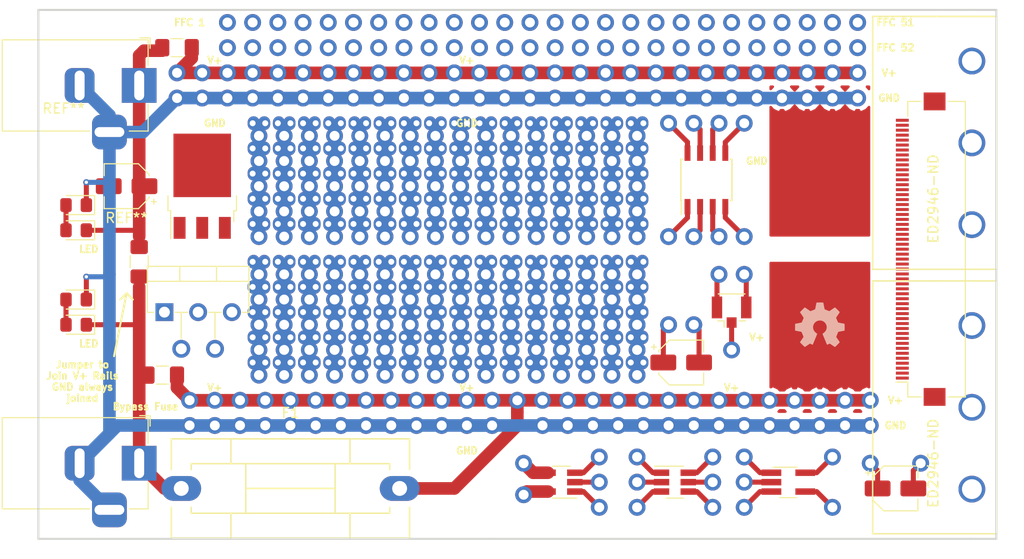
<source format=kicad_pcb>
(kicad_pcb (version 20171130) (host pcbnew 5.0.2+dfsg1-1~bpo9+1)

  (general
    (thickness 1.6002)
    (drawings 30)
    (tracks 349)
    (zones 0)
    (modules 422)
    (nets 1)
  )

  (page User 150.012 200)
  (title_block
    (title High-density-proto-board)
    (date "12 Jun 2014")
    (rev 0.10.a)
    (company "2014 - blog.spitzenpfeil.org")
  )

  (layers
    (0 Front signal)
    (31 Back signal)
    (36 B.SilkS user)
    (37 F.SilkS user)
    (38 B.Mask user)
    (39 F.Mask user)
    (44 Edge.Cuts user)
  )

  (setup
    (last_trace_width 0.508)
    (user_trace_width 0.2032)
    (user_trace_width 0.3048)
    (user_trace_width 0.4064)
    (user_trace_width 0.508)
    (user_trace_width 0.762)
    (user_trace_width 1.016)
    (user_trace_width 1.27)
    (trace_clearance 0.2032)
    (zone_clearance 0.25)
    (zone_45_only no)
    (trace_min 0.2032)
    (segment_width 0.2)
    (edge_width 0.2)
    (via_size 0.635)
    (via_drill 0.3302)
    (via_min_size 0.635)
    (via_min_drill 0.3302)
    (uvia_size 0.508)
    (uvia_drill 0.127)
    (uvias_allowed no)
    (uvia_min_size 0.508)
    (uvia_min_drill 0.127)
    (pcb_text_width 0.2)
    (pcb_text_size 1 1)
    (mod_edge_width 0.2)
    (mod_text_size 1 1)
    (mod_text_width 0.2)
    (pad_size 1.7 1.7)
    (pad_drill 1)
    (pad_to_mask_clearance 0)
    (solder_mask_min_width 0.25)
    (aux_axis_origin 0 0)
    (visible_elements 7FFFFF7F)
    (pcbplotparams
      (layerselection 0x00030_ffffffff)
      (usegerberextensions true)
      (usegerberattributes false)
      (usegerberadvancedattributes false)
      (creategerberjobfile false)
      (excludeedgelayer true)
      (linewidth 0.150000)
      (plotframeref false)
      (viasonmask false)
      (mode 1)
      (useauxorigin false)
      (hpglpennumber 1)
      (hpglpenspeed 20)
      (hpglpendiameter 15.000000)
      (psnegative false)
      (psa4output false)
      (plotreference true)
      (plotvalue true)
      (plotinvisibletext false)
      (padsonsilk false)
      (subtractmaskfromsilk true)
      (outputformat 1)
      (mirror false)
      (drillshape 0)
      (scaleselection 1)
      (outputdirectory "gerber_files_50x50mm/"))
  )

  (net 0 "")

  (net_class Default "This is the default net class."
    (clearance 0.2032)
    (trace_width 0.4064)
    (via_dia 0.635)
    (via_drill 0.3302)
    (uvia_dia 0.508)
    (uvia_drill 0.127)
  )

  (module footprints:PinHeader_1x01_EDIT (layer Front) (tedit 5E6DA448) (tstamp 5E70DAE8)
    (at 109.22 106.68)
    (descr "Through hole straight pin header, 1x01, 2.54mm pitch, single row")
    (tags "Through hole pin header THT 1x01 2.54mm single row")
    (fp_text reference REF** (at 0 -2.33) (layer F.SilkS) hide
      (effects (font (size 1 1) (thickness 0.15)))
    )
    (fp_text value PinHeader_1x01_P2.54mm_Vertical (at 0 2.33) (layer F.Fab)
      (effects (font (size 1 1) (thickness 0.15)))
    )
    (fp_text user %R (at 0 0 90) (layer F.Fab)
      (effects (font (size 1 1) (thickness 0.15)))
    )
    (fp_line (start 1.8 -1.8) (end -1.8 -1.8) (layer F.CrtYd) (width 0.05))
    (fp_line (start 1.8 1.8) (end 1.8 -1.8) (layer F.CrtYd) (width 0.05))
    (fp_line (start -1.8 1.8) (end 1.8 1.8) (layer F.CrtYd) (width 0.05))
    (fp_line (start -1.8 -1.8) (end -1.8 1.8) (layer F.CrtYd) (width 0.05))
    (fp_line (start -1.27 -0.635) (end -0.635 -1.27) (layer F.Fab) (width 0.1))
    (fp_line (start -1.27 1.27) (end -1.27 -0.635) (layer F.Fab) (width 0.1))
    (fp_line (start 1.27 -1.27) (end 1.27 1.27) (layer F.Fab) (width 0.1))
    (fp_line (start -0.635 -1.27) (end 1.27 -1.27) (layer F.Fab) (width 0.1))
    (pad 1 thru_hole oval (at 0 0) (size 1.7 1.7) (drill 1) (layers *.Cu *.Mask))
    (model ${KISYS3DMOD}/Connector_PinHeader_2.54mm.3dshapes/PinHeader_1x01_P2.54mm_Vertical.wrl
      (at (xyz 0 0 0))
      (scale (xyz 1 1 1))
      (rotate (xyz 0 0 0))
    )
  )

  (module footprints:PinHeader_1x01_EDIT (layer Front) (tedit 5E6DA448) (tstamp 5E70DACE)
    (at 104.14 106.68)
    (descr "Through hole straight pin header, 1x01, 2.54mm pitch, single row")
    (tags "Through hole pin header THT 1x01 2.54mm single row")
    (fp_text reference REF** (at 0 -2.33) (layer F.SilkS) hide
      (effects (font (size 1 1) (thickness 0.15)))
    )
    (fp_text value PinHeader_1x01_P2.54mm_Vertical (at 0 2.33) (layer F.Fab)
      (effects (font (size 1 1) (thickness 0.15)))
    )
    (fp_line (start -0.635 -1.27) (end 1.27 -1.27) (layer F.Fab) (width 0.1))
    (fp_line (start 1.27 -1.27) (end 1.27 1.27) (layer F.Fab) (width 0.1))
    (fp_line (start -1.27 1.27) (end -1.27 -0.635) (layer F.Fab) (width 0.1))
    (fp_line (start -1.27 -0.635) (end -0.635 -1.27) (layer F.Fab) (width 0.1))
    (fp_line (start -1.8 -1.8) (end -1.8 1.8) (layer F.CrtYd) (width 0.05))
    (fp_line (start -1.8 1.8) (end 1.8 1.8) (layer F.CrtYd) (width 0.05))
    (fp_line (start 1.8 1.8) (end 1.8 -1.8) (layer F.CrtYd) (width 0.05))
    (fp_line (start 1.8 -1.8) (end -1.8 -1.8) (layer F.CrtYd) (width 0.05))
    (fp_text user %R (at 0 0 90) (layer F.Fab)
      (effects (font (size 1 1) (thickness 0.15)))
    )
    (pad 1 thru_hole oval (at 0 0) (size 1.7 1.7) (drill 1) (layers *.Cu *.Mask))
    (model ${KISYS3DMOD}/Connector_PinHeader_2.54mm.3dshapes/PinHeader_1x01_P2.54mm_Vertical.wrl
      (at (xyz 0 0 0))
      (scale (xyz 1 1 1))
      (rotate (xyz 0 0 0))
    )
  )

  (module footprints:PinHeader_1x01_EDIT (layer Front) (tedit 5E6DA448) (tstamp 5E70DA44)
    (at 86.36 92.71)
    (descr "Through hole straight pin header, 1x01, 2.54mm pitch, single row")
    (tags "Through hole pin header THT 1x01 2.54mm single row")
    (fp_text reference REF** (at 0 -2.33) (layer F.SilkS) hide
      (effects (font (size 1 1) (thickness 0.15)))
    )
    (fp_text value PinHeader_1x01_P2.54mm_Vertical (at 0 2.33) (layer F.Fab)
      (effects (font (size 1 1) (thickness 0.15)))
    )
    (fp_line (start -0.635 -1.27) (end 1.27 -1.27) (layer F.Fab) (width 0.1))
    (fp_line (start 1.27 -1.27) (end 1.27 1.27) (layer F.Fab) (width 0.1))
    (fp_line (start -1.27 1.27) (end -1.27 -0.635) (layer F.Fab) (width 0.1))
    (fp_line (start -1.27 -0.635) (end -0.635 -1.27) (layer F.Fab) (width 0.1))
    (fp_line (start -1.8 -1.8) (end -1.8 1.8) (layer F.CrtYd) (width 0.05))
    (fp_line (start -1.8 1.8) (end 1.8 1.8) (layer F.CrtYd) (width 0.05))
    (fp_line (start 1.8 1.8) (end 1.8 -1.8) (layer F.CrtYd) (width 0.05))
    (fp_line (start 1.8 -1.8) (end -1.8 -1.8) (layer F.CrtYd) (width 0.05))
    (fp_text user %R (at 0 0 90) (layer F.Fab)
      (effects (font (size 1 1) (thickness 0.15)))
    )
    (pad 1 thru_hole oval (at 0 0) (size 1.7 1.7) (drill 1) (layers *.Cu *.Mask))
    (model ${KISYS3DMOD}/Connector_PinHeader_2.54mm.3dshapes/PinHeader_1x01_P2.54mm_Vertical.wrl
      (at (xyz 0 0 0))
      (scale (xyz 1 1 1))
      (rotate (xyz 0 0 0))
    )
  )

  (module footprints:PinHeader_1x01_EDIT (layer Front) (tedit 5E6DA448) (tstamp 5E70DA2A)
    (at 83.82 92.71)
    (descr "Through hole straight pin header, 1x01, 2.54mm pitch, single row")
    (tags "Through hole pin header THT 1x01 2.54mm single row")
    (fp_text reference REF** (at 0 -2.33) (layer F.SilkS) hide
      (effects (font (size 1 1) (thickness 0.15)))
    )
    (fp_text value PinHeader_1x01_P2.54mm_Vertical (at 0 2.33) (layer F.Fab)
      (effects (font (size 1 1) (thickness 0.15)))
    )
    (fp_text user %R (at 0 0 90) (layer F.Fab)
      (effects (font (size 1 1) (thickness 0.15)))
    )
    (fp_line (start 1.8 -1.8) (end -1.8 -1.8) (layer F.CrtYd) (width 0.05))
    (fp_line (start 1.8 1.8) (end 1.8 -1.8) (layer F.CrtYd) (width 0.05))
    (fp_line (start -1.8 1.8) (end 1.8 1.8) (layer F.CrtYd) (width 0.05))
    (fp_line (start -1.8 -1.8) (end -1.8 1.8) (layer F.CrtYd) (width 0.05))
    (fp_line (start -1.27 -0.635) (end -0.635 -1.27) (layer F.Fab) (width 0.1))
    (fp_line (start -1.27 1.27) (end -1.27 -0.635) (layer F.Fab) (width 0.1))
    (fp_line (start 1.27 -1.27) (end 1.27 1.27) (layer F.Fab) (width 0.1))
    (fp_line (start -0.635 -1.27) (end 1.27 -1.27) (layer F.Fab) (width 0.1))
    (pad 1 thru_hole oval (at 0 0) (size 1.7 1.7) (drill 1) (layers *.Cu *.Mask))
    (model ${KISYS3DMOD}/Connector_PinHeader_2.54mm.3dshapes/PinHeader_1x01_P2.54mm_Vertical.wrl
      (at (xyz 0 0 0))
      (scale (xyz 1 1 1))
      (rotate (xyz 0 0 0))
    )
  )

  (module Capacitor_SMD:CP_Elec_4x5.8 (layer Front) (tedit 5E6DC501) (tstamp 5E70D67F)
    (at 85.09 96.52)
    (descr "SMD capacitor, aluminum electrolytic, Panasonic, 4.0x5.8mm")
    (tags "capacitor electrolytic")
    (attr smd)
    (fp_text reference REF** (at 0 -3.2) (layer F.SilkS) hide
      (effects (font (size 1 1) (thickness 0.15)))
    )
    (fp_text value CP_Elec_4x5.8 (at 0 3.2) (layer F.Fab)
      (effects (font (size 1 1) (thickness 0.15)))
    )
    (fp_text user %R (at 0 0) (layer F.Fab)
      (effects (font (size 0.8 0.8) (thickness 0.12)))
    )
    (fp_line (start -3.35 1.05) (end -2.4 1.05) (layer F.CrtYd) (width 0.05))
    (fp_line (start -3.35 -1.05) (end -3.35 1.05) (layer F.CrtYd) (width 0.05))
    (fp_line (start -2.4 -1.05) (end -3.35 -1.05) (layer F.CrtYd) (width 0.05))
    (fp_line (start -2.4 1.05) (end -2.4 1.25) (layer F.CrtYd) (width 0.05))
    (fp_line (start -2.4 -1.25) (end -2.4 -1.05) (layer F.CrtYd) (width 0.05))
    (fp_line (start -2.4 -1.25) (end -1.25 -2.4) (layer F.CrtYd) (width 0.05))
    (fp_line (start -2.4 1.25) (end -1.25 2.4) (layer F.CrtYd) (width 0.05))
    (fp_line (start -1.25 -2.4) (end 2.4 -2.4) (layer F.CrtYd) (width 0.05))
    (fp_line (start -1.25 2.4) (end 2.4 2.4) (layer F.CrtYd) (width 0.05))
    (fp_line (start 2.4 1.05) (end 2.4 2.4) (layer F.CrtYd) (width 0.05))
    (fp_line (start 3.35 1.05) (end 2.4 1.05) (layer F.CrtYd) (width 0.05))
    (fp_line (start 3.35 -1.05) (end 3.35 1.05) (layer F.CrtYd) (width 0.05))
    (fp_line (start 2.4 -1.05) (end 3.35 -1.05) (layer F.CrtYd) (width 0.05))
    (fp_line (start 2.4 -2.4) (end 2.4 -1.05) (layer F.CrtYd) (width 0.05))
    (fp_line (start -2.75 -1.81) (end -2.75 -1.31) (layer F.SilkS) (width 0.12))
    (fp_line (start -3 -1.56) (end -2.5 -1.56) (layer F.SilkS) (width 0.12))
    (fp_line (start -2.26 1.195563) (end -1.195563 2.26) (layer F.SilkS) (width 0.12))
    (fp_line (start -2.26 -1.195563) (end -1.195563 -2.26) (layer F.SilkS) (width 0.12))
    (fp_line (start -2.26 -1.195563) (end -2.26 -1.06) (layer F.SilkS) (width 0.12))
    (fp_line (start -2.26 1.195563) (end -2.26 1.06) (layer F.SilkS) (width 0.12))
    (fp_line (start -1.195563 2.26) (end 2.26 2.26) (layer F.SilkS) (width 0.12))
    (fp_line (start -1.195563 -2.26) (end 2.26 -2.26) (layer F.SilkS) (width 0.12))
    (fp_line (start 2.26 -2.26) (end 2.26 -1.06) (layer F.SilkS) (width 0.12))
    (fp_line (start 2.26 2.26) (end 2.26 1.06) (layer F.SilkS) (width 0.12))
    (fp_line (start -1.374773 -1.2) (end -1.374773 -0.8) (layer F.Fab) (width 0.1))
    (fp_line (start -1.574773 -1) (end -1.174773 -1) (layer F.Fab) (width 0.1))
    (fp_line (start -2.15 1.15) (end -1.15 2.15) (layer F.Fab) (width 0.1))
    (fp_line (start -2.15 -1.15) (end -1.15 -2.15) (layer F.Fab) (width 0.1))
    (fp_line (start -2.15 -1.15) (end -2.15 1.15) (layer F.Fab) (width 0.1))
    (fp_line (start -1.15 2.15) (end 2.15 2.15) (layer F.Fab) (width 0.1))
    (fp_line (start -1.15 -2.15) (end 2.15 -2.15) (layer F.Fab) (width 0.1))
    (fp_line (start 2.15 -2.15) (end 2.15 2.15) (layer F.Fab) (width 0.1))
    (fp_circle (center 0 0) (end 2 0) (layer F.Fab) (width 0.1))
    (pad 2 smd roundrect (at 1.8 0) (size 2.6 1.6) (layers Front F.Paste F.Mask) (roundrect_rratio 0.15625))
    (pad 1 smd roundrect (at -1.8 0) (size 2.6 1.6) (layers Front F.Paste F.Mask) (roundrect_rratio 0.15625))
    (model ${KISYS3DMOD}/Capacitor_SMD.3dshapes/CP_Elec_4x5.8.wrl
      (at (xyz 0 0 0))
      (scale (xyz 1 1 1))
      (rotate (xyz 0 0 0))
    )
  )

  (module Capacitor_SMD:CP_Elec_4x5.8 (layer Front) (tedit 5E6DC541) (tstamp 5E70D5FA)
    (at 106.68 109.22)
    (descr "SMD capacitor, aluminum electrolytic, Panasonic, 4.0x5.8mm")
    (tags "capacitor electrolytic")
    (attr smd)
    (fp_text reference REF** (at 0 -3.2) (layer F.SilkS) hide
      (effects (font (size 1 1) (thickness 0.15)))
    )
    (fp_text value CP_Elec_4x5.8 (at 0 3.2) (layer F.Fab)
      (effects (font (size 1 1) (thickness 0.15)))
    )
    (fp_circle (center 0 0) (end 2 0) (layer F.Fab) (width 0.1))
    (fp_line (start 2.15 -2.15) (end 2.15 2.15) (layer F.Fab) (width 0.1))
    (fp_line (start -1.15 -2.15) (end 2.15 -2.15) (layer F.Fab) (width 0.1))
    (fp_line (start -1.15 2.15) (end 2.15 2.15) (layer F.Fab) (width 0.1))
    (fp_line (start -2.15 -1.15) (end -2.15 1.15) (layer F.Fab) (width 0.1))
    (fp_line (start -2.15 -1.15) (end -1.15 -2.15) (layer F.Fab) (width 0.1))
    (fp_line (start -2.15 1.15) (end -1.15 2.15) (layer F.Fab) (width 0.1))
    (fp_line (start -1.574773 -1) (end -1.174773 -1) (layer F.Fab) (width 0.1))
    (fp_line (start -1.374773 -1.2) (end -1.374773 -0.8) (layer F.Fab) (width 0.1))
    (fp_line (start 2.26 2.26) (end 2.26 1.06) (layer F.SilkS) (width 0.12))
    (fp_line (start 2.26 -2.26) (end 2.26 -1.06) (layer F.SilkS) (width 0.12))
    (fp_line (start -1.195563 -2.26) (end 2.26 -2.26) (layer F.SilkS) (width 0.12))
    (fp_line (start -1.195563 2.26) (end 2.26 2.26) (layer F.SilkS) (width 0.12))
    (fp_line (start -2.26 1.195563) (end -2.26 1.06) (layer F.SilkS) (width 0.12))
    (fp_line (start -2.26 -1.195563) (end -2.26 -1.06) (layer F.SilkS) (width 0.12))
    (fp_line (start -2.26 -1.195563) (end -1.195563 -2.26) (layer F.SilkS) (width 0.12))
    (fp_line (start -2.26 1.195563) (end -1.195563 2.26) (layer F.SilkS) (width 0.12))
    (fp_line (start -3 -1.56) (end -2.5 -1.56) (layer F.SilkS) (width 0.12))
    (fp_line (start -2.75 -1.81) (end -2.75 -1.31) (layer F.SilkS) (width 0.12))
    (fp_line (start 2.4 -2.4) (end 2.4 -1.05) (layer F.CrtYd) (width 0.05))
    (fp_line (start 2.4 -1.05) (end 3.35 -1.05) (layer F.CrtYd) (width 0.05))
    (fp_line (start 3.35 -1.05) (end 3.35 1.05) (layer F.CrtYd) (width 0.05))
    (fp_line (start 3.35 1.05) (end 2.4 1.05) (layer F.CrtYd) (width 0.05))
    (fp_line (start 2.4 1.05) (end 2.4 2.4) (layer F.CrtYd) (width 0.05))
    (fp_line (start -1.25 2.4) (end 2.4 2.4) (layer F.CrtYd) (width 0.05))
    (fp_line (start -1.25 -2.4) (end 2.4 -2.4) (layer F.CrtYd) (width 0.05))
    (fp_line (start -2.4 1.25) (end -1.25 2.4) (layer F.CrtYd) (width 0.05))
    (fp_line (start -2.4 -1.25) (end -1.25 -2.4) (layer F.CrtYd) (width 0.05))
    (fp_line (start -2.4 -1.25) (end -2.4 -1.05) (layer F.CrtYd) (width 0.05))
    (fp_line (start -2.4 1.05) (end -2.4 1.25) (layer F.CrtYd) (width 0.05))
    (fp_line (start -2.4 -1.05) (end -3.35 -1.05) (layer F.CrtYd) (width 0.05))
    (fp_line (start -3.35 -1.05) (end -3.35 1.05) (layer F.CrtYd) (width 0.05))
    (fp_line (start -3.35 1.05) (end -2.4 1.05) (layer F.CrtYd) (width 0.05))
    (fp_text user %R (at 0 0) (layer F.Fab)
      (effects (font (size 0.8 0.8) (thickness 0.12)))
    )
    (pad 1 smd roundrect (at -1.8 0) (size 2.6 1.6) (layers Front F.Paste F.Mask) (roundrect_rratio 0.15625))
    (pad 2 smd roundrect (at 1.8 0) (size 2.6 1.6) (layers Front F.Paste F.Mask) (roundrect_rratio 0.15625))
    (model ${KISYS3DMOD}/Capacitor_SMD.3dshapes/CP_Elec_4x5.8.wrl
      (at (xyz 0 0 0))
      (scale (xyz 1 1 1))
      (rotate (xyz 0 0 0))
    )
  )

  (module MountingHole:MountingHole_4.3mm_M4 (layer Front) (tedit 5E6DC4FF) (tstamp 5E70BCB4)
    (at 85.09 87.63)
    (descr "Mounting Hole 4.3mm, no annular, M4")
    (tags "mounting hole 4.3mm no annular m4")
    (attr virtual)
    (fp_text reference REF** (at 0 -5.3) (layer F.SilkS) hide
      (effects (font (size 1 1) (thickness 0.15)))
    )
    (fp_text value MountingHole_4.3mm_M4 (at 0 5.3) (layer F.Fab)
      (effects (font (size 1 1) (thickness 0.15)))
    )
    (fp_circle (center 0 0) (end 4.55 0) (layer F.CrtYd) (width 0.05))
    (fp_circle (center 0 0) (end 4.3 0) (layer Cmts.User) (width 0.15))
    (fp_text user %R (at 0.3 0) (layer F.Fab)
      (effects (font (size 1 1) (thickness 0.15)))
    )
    (pad 1 np_thru_hole circle (at 0 0) (size 4.3 4.3) (drill 4.3) (layers *.Cu *.Mask))
  )

  (module MountingHole:MountingHole_4.3mm_M4 (layer Front) (tedit 56D1B4CB) (tstamp 5E70BCA6)
    (at 22.86 76.2)
    (descr "Mounting Hole 4.3mm, no annular, M4")
    (tags "mounting hole 4.3mm no annular m4")
    (attr virtual)
    (fp_text reference REF** (at 0 -5.3) (layer F.SilkS)
      (effects (font (size 1 1) (thickness 0.15)))
    )
    (fp_text value MountingHole_4.3mm_M4 (at 0 5.3) (layer F.Fab)
      (effects (font (size 1 1) (thickness 0.15)))
    )
    (fp_text user %R (at 0.3 0) (layer F.Fab)
      (effects (font (size 1 1) (thickness 0.15)))
    )
    (fp_circle (center 0 0) (end 4.3 0) (layer Cmts.User) (width 0.15))
    (fp_circle (center 0 0) (end 4.55 0) (layer F.CrtYd) (width 0.05))
    (pad 1 np_thru_hole circle (at 0 0) (size 4.3 4.3) (drill 4.3) (layers *.Cu *.Mask))
  )

  (module footprints:PinHeader_1x01_EDIT (layer Front) (tedit 5E6DA448) (tstamp 5E70B54C)
    (at 90.17 95.25)
    (descr "Through hole straight pin header, 1x01, 2.54mm pitch, single row")
    (tags "Through hole pin header THT 1x01 2.54mm single row")
    (fp_text reference REF** (at 0 -2.33) (layer F.SilkS) hide
      (effects (font (size 1 1) (thickness 0.15)))
    )
    (fp_text value PinHeader_1x01_P2.54mm_Vertical (at 0 2.33) (layer F.Fab)
      (effects (font (size 1 1) (thickness 0.15)))
    )
    (fp_line (start -0.635 -1.27) (end 1.27 -1.27) (layer F.Fab) (width 0.1))
    (fp_line (start 1.27 -1.27) (end 1.27 1.27) (layer F.Fab) (width 0.1))
    (fp_line (start -1.27 1.27) (end -1.27 -0.635) (layer F.Fab) (width 0.1))
    (fp_line (start -1.27 -0.635) (end -0.635 -1.27) (layer F.Fab) (width 0.1))
    (fp_line (start -1.8 -1.8) (end -1.8 1.8) (layer F.CrtYd) (width 0.05))
    (fp_line (start -1.8 1.8) (end 1.8 1.8) (layer F.CrtYd) (width 0.05))
    (fp_line (start 1.8 1.8) (end 1.8 -1.8) (layer F.CrtYd) (width 0.05))
    (fp_line (start 1.8 -1.8) (end -1.8 -1.8) (layer F.CrtYd) (width 0.05))
    (fp_text user %R (at 0 0 90) (layer F.Fab)
      (effects (font (size 1 1) (thickness 0.15)))
    )
    (pad 1 thru_hole oval (at 0 0) (size 1.7 1.7) (drill 1) (layers *.Cu *.Mask))
    (model ${KISYS3DMOD}/Connector_PinHeader_2.54mm.3dshapes/PinHeader_1x01_P2.54mm_Vertical.wrl
      (at (xyz 0 0 0))
      (scale (xyz 1 1 1))
      (rotate (xyz 0 0 0))
    )
  )

  (module footprints:PinHeader_1x01_EDIT (layer Front) (tedit 5E6DA448) (tstamp 5E70B532)
    (at 91.44 87.63)
    (descr "Through hole straight pin header, 1x01, 2.54mm pitch, single row")
    (tags "Through hole pin header THT 1x01 2.54mm single row")
    (fp_text reference REF** (at 0 -2.33) (layer F.SilkS) hide
      (effects (font (size 1 1) (thickness 0.15)))
    )
    (fp_text value PinHeader_1x01_P2.54mm_Vertical (at 0 2.33) (layer F.Fab)
      (effects (font (size 1 1) (thickness 0.15)))
    )
    (fp_text user %R (at 0 0 90) (layer F.Fab)
      (effects (font (size 1 1) (thickness 0.15)))
    )
    (fp_line (start 1.8 -1.8) (end -1.8 -1.8) (layer F.CrtYd) (width 0.05))
    (fp_line (start 1.8 1.8) (end 1.8 -1.8) (layer F.CrtYd) (width 0.05))
    (fp_line (start -1.8 1.8) (end 1.8 1.8) (layer F.CrtYd) (width 0.05))
    (fp_line (start -1.8 -1.8) (end -1.8 1.8) (layer F.CrtYd) (width 0.05))
    (fp_line (start -1.27 -0.635) (end -0.635 -1.27) (layer F.Fab) (width 0.1))
    (fp_line (start -1.27 1.27) (end -1.27 -0.635) (layer F.Fab) (width 0.1))
    (fp_line (start 1.27 -1.27) (end 1.27 1.27) (layer F.Fab) (width 0.1))
    (fp_line (start -0.635 -1.27) (end 1.27 -1.27) (layer F.Fab) (width 0.1))
    (pad 1 thru_hole oval (at 0 0) (size 1.7 1.7) (drill 1) (layers *.Cu *.Mask))
    (model ${KISYS3DMOD}/Connector_PinHeader_2.54mm.3dshapes/PinHeader_1x01_P2.54mm_Vertical.wrl
      (at (xyz 0 0 0))
      (scale (xyz 1 1 1))
      (rotate (xyz 0 0 0))
    )
  )

  (module footprints:PinHeader_1x01_EDIT (layer Front) (tedit 5E6DA448) (tstamp 5E70B518)
    (at 88.9 87.63)
    (descr "Through hole straight pin header, 1x01, 2.54mm pitch, single row")
    (tags "Through hole pin header THT 1x01 2.54mm single row")
    (fp_text reference REF** (at 0 -2.33) (layer F.SilkS) hide
      (effects (font (size 1 1) (thickness 0.15)))
    )
    (fp_text value PinHeader_1x01_P2.54mm_Vertical (at 0 2.33) (layer F.Fab)
      (effects (font (size 1 1) (thickness 0.15)))
    )
    (fp_line (start -0.635 -1.27) (end 1.27 -1.27) (layer F.Fab) (width 0.1))
    (fp_line (start 1.27 -1.27) (end 1.27 1.27) (layer F.Fab) (width 0.1))
    (fp_line (start -1.27 1.27) (end -1.27 -0.635) (layer F.Fab) (width 0.1))
    (fp_line (start -1.27 -0.635) (end -0.635 -1.27) (layer F.Fab) (width 0.1))
    (fp_line (start -1.8 -1.8) (end -1.8 1.8) (layer F.CrtYd) (width 0.05))
    (fp_line (start -1.8 1.8) (end 1.8 1.8) (layer F.CrtYd) (width 0.05))
    (fp_line (start 1.8 1.8) (end 1.8 -1.8) (layer F.CrtYd) (width 0.05))
    (fp_line (start 1.8 -1.8) (end -1.8 -1.8) (layer F.CrtYd) (width 0.05))
    (fp_text user %R (at 0 0 90) (layer F.Fab)
      (effects (font (size 1 1) (thickness 0.15)))
    )
    (pad 1 thru_hole oval (at 0 0) (size 1.7 1.7) (drill 1) (layers *.Cu *.Mask))
    (model ${KISYS3DMOD}/Connector_PinHeader_2.54mm.3dshapes/PinHeader_1x01_P2.54mm_Vertical.wrl
      (at (xyz 0 0 0))
      (scale (xyz 1 1 1))
      (rotate (xyz 0 0 0))
    )
  )

  (module footprints:PinHeader_1x01_EDIT (layer Front) (tedit 5E6DA448) (tstamp 5E70B09A)
    (at 102.87 62.23)
    (descr "Through hole straight pin header, 1x01, 2.54mm pitch, single row")
    (tags "Through hole pin header THT 1x01 2.54mm single row")
    (fp_text reference REF** (at 0 -2.33) (layer F.SilkS) hide
      (effects (font (size 1 1) (thickness 0.15)))
    )
    (fp_text value PinHeader_1x01_P2.54mm_Vertical (at 0 2.33) (layer F.Fab)
      (effects (font (size 1 1) (thickness 0.15)))
    )
    (fp_line (start -0.635 -1.27) (end 1.27 -1.27) (layer F.Fab) (width 0.1))
    (fp_line (start 1.27 -1.27) (end 1.27 1.27) (layer F.Fab) (width 0.1))
    (fp_line (start -1.27 1.27) (end -1.27 -0.635) (layer F.Fab) (width 0.1))
    (fp_line (start -1.27 -0.635) (end -0.635 -1.27) (layer F.Fab) (width 0.1))
    (fp_line (start -1.8 -1.8) (end -1.8 1.8) (layer F.CrtYd) (width 0.05))
    (fp_line (start -1.8 1.8) (end 1.8 1.8) (layer F.CrtYd) (width 0.05))
    (fp_line (start 1.8 1.8) (end 1.8 -1.8) (layer F.CrtYd) (width 0.05))
    (fp_line (start 1.8 -1.8) (end -1.8 -1.8) (layer F.CrtYd) (width 0.05))
    (fp_text user %R (at 0 0 90) (layer F.Fab)
      (effects (font (size 1 1) (thickness 0.15)))
    )
    (pad 1 thru_hole oval (at 0 0) (size 1.7 1.7) (drill 1) (layers *.Cu *.Mask))
    (model ${KISYS3DMOD}/Connector_PinHeader_2.54mm.3dshapes/PinHeader_1x01_P2.54mm_Vertical.wrl
      (at (xyz 0 0 0))
      (scale (xyz 1 1 1))
      (rotate (xyz 0 0 0))
    )
  )

  (module footprints:PinHeader_1x01_EDIT (layer Front) (tedit 5E6DA448) (tstamp 5E70B08D)
    (at 100.33 62.23)
    (descr "Through hole straight pin header, 1x01, 2.54mm pitch, single row")
    (tags "Through hole pin header THT 1x01 2.54mm single row")
    (fp_text reference REF** (at 0 -2.33) (layer F.SilkS) hide
      (effects (font (size 1 1) (thickness 0.15)))
    )
    (fp_text value PinHeader_1x01_P2.54mm_Vertical (at 0 2.33) (layer F.Fab)
      (effects (font (size 1 1) (thickness 0.15)))
    )
    (fp_text user %R (at 0 0 90) (layer F.Fab)
      (effects (font (size 1 1) (thickness 0.15)))
    )
    (fp_line (start 1.8 -1.8) (end -1.8 -1.8) (layer F.CrtYd) (width 0.05))
    (fp_line (start 1.8 1.8) (end 1.8 -1.8) (layer F.CrtYd) (width 0.05))
    (fp_line (start -1.8 1.8) (end 1.8 1.8) (layer F.CrtYd) (width 0.05))
    (fp_line (start -1.8 -1.8) (end -1.8 1.8) (layer F.CrtYd) (width 0.05))
    (fp_line (start -1.27 -0.635) (end -0.635 -1.27) (layer F.Fab) (width 0.1))
    (fp_line (start -1.27 1.27) (end -1.27 -0.635) (layer F.Fab) (width 0.1))
    (fp_line (start 1.27 -1.27) (end 1.27 1.27) (layer F.Fab) (width 0.1))
    (fp_line (start -0.635 -1.27) (end 1.27 -1.27) (layer F.Fab) (width 0.1))
    (pad 1 thru_hole oval (at 0 0) (size 1.7 1.7) (drill 1) (layers *.Cu *.Mask))
    (model ${KISYS3DMOD}/Connector_PinHeader_2.54mm.3dshapes/PinHeader_1x01_P2.54mm_Vertical.wrl
      (at (xyz 0 0 0))
      (scale (xyz 1 1 1))
      (rotate (xyz 0 0 0))
    )
  )

  (module footprints:PinHeader_1x01_EDIT (layer Front) (tedit 5E6DA448) (tstamp 5E70B080)
    (at 100.33 64.77)
    (descr "Through hole straight pin header, 1x01, 2.54mm pitch, single row")
    (tags "Through hole pin header THT 1x01 2.54mm single row")
    (fp_text reference REF** (at 0 -2.33) (layer F.SilkS) hide
      (effects (font (size 1 1) (thickness 0.15)))
    )
    (fp_text value PinHeader_1x01_P2.54mm_Vertical (at 0 2.33) (layer F.Fab)
      (effects (font (size 1 1) (thickness 0.15)))
    )
    (fp_line (start -0.635 -1.27) (end 1.27 -1.27) (layer F.Fab) (width 0.1))
    (fp_line (start 1.27 -1.27) (end 1.27 1.27) (layer F.Fab) (width 0.1))
    (fp_line (start -1.27 1.27) (end -1.27 -0.635) (layer F.Fab) (width 0.1))
    (fp_line (start -1.27 -0.635) (end -0.635 -1.27) (layer F.Fab) (width 0.1))
    (fp_line (start -1.8 -1.8) (end -1.8 1.8) (layer F.CrtYd) (width 0.05))
    (fp_line (start -1.8 1.8) (end 1.8 1.8) (layer F.CrtYd) (width 0.05))
    (fp_line (start 1.8 1.8) (end 1.8 -1.8) (layer F.CrtYd) (width 0.05))
    (fp_line (start 1.8 -1.8) (end -1.8 -1.8) (layer F.CrtYd) (width 0.05))
    (fp_text user %R (at 0 0 90) (layer F.Fab)
      (effects (font (size 1 1) (thickness 0.15)))
    )
    (pad 1 thru_hole oval (at 0 0) (size 1.7 1.7) (drill 1) (layers *.Cu *.Mask))
    (model ${KISYS3DMOD}/Connector_PinHeader_2.54mm.3dshapes/PinHeader_1x01_P2.54mm_Vertical.wrl
      (at (xyz 0 0 0))
      (scale (xyz 1 1 1))
      (rotate (xyz 0 0 0))
    )
  )

  (module footprints:PinHeader_1x01_EDIT (layer Front) (tedit 5E6DA448) (tstamp 5E70B073)
    (at 102.87 64.77)
    (descr "Through hole straight pin header, 1x01, 2.54mm pitch, single row")
    (tags "Through hole pin header THT 1x01 2.54mm single row")
    (fp_text reference REF** (at 0 -2.33) (layer F.SilkS) hide
      (effects (font (size 1 1) (thickness 0.15)))
    )
    (fp_text value PinHeader_1x01_P2.54mm_Vertical (at 0 2.33) (layer F.Fab)
      (effects (font (size 1 1) (thickness 0.15)))
    )
    (fp_text user %R (at 0 0 90) (layer F.Fab)
      (effects (font (size 1 1) (thickness 0.15)))
    )
    (fp_line (start 1.8 -1.8) (end -1.8 -1.8) (layer F.CrtYd) (width 0.05))
    (fp_line (start 1.8 1.8) (end 1.8 -1.8) (layer F.CrtYd) (width 0.05))
    (fp_line (start -1.8 1.8) (end 1.8 1.8) (layer F.CrtYd) (width 0.05))
    (fp_line (start -1.8 -1.8) (end -1.8 1.8) (layer F.CrtYd) (width 0.05))
    (fp_line (start -1.27 -0.635) (end -0.635 -1.27) (layer F.Fab) (width 0.1))
    (fp_line (start -1.27 1.27) (end -1.27 -0.635) (layer F.Fab) (width 0.1))
    (fp_line (start 1.27 -1.27) (end 1.27 1.27) (layer F.Fab) (width 0.1))
    (fp_line (start -0.635 -1.27) (end 1.27 -1.27) (layer F.Fab) (width 0.1))
    (pad 1 thru_hole oval (at 0 0) (size 1.7 1.7) (drill 1) (layers *.Cu *.Mask))
    (model ${KISYS3DMOD}/Connector_PinHeader_2.54mm.3dshapes/PinHeader_1x01_P2.54mm_Vertical.wrl
      (at (xyz 0 0 0))
      (scale (xyz 1 1 1))
      (rotate (xyz 0 0 0))
    )
  )

  (module footprints:PinHeader_1x01_EDIT (layer Front) (tedit 5E6DA448) (tstamp 5E70AF2D)
    (at 41.91 64.77)
    (descr "Through hole straight pin header, 1x01, 2.54mm pitch, single row")
    (tags "Through hole pin header THT 1x01 2.54mm single row")
    (fp_text reference REF** (at 0 -2.33) (layer F.SilkS) hide
      (effects (font (size 1 1) (thickness 0.15)))
    )
    (fp_text value PinHeader_1x01_P2.54mm_Vertical (at 0 2.33) (layer F.Fab)
      (effects (font (size 1 1) (thickness 0.15)))
    )
    (fp_line (start -0.635 -1.27) (end 1.27 -1.27) (layer F.Fab) (width 0.1))
    (fp_line (start 1.27 -1.27) (end 1.27 1.27) (layer F.Fab) (width 0.1))
    (fp_line (start -1.27 1.27) (end -1.27 -0.635) (layer F.Fab) (width 0.1))
    (fp_line (start -1.27 -0.635) (end -0.635 -1.27) (layer F.Fab) (width 0.1))
    (fp_line (start -1.8 -1.8) (end -1.8 1.8) (layer F.CrtYd) (width 0.05))
    (fp_line (start -1.8 1.8) (end 1.8 1.8) (layer F.CrtYd) (width 0.05))
    (fp_line (start 1.8 1.8) (end 1.8 -1.8) (layer F.CrtYd) (width 0.05))
    (fp_line (start 1.8 -1.8) (end -1.8 -1.8) (layer F.CrtYd) (width 0.05))
    (fp_text user %R (at 0 0 90) (layer F.Fab)
      (effects (font (size 1 1) (thickness 0.15)))
    )
    (pad 1 thru_hole oval (at 0 0) (size 1.7 1.7) (drill 1) (layers *.Cu *.Mask))
    (model ${KISYS3DMOD}/Connector_PinHeader_2.54mm.3dshapes/PinHeader_1x01_P2.54mm_Vertical.wrl
      (at (xyz 0 0 0))
      (scale (xyz 1 1 1))
      (rotate (xyz 0 0 0))
    )
  )

  (module footprints:PinHeader_1x01_EDIT (layer Front) (tedit 5E6DA448) (tstamp 5E70AF20)
    (at 67.31 64.77)
    (descr "Through hole straight pin header, 1x01, 2.54mm pitch, single row")
    (tags "Through hole pin header THT 1x01 2.54mm single row")
    (fp_text reference REF** (at 0 -2.33) (layer F.SilkS) hide
      (effects (font (size 1 1) (thickness 0.15)))
    )
    (fp_text value PinHeader_1x01_P2.54mm_Vertical (at 0 2.33) (layer F.Fab)
      (effects (font (size 1 1) (thickness 0.15)))
    )
    (fp_line (start -0.635 -1.27) (end 1.27 -1.27) (layer F.Fab) (width 0.1))
    (fp_line (start 1.27 -1.27) (end 1.27 1.27) (layer F.Fab) (width 0.1))
    (fp_line (start -1.27 1.27) (end -1.27 -0.635) (layer F.Fab) (width 0.1))
    (fp_line (start -1.27 -0.635) (end -0.635 -1.27) (layer F.Fab) (width 0.1))
    (fp_line (start -1.8 -1.8) (end -1.8 1.8) (layer F.CrtYd) (width 0.05))
    (fp_line (start -1.8 1.8) (end 1.8 1.8) (layer F.CrtYd) (width 0.05))
    (fp_line (start 1.8 1.8) (end 1.8 -1.8) (layer F.CrtYd) (width 0.05))
    (fp_line (start 1.8 -1.8) (end -1.8 -1.8) (layer F.CrtYd) (width 0.05))
    (fp_text user %R (at 0 0 90) (layer F.Fab)
      (effects (font (size 1 1) (thickness 0.15)))
    )
    (pad 1 thru_hole oval (at 0 0) (size 1.7 1.7) (drill 1) (layers *.Cu *.Mask))
    (model ${KISYS3DMOD}/Connector_PinHeader_2.54mm.3dshapes/PinHeader_1x01_P2.54mm_Vertical.wrl
      (at (xyz 0 0 0))
      (scale (xyz 1 1 1))
      (rotate (xyz 0 0 0))
    )
  )

  (module footprints:PinHeader_1x01_EDIT (layer Front) (tedit 5E6DA448) (tstamp 5E70AF13)
    (at 62.23 64.77)
    (descr "Through hole straight pin header, 1x01, 2.54mm pitch, single row")
    (tags "Through hole pin header THT 1x01 2.54mm single row")
    (fp_text reference REF** (at 0 -2.33) (layer F.SilkS) hide
      (effects (font (size 1 1) (thickness 0.15)))
    )
    (fp_text value PinHeader_1x01_P2.54mm_Vertical (at 0 2.33) (layer F.Fab)
      (effects (font (size 1 1) (thickness 0.15)))
    )
    (fp_text user %R (at 0 0 90) (layer F.Fab)
      (effects (font (size 1 1) (thickness 0.15)))
    )
    (fp_line (start 1.8 -1.8) (end -1.8 -1.8) (layer F.CrtYd) (width 0.05))
    (fp_line (start 1.8 1.8) (end 1.8 -1.8) (layer F.CrtYd) (width 0.05))
    (fp_line (start -1.8 1.8) (end 1.8 1.8) (layer F.CrtYd) (width 0.05))
    (fp_line (start -1.8 -1.8) (end -1.8 1.8) (layer F.CrtYd) (width 0.05))
    (fp_line (start -1.27 -0.635) (end -0.635 -1.27) (layer F.Fab) (width 0.1))
    (fp_line (start -1.27 1.27) (end -1.27 -0.635) (layer F.Fab) (width 0.1))
    (fp_line (start 1.27 -1.27) (end 1.27 1.27) (layer F.Fab) (width 0.1))
    (fp_line (start -0.635 -1.27) (end 1.27 -1.27) (layer F.Fab) (width 0.1))
    (pad 1 thru_hole oval (at 0 0) (size 1.7 1.7) (drill 1) (layers *.Cu *.Mask))
    (model ${KISYS3DMOD}/Connector_PinHeader_2.54mm.3dshapes/PinHeader_1x01_P2.54mm_Vertical.wrl
      (at (xyz 0 0 0))
      (scale (xyz 1 1 1))
      (rotate (xyz 0 0 0))
    )
  )

  (module footprints:PinHeader_1x01_EDIT (layer Front) (tedit 5E6DA448) (tstamp 5E70AF06)
    (at 82.55 64.77)
    (descr "Through hole straight pin header, 1x01, 2.54mm pitch, single row")
    (tags "Through hole pin header THT 1x01 2.54mm single row")
    (fp_text reference REF** (at 0 -2.33) (layer F.SilkS) hide
      (effects (font (size 1 1) (thickness 0.15)))
    )
    (fp_text value PinHeader_1x01_P2.54mm_Vertical (at 0 2.33) (layer F.Fab)
      (effects (font (size 1 1) (thickness 0.15)))
    )
    (fp_line (start -0.635 -1.27) (end 1.27 -1.27) (layer F.Fab) (width 0.1))
    (fp_line (start 1.27 -1.27) (end 1.27 1.27) (layer F.Fab) (width 0.1))
    (fp_line (start -1.27 1.27) (end -1.27 -0.635) (layer F.Fab) (width 0.1))
    (fp_line (start -1.27 -0.635) (end -0.635 -1.27) (layer F.Fab) (width 0.1))
    (fp_line (start -1.8 -1.8) (end -1.8 1.8) (layer F.CrtYd) (width 0.05))
    (fp_line (start -1.8 1.8) (end 1.8 1.8) (layer F.CrtYd) (width 0.05))
    (fp_line (start 1.8 1.8) (end 1.8 -1.8) (layer F.CrtYd) (width 0.05))
    (fp_line (start 1.8 -1.8) (end -1.8 -1.8) (layer F.CrtYd) (width 0.05))
    (fp_text user %R (at 0 0 90) (layer F.Fab)
      (effects (font (size 1 1) (thickness 0.15)))
    )
    (pad 1 thru_hole oval (at 0 0) (size 1.7 1.7) (drill 1) (layers *.Cu *.Mask))
    (model ${KISYS3DMOD}/Connector_PinHeader_2.54mm.3dshapes/PinHeader_1x01_P2.54mm_Vertical.wrl
      (at (xyz 0 0 0))
      (scale (xyz 1 1 1))
      (rotate (xyz 0 0 0))
    )
  )

  (module footprints:PinHeader_1x01_EDIT (layer Front) (tedit 5E6DA448) (tstamp 5E70AEF9)
    (at 90.17 64.77)
    (descr "Through hole straight pin header, 1x01, 2.54mm pitch, single row")
    (tags "Through hole pin header THT 1x01 2.54mm single row")
    (fp_text reference REF** (at 0 -2.33) (layer F.SilkS) hide
      (effects (font (size 1 1) (thickness 0.15)))
    )
    (fp_text value PinHeader_1x01_P2.54mm_Vertical (at 0 2.33) (layer F.Fab)
      (effects (font (size 1 1) (thickness 0.15)))
    )
    (fp_line (start -0.635 -1.27) (end 1.27 -1.27) (layer F.Fab) (width 0.1))
    (fp_line (start 1.27 -1.27) (end 1.27 1.27) (layer F.Fab) (width 0.1))
    (fp_line (start -1.27 1.27) (end -1.27 -0.635) (layer F.Fab) (width 0.1))
    (fp_line (start -1.27 -0.635) (end -0.635 -1.27) (layer F.Fab) (width 0.1))
    (fp_line (start -1.8 -1.8) (end -1.8 1.8) (layer F.CrtYd) (width 0.05))
    (fp_line (start -1.8 1.8) (end 1.8 1.8) (layer F.CrtYd) (width 0.05))
    (fp_line (start 1.8 1.8) (end 1.8 -1.8) (layer F.CrtYd) (width 0.05))
    (fp_line (start 1.8 -1.8) (end -1.8 -1.8) (layer F.CrtYd) (width 0.05))
    (fp_text user %R (at 0 0 90) (layer F.Fab)
      (effects (font (size 1 1) (thickness 0.15)))
    )
    (pad 1 thru_hole oval (at 0 0) (size 1.7 1.7) (drill 1) (layers *.Cu *.Mask))
    (model ${KISYS3DMOD}/Connector_PinHeader_2.54mm.3dshapes/PinHeader_1x01_P2.54mm_Vertical.wrl
      (at (xyz 0 0 0))
      (scale (xyz 1 1 1))
      (rotate (xyz 0 0 0))
    )
  )

  (module footprints:PinHeader_1x01_EDIT (layer Front) (tedit 5E6DA448) (tstamp 5E70AEEC)
    (at 69.85 64.77)
    (descr "Through hole straight pin header, 1x01, 2.54mm pitch, single row")
    (tags "Through hole pin header THT 1x01 2.54mm single row")
    (fp_text reference REF** (at 0 -2.33) (layer F.SilkS) hide
      (effects (font (size 1 1) (thickness 0.15)))
    )
    (fp_text value PinHeader_1x01_P2.54mm_Vertical (at 0 2.33) (layer F.Fab)
      (effects (font (size 1 1) (thickness 0.15)))
    )
    (fp_text user %R (at 0 0 90) (layer F.Fab)
      (effects (font (size 1 1) (thickness 0.15)))
    )
    (fp_line (start 1.8 -1.8) (end -1.8 -1.8) (layer F.CrtYd) (width 0.05))
    (fp_line (start 1.8 1.8) (end 1.8 -1.8) (layer F.CrtYd) (width 0.05))
    (fp_line (start -1.8 1.8) (end 1.8 1.8) (layer F.CrtYd) (width 0.05))
    (fp_line (start -1.8 -1.8) (end -1.8 1.8) (layer F.CrtYd) (width 0.05))
    (fp_line (start -1.27 -0.635) (end -0.635 -1.27) (layer F.Fab) (width 0.1))
    (fp_line (start -1.27 1.27) (end -1.27 -0.635) (layer F.Fab) (width 0.1))
    (fp_line (start 1.27 -1.27) (end 1.27 1.27) (layer F.Fab) (width 0.1))
    (fp_line (start -0.635 -1.27) (end 1.27 -1.27) (layer F.Fab) (width 0.1))
    (pad 1 thru_hole oval (at 0 0) (size 1.7 1.7) (drill 1) (layers *.Cu *.Mask))
    (model ${KISYS3DMOD}/Connector_PinHeader_2.54mm.3dshapes/PinHeader_1x01_P2.54mm_Vertical.wrl
      (at (xyz 0 0 0))
      (scale (xyz 1 1 1))
      (rotate (xyz 0 0 0))
    )
  )

  (module footprints:PinHeader_1x01_EDIT (layer Front) (tedit 5E6DA448) (tstamp 5E70AEDF)
    (at 57.15 64.77)
    (descr "Through hole straight pin header, 1x01, 2.54mm pitch, single row")
    (tags "Through hole pin header THT 1x01 2.54mm single row")
    (fp_text reference REF** (at 0 -2.33) (layer F.SilkS) hide
      (effects (font (size 1 1) (thickness 0.15)))
    )
    (fp_text value PinHeader_1x01_P2.54mm_Vertical (at 0 2.33) (layer F.Fab)
      (effects (font (size 1 1) (thickness 0.15)))
    )
    (fp_line (start -0.635 -1.27) (end 1.27 -1.27) (layer F.Fab) (width 0.1))
    (fp_line (start 1.27 -1.27) (end 1.27 1.27) (layer F.Fab) (width 0.1))
    (fp_line (start -1.27 1.27) (end -1.27 -0.635) (layer F.Fab) (width 0.1))
    (fp_line (start -1.27 -0.635) (end -0.635 -1.27) (layer F.Fab) (width 0.1))
    (fp_line (start -1.8 -1.8) (end -1.8 1.8) (layer F.CrtYd) (width 0.05))
    (fp_line (start -1.8 1.8) (end 1.8 1.8) (layer F.CrtYd) (width 0.05))
    (fp_line (start 1.8 1.8) (end 1.8 -1.8) (layer F.CrtYd) (width 0.05))
    (fp_line (start 1.8 -1.8) (end -1.8 -1.8) (layer F.CrtYd) (width 0.05))
    (fp_text user %R (at 0 0 90) (layer F.Fab)
      (effects (font (size 1 1) (thickness 0.15)))
    )
    (pad 1 thru_hole oval (at 0 0) (size 1.7 1.7) (drill 1) (layers *.Cu *.Mask))
    (model ${KISYS3DMOD}/Connector_PinHeader_2.54mm.3dshapes/PinHeader_1x01_P2.54mm_Vertical.wrl
      (at (xyz 0 0 0))
      (scale (xyz 1 1 1))
      (rotate (xyz 0 0 0))
    )
  )

  (module footprints:PinHeader_1x01_EDIT (layer Front) (tedit 5E6DA448) (tstamp 5E70AED2)
    (at 54.61 64.77)
    (descr "Through hole straight pin header, 1x01, 2.54mm pitch, single row")
    (tags "Through hole pin header THT 1x01 2.54mm single row")
    (fp_text reference REF** (at 0 -2.33) (layer F.SilkS) hide
      (effects (font (size 1 1) (thickness 0.15)))
    )
    (fp_text value PinHeader_1x01_P2.54mm_Vertical (at 0 2.33) (layer F.Fab)
      (effects (font (size 1 1) (thickness 0.15)))
    )
    (fp_text user %R (at 0 0 90) (layer F.Fab)
      (effects (font (size 1 1) (thickness 0.15)))
    )
    (fp_line (start 1.8 -1.8) (end -1.8 -1.8) (layer F.CrtYd) (width 0.05))
    (fp_line (start 1.8 1.8) (end 1.8 -1.8) (layer F.CrtYd) (width 0.05))
    (fp_line (start -1.8 1.8) (end 1.8 1.8) (layer F.CrtYd) (width 0.05))
    (fp_line (start -1.8 -1.8) (end -1.8 1.8) (layer F.CrtYd) (width 0.05))
    (fp_line (start -1.27 -0.635) (end -0.635 -1.27) (layer F.Fab) (width 0.1))
    (fp_line (start -1.27 1.27) (end -1.27 -0.635) (layer F.Fab) (width 0.1))
    (fp_line (start 1.27 -1.27) (end 1.27 1.27) (layer F.Fab) (width 0.1))
    (fp_line (start -0.635 -1.27) (end 1.27 -1.27) (layer F.Fab) (width 0.1))
    (pad 1 thru_hole oval (at 0 0) (size 1.7 1.7) (drill 1) (layers *.Cu *.Mask))
    (model ${KISYS3DMOD}/Connector_PinHeader_2.54mm.3dshapes/PinHeader_1x01_P2.54mm_Vertical.wrl
      (at (xyz 0 0 0))
      (scale (xyz 1 1 1))
      (rotate (xyz 0 0 0))
    )
  )

  (module footprints:PinHeader_1x01_EDIT (layer Front) (tedit 5E6DA448) (tstamp 5E70AEC5)
    (at 49.53 64.77)
    (descr "Through hole straight pin header, 1x01, 2.54mm pitch, single row")
    (tags "Through hole pin header THT 1x01 2.54mm single row")
    (fp_text reference REF** (at 0 -2.33) (layer F.SilkS) hide
      (effects (font (size 1 1) (thickness 0.15)))
    )
    (fp_text value PinHeader_1x01_P2.54mm_Vertical (at 0 2.33) (layer F.Fab)
      (effects (font (size 1 1) (thickness 0.15)))
    )
    (fp_line (start -0.635 -1.27) (end 1.27 -1.27) (layer F.Fab) (width 0.1))
    (fp_line (start 1.27 -1.27) (end 1.27 1.27) (layer F.Fab) (width 0.1))
    (fp_line (start -1.27 1.27) (end -1.27 -0.635) (layer F.Fab) (width 0.1))
    (fp_line (start -1.27 -0.635) (end -0.635 -1.27) (layer F.Fab) (width 0.1))
    (fp_line (start -1.8 -1.8) (end -1.8 1.8) (layer F.CrtYd) (width 0.05))
    (fp_line (start -1.8 1.8) (end 1.8 1.8) (layer F.CrtYd) (width 0.05))
    (fp_line (start 1.8 1.8) (end 1.8 -1.8) (layer F.CrtYd) (width 0.05))
    (fp_line (start 1.8 -1.8) (end -1.8 -1.8) (layer F.CrtYd) (width 0.05))
    (fp_text user %R (at 0 0 90) (layer F.Fab)
      (effects (font (size 1 1) (thickness 0.15)))
    )
    (pad 1 thru_hole oval (at 0 0) (size 1.7 1.7) (drill 1) (layers *.Cu *.Mask))
    (model ${KISYS3DMOD}/Connector_PinHeader_2.54mm.3dshapes/PinHeader_1x01_P2.54mm_Vertical.wrl
      (at (xyz 0 0 0))
      (scale (xyz 1 1 1))
      (rotate (xyz 0 0 0))
    )
  )

  (module footprints:PinHeader_1x01_EDIT (layer Front) (tedit 5E6DA448) (tstamp 5E70AEB8)
    (at 87.63 64.77)
    (descr "Through hole straight pin header, 1x01, 2.54mm pitch, single row")
    (tags "Through hole pin header THT 1x01 2.54mm single row")
    (fp_text reference REF** (at 0 -2.33) (layer F.SilkS) hide
      (effects (font (size 1 1) (thickness 0.15)))
    )
    (fp_text value PinHeader_1x01_P2.54mm_Vertical (at 0 2.33) (layer F.Fab)
      (effects (font (size 1 1) (thickness 0.15)))
    )
    (fp_text user %R (at 0 0 90) (layer F.Fab)
      (effects (font (size 1 1) (thickness 0.15)))
    )
    (fp_line (start 1.8 -1.8) (end -1.8 -1.8) (layer F.CrtYd) (width 0.05))
    (fp_line (start 1.8 1.8) (end 1.8 -1.8) (layer F.CrtYd) (width 0.05))
    (fp_line (start -1.8 1.8) (end 1.8 1.8) (layer F.CrtYd) (width 0.05))
    (fp_line (start -1.8 -1.8) (end -1.8 1.8) (layer F.CrtYd) (width 0.05))
    (fp_line (start -1.27 -0.635) (end -0.635 -1.27) (layer F.Fab) (width 0.1))
    (fp_line (start -1.27 1.27) (end -1.27 -0.635) (layer F.Fab) (width 0.1))
    (fp_line (start 1.27 -1.27) (end 1.27 1.27) (layer F.Fab) (width 0.1))
    (fp_line (start -0.635 -1.27) (end 1.27 -1.27) (layer F.Fab) (width 0.1))
    (pad 1 thru_hole oval (at 0 0) (size 1.7 1.7) (drill 1) (layers *.Cu *.Mask))
    (model ${KISYS3DMOD}/Connector_PinHeader_2.54mm.3dshapes/PinHeader_1x01_P2.54mm_Vertical.wrl
      (at (xyz 0 0 0))
      (scale (xyz 1 1 1))
      (rotate (xyz 0 0 0))
    )
  )

  (module footprints:PinHeader_1x01_EDIT (layer Front) (tedit 5E6DA448) (tstamp 5E70AEAB)
    (at 97.79 64.77)
    (descr "Through hole straight pin header, 1x01, 2.54mm pitch, single row")
    (tags "Through hole pin header THT 1x01 2.54mm single row")
    (fp_text reference REF** (at 0 -2.33) (layer F.SilkS) hide
      (effects (font (size 1 1) (thickness 0.15)))
    )
    (fp_text value PinHeader_1x01_P2.54mm_Vertical (at 0 2.33) (layer F.Fab)
      (effects (font (size 1 1) (thickness 0.15)))
    )
    (fp_line (start -0.635 -1.27) (end 1.27 -1.27) (layer F.Fab) (width 0.1))
    (fp_line (start 1.27 -1.27) (end 1.27 1.27) (layer F.Fab) (width 0.1))
    (fp_line (start -1.27 1.27) (end -1.27 -0.635) (layer F.Fab) (width 0.1))
    (fp_line (start -1.27 -0.635) (end -0.635 -1.27) (layer F.Fab) (width 0.1))
    (fp_line (start -1.8 -1.8) (end -1.8 1.8) (layer F.CrtYd) (width 0.05))
    (fp_line (start -1.8 1.8) (end 1.8 1.8) (layer F.CrtYd) (width 0.05))
    (fp_line (start 1.8 1.8) (end 1.8 -1.8) (layer F.CrtYd) (width 0.05))
    (fp_line (start 1.8 -1.8) (end -1.8 -1.8) (layer F.CrtYd) (width 0.05))
    (fp_text user %R (at 0 0 90) (layer F.Fab)
      (effects (font (size 1 1) (thickness 0.15)))
    )
    (pad 1 thru_hole oval (at 0 0) (size 1.7 1.7) (drill 1) (layers *.Cu *.Mask))
    (model ${KISYS3DMOD}/Connector_PinHeader_2.54mm.3dshapes/PinHeader_1x01_P2.54mm_Vertical.wrl
      (at (xyz 0 0 0))
      (scale (xyz 1 1 1))
      (rotate (xyz 0 0 0))
    )
  )

  (module footprints:PinHeader_1x01_EDIT (layer Front) (tedit 5E6DA448) (tstamp 5E70AE9E)
    (at 77.47 64.77)
    (descr "Through hole straight pin header, 1x01, 2.54mm pitch, single row")
    (tags "Through hole pin header THT 1x01 2.54mm single row")
    (fp_text reference REF** (at 0 -2.33) (layer F.SilkS) hide
      (effects (font (size 1 1) (thickness 0.15)))
    )
    (fp_text value PinHeader_1x01_P2.54mm_Vertical (at 0 2.33) (layer F.Fab)
      (effects (font (size 1 1) (thickness 0.15)))
    )
    (fp_text user %R (at 0 0 90) (layer F.Fab)
      (effects (font (size 1 1) (thickness 0.15)))
    )
    (fp_line (start 1.8 -1.8) (end -1.8 -1.8) (layer F.CrtYd) (width 0.05))
    (fp_line (start 1.8 1.8) (end 1.8 -1.8) (layer F.CrtYd) (width 0.05))
    (fp_line (start -1.8 1.8) (end 1.8 1.8) (layer F.CrtYd) (width 0.05))
    (fp_line (start -1.8 -1.8) (end -1.8 1.8) (layer F.CrtYd) (width 0.05))
    (fp_line (start -1.27 -0.635) (end -0.635 -1.27) (layer F.Fab) (width 0.1))
    (fp_line (start -1.27 1.27) (end -1.27 -0.635) (layer F.Fab) (width 0.1))
    (fp_line (start 1.27 -1.27) (end 1.27 1.27) (layer F.Fab) (width 0.1))
    (fp_line (start -0.635 -1.27) (end 1.27 -1.27) (layer F.Fab) (width 0.1))
    (pad 1 thru_hole oval (at 0 0) (size 1.7 1.7) (drill 1) (layers *.Cu *.Mask))
    (model ${KISYS3DMOD}/Connector_PinHeader_2.54mm.3dshapes/PinHeader_1x01_P2.54mm_Vertical.wrl
      (at (xyz 0 0 0))
      (scale (xyz 1 1 1))
      (rotate (xyz 0 0 0))
    )
  )

  (module footprints:PinHeader_1x01_EDIT (layer Front) (tedit 5E6DA448) (tstamp 5E70AE91)
    (at 80.01 64.77)
    (descr "Through hole straight pin header, 1x01, 2.54mm pitch, single row")
    (tags "Through hole pin header THT 1x01 2.54mm single row")
    (fp_text reference REF** (at 0 -2.33) (layer F.SilkS) hide
      (effects (font (size 1 1) (thickness 0.15)))
    )
    (fp_text value PinHeader_1x01_P2.54mm_Vertical (at 0 2.33) (layer F.Fab)
      (effects (font (size 1 1) (thickness 0.15)))
    )
    (fp_text user %R (at 0 0 90) (layer F.Fab)
      (effects (font (size 1 1) (thickness 0.15)))
    )
    (fp_line (start 1.8 -1.8) (end -1.8 -1.8) (layer F.CrtYd) (width 0.05))
    (fp_line (start 1.8 1.8) (end 1.8 -1.8) (layer F.CrtYd) (width 0.05))
    (fp_line (start -1.8 1.8) (end 1.8 1.8) (layer F.CrtYd) (width 0.05))
    (fp_line (start -1.8 -1.8) (end -1.8 1.8) (layer F.CrtYd) (width 0.05))
    (fp_line (start -1.27 -0.635) (end -0.635 -1.27) (layer F.Fab) (width 0.1))
    (fp_line (start -1.27 1.27) (end -1.27 -0.635) (layer F.Fab) (width 0.1))
    (fp_line (start 1.27 -1.27) (end 1.27 1.27) (layer F.Fab) (width 0.1))
    (fp_line (start -0.635 -1.27) (end 1.27 -1.27) (layer F.Fab) (width 0.1))
    (pad 1 thru_hole oval (at 0 0) (size 1.7 1.7) (drill 1) (layers *.Cu *.Mask))
    (model ${KISYS3DMOD}/Connector_PinHeader_2.54mm.3dshapes/PinHeader_1x01_P2.54mm_Vertical.wrl
      (at (xyz 0 0 0))
      (scale (xyz 1 1 1))
      (rotate (xyz 0 0 0))
    )
  )

  (module footprints:PinHeader_1x01_EDIT (layer Front) (tedit 5E6DA448) (tstamp 5E70AE84)
    (at 95.25 64.77)
    (descr "Through hole straight pin header, 1x01, 2.54mm pitch, single row")
    (tags "Through hole pin header THT 1x01 2.54mm single row")
    (fp_text reference REF** (at 0 -2.33) (layer F.SilkS) hide
      (effects (font (size 1 1) (thickness 0.15)))
    )
    (fp_text value PinHeader_1x01_P2.54mm_Vertical (at 0 2.33) (layer F.Fab)
      (effects (font (size 1 1) (thickness 0.15)))
    )
    (fp_text user %R (at 0 0 90) (layer F.Fab)
      (effects (font (size 1 1) (thickness 0.15)))
    )
    (fp_line (start 1.8 -1.8) (end -1.8 -1.8) (layer F.CrtYd) (width 0.05))
    (fp_line (start 1.8 1.8) (end 1.8 -1.8) (layer F.CrtYd) (width 0.05))
    (fp_line (start -1.8 1.8) (end 1.8 1.8) (layer F.CrtYd) (width 0.05))
    (fp_line (start -1.8 -1.8) (end -1.8 1.8) (layer F.CrtYd) (width 0.05))
    (fp_line (start -1.27 -0.635) (end -0.635 -1.27) (layer F.Fab) (width 0.1))
    (fp_line (start -1.27 1.27) (end -1.27 -0.635) (layer F.Fab) (width 0.1))
    (fp_line (start 1.27 -1.27) (end 1.27 1.27) (layer F.Fab) (width 0.1))
    (fp_line (start -0.635 -1.27) (end 1.27 -1.27) (layer F.Fab) (width 0.1))
    (pad 1 thru_hole oval (at 0 0) (size 1.7 1.7) (drill 1) (layers *.Cu *.Mask))
    (model ${KISYS3DMOD}/Connector_PinHeader_2.54mm.3dshapes/PinHeader_1x01_P2.54mm_Vertical.wrl
      (at (xyz 0 0 0))
      (scale (xyz 1 1 1))
      (rotate (xyz 0 0 0))
    )
  )

  (module footprints:PinHeader_1x01_EDIT (layer Front) (tedit 5E6DA448) (tstamp 5E70AE77)
    (at 52.07 64.77)
    (descr "Through hole straight pin header, 1x01, 2.54mm pitch, single row")
    (tags "Through hole pin header THT 1x01 2.54mm single row")
    (fp_text reference REF** (at 0 -2.33) (layer F.SilkS) hide
      (effects (font (size 1 1) (thickness 0.15)))
    )
    (fp_text value PinHeader_1x01_P2.54mm_Vertical (at 0 2.33) (layer F.Fab)
      (effects (font (size 1 1) (thickness 0.15)))
    )
    (fp_text user %R (at 0 0 90) (layer F.Fab)
      (effects (font (size 1 1) (thickness 0.15)))
    )
    (fp_line (start 1.8 -1.8) (end -1.8 -1.8) (layer F.CrtYd) (width 0.05))
    (fp_line (start 1.8 1.8) (end 1.8 -1.8) (layer F.CrtYd) (width 0.05))
    (fp_line (start -1.8 1.8) (end 1.8 1.8) (layer F.CrtYd) (width 0.05))
    (fp_line (start -1.8 -1.8) (end -1.8 1.8) (layer F.CrtYd) (width 0.05))
    (fp_line (start -1.27 -0.635) (end -0.635 -1.27) (layer F.Fab) (width 0.1))
    (fp_line (start -1.27 1.27) (end -1.27 -0.635) (layer F.Fab) (width 0.1))
    (fp_line (start 1.27 -1.27) (end 1.27 1.27) (layer F.Fab) (width 0.1))
    (fp_line (start -0.635 -1.27) (end 1.27 -1.27) (layer F.Fab) (width 0.1))
    (pad 1 thru_hole oval (at 0 0) (size 1.7 1.7) (drill 1) (layers *.Cu *.Mask))
    (model ${KISYS3DMOD}/Connector_PinHeader_2.54mm.3dshapes/PinHeader_1x01_P2.54mm_Vertical.wrl
      (at (xyz 0 0 0))
      (scale (xyz 1 1 1))
      (rotate (xyz 0 0 0))
    )
  )

  (module footprints:PinHeader_1x01_EDIT (layer Front) (tedit 5E6DA448) (tstamp 5E70AE6A)
    (at 59.69 64.77)
    (descr "Through hole straight pin header, 1x01, 2.54mm pitch, single row")
    (tags "Through hole pin header THT 1x01 2.54mm single row")
    (fp_text reference REF** (at 0 -2.33) (layer F.SilkS) hide
      (effects (font (size 1 1) (thickness 0.15)))
    )
    (fp_text value PinHeader_1x01_P2.54mm_Vertical (at 0 2.33) (layer F.Fab)
      (effects (font (size 1 1) (thickness 0.15)))
    )
    (fp_line (start -0.635 -1.27) (end 1.27 -1.27) (layer F.Fab) (width 0.1))
    (fp_line (start 1.27 -1.27) (end 1.27 1.27) (layer F.Fab) (width 0.1))
    (fp_line (start -1.27 1.27) (end -1.27 -0.635) (layer F.Fab) (width 0.1))
    (fp_line (start -1.27 -0.635) (end -0.635 -1.27) (layer F.Fab) (width 0.1))
    (fp_line (start -1.8 -1.8) (end -1.8 1.8) (layer F.CrtYd) (width 0.05))
    (fp_line (start -1.8 1.8) (end 1.8 1.8) (layer F.CrtYd) (width 0.05))
    (fp_line (start 1.8 1.8) (end 1.8 -1.8) (layer F.CrtYd) (width 0.05))
    (fp_line (start 1.8 -1.8) (end -1.8 -1.8) (layer F.CrtYd) (width 0.05))
    (fp_text user %R (at 0 0 90) (layer F.Fab)
      (effects (font (size 1 1) (thickness 0.15)))
    )
    (pad 1 thru_hole oval (at 0 0) (size 1.7 1.7) (drill 1) (layers *.Cu *.Mask))
    (model ${KISYS3DMOD}/Connector_PinHeader_2.54mm.3dshapes/PinHeader_1x01_P2.54mm_Vertical.wrl
      (at (xyz 0 0 0))
      (scale (xyz 1 1 1))
      (rotate (xyz 0 0 0))
    )
  )

  (module footprints:PinHeader_1x01_EDIT (layer Front) (tedit 5E6DA448) (tstamp 5E70AE5D)
    (at 46.99 64.77)
    (descr "Through hole straight pin header, 1x01, 2.54mm pitch, single row")
    (tags "Through hole pin header THT 1x01 2.54mm single row")
    (fp_text reference REF** (at 0 -2.33) (layer F.SilkS) hide
      (effects (font (size 1 1) (thickness 0.15)))
    )
    (fp_text value PinHeader_1x01_P2.54mm_Vertical (at 0 2.33) (layer F.Fab)
      (effects (font (size 1 1) (thickness 0.15)))
    )
    (fp_text user %R (at 0 0 90) (layer F.Fab)
      (effects (font (size 1 1) (thickness 0.15)))
    )
    (fp_line (start 1.8 -1.8) (end -1.8 -1.8) (layer F.CrtYd) (width 0.05))
    (fp_line (start 1.8 1.8) (end 1.8 -1.8) (layer F.CrtYd) (width 0.05))
    (fp_line (start -1.8 1.8) (end 1.8 1.8) (layer F.CrtYd) (width 0.05))
    (fp_line (start -1.8 -1.8) (end -1.8 1.8) (layer F.CrtYd) (width 0.05))
    (fp_line (start -1.27 -0.635) (end -0.635 -1.27) (layer F.Fab) (width 0.1))
    (fp_line (start -1.27 1.27) (end -1.27 -0.635) (layer F.Fab) (width 0.1))
    (fp_line (start 1.27 -1.27) (end 1.27 1.27) (layer F.Fab) (width 0.1))
    (fp_line (start -0.635 -1.27) (end 1.27 -1.27) (layer F.Fab) (width 0.1))
    (pad 1 thru_hole oval (at 0 0) (size 1.7 1.7) (drill 1) (layers *.Cu *.Mask))
    (model ${KISYS3DMOD}/Connector_PinHeader_2.54mm.3dshapes/PinHeader_1x01_P2.54mm_Vertical.wrl
      (at (xyz 0 0 0))
      (scale (xyz 1 1 1))
      (rotate (xyz 0 0 0))
    )
  )

  (module footprints:PinHeader_1x01_EDIT (layer Front) (tedit 5E6DA448) (tstamp 5E70AE50)
    (at 44.45 64.77)
    (descr "Through hole straight pin header, 1x01, 2.54mm pitch, single row")
    (tags "Through hole pin header THT 1x01 2.54mm single row")
    (fp_text reference REF** (at 0 -2.33) (layer F.SilkS) hide
      (effects (font (size 1 1) (thickness 0.15)))
    )
    (fp_text value PinHeader_1x01_P2.54mm_Vertical (at 0 2.33) (layer F.Fab)
      (effects (font (size 1 1) (thickness 0.15)))
    )
    (fp_line (start -0.635 -1.27) (end 1.27 -1.27) (layer F.Fab) (width 0.1))
    (fp_line (start 1.27 -1.27) (end 1.27 1.27) (layer F.Fab) (width 0.1))
    (fp_line (start -1.27 1.27) (end -1.27 -0.635) (layer F.Fab) (width 0.1))
    (fp_line (start -1.27 -0.635) (end -0.635 -1.27) (layer F.Fab) (width 0.1))
    (fp_line (start -1.8 -1.8) (end -1.8 1.8) (layer F.CrtYd) (width 0.05))
    (fp_line (start -1.8 1.8) (end 1.8 1.8) (layer F.CrtYd) (width 0.05))
    (fp_line (start 1.8 1.8) (end 1.8 -1.8) (layer F.CrtYd) (width 0.05))
    (fp_line (start 1.8 -1.8) (end -1.8 -1.8) (layer F.CrtYd) (width 0.05))
    (fp_text user %R (at 0 0 90) (layer F.Fab)
      (effects (font (size 1 1) (thickness 0.15)))
    )
    (pad 1 thru_hole oval (at 0 0) (size 1.7 1.7) (drill 1) (layers *.Cu *.Mask))
    (model ${KISYS3DMOD}/Connector_PinHeader_2.54mm.3dshapes/PinHeader_1x01_P2.54mm_Vertical.wrl
      (at (xyz 0 0 0))
      (scale (xyz 1 1 1))
      (rotate (xyz 0 0 0))
    )
  )

  (module footprints:PinHeader_1x01_EDIT (layer Front) (tedit 5E6DA448) (tstamp 5E70AE43)
    (at 74.93 64.77)
    (descr "Through hole straight pin header, 1x01, 2.54mm pitch, single row")
    (tags "Through hole pin header THT 1x01 2.54mm single row")
    (fp_text reference REF** (at 0 -2.33) (layer F.SilkS) hide
      (effects (font (size 1 1) (thickness 0.15)))
    )
    (fp_text value PinHeader_1x01_P2.54mm_Vertical (at 0 2.33) (layer F.Fab)
      (effects (font (size 1 1) (thickness 0.15)))
    )
    (fp_line (start -0.635 -1.27) (end 1.27 -1.27) (layer F.Fab) (width 0.1))
    (fp_line (start 1.27 -1.27) (end 1.27 1.27) (layer F.Fab) (width 0.1))
    (fp_line (start -1.27 1.27) (end -1.27 -0.635) (layer F.Fab) (width 0.1))
    (fp_line (start -1.27 -0.635) (end -0.635 -1.27) (layer F.Fab) (width 0.1))
    (fp_line (start -1.8 -1.8) (end -1.8 1.8) (layer F.CrtYd) (width 0.05))
    (fp_line (start -1.8 1.8) (end 1.8 1.8) (layer F.CrtYd) (width 0.05))
    (fp_line (start 1.8 1.8) (end 1.8 -1.8) (layer F.CrtYd) (width 0.05))
    (fp_line (start 1.8 -1.8) (end -1.8 -1.8) (layer F.CrtYd) (width 0.05))
    (fp_text user %R (at 0 0 90) (layer F.Fab)
      (effects (font (size 1 1) (thickness 0.15)))
    )
    (pad 1 thru_hole oval (at 0 0) (size 1.7 1.7) (drill 1) (layers *.Cu *.Mask))
    (model ${KISYS3DMOD}/Connector_PinHeader_2.54mm.3dshapes/PinHeader_1x01_P2.54mm_Vertical.wrl
      (at (xyz 0 0 0))
      (scale (xyz 1 1 1))
      (rotate (xyz 0 0 0))
    )
  )

  (module footprints:PinHeader_1x01_EDIT (layer Front) (tedit 5E6DA448) (tstamp 5E70AE36)
    (at 64.77 64.77)
    (descr "Through hole straight pin header, 1x01, 2.54mm pitch, single row")
    (tags "Through hole pin header THT 1x01 2.54mm single row")
    (fp_text reference REF** (at 0 -2.33) (layer F.SilkS) hide
      (effects (font (size 1 1) (thickness 0.15)))
    )
    (fp_text value PinHeader_1x01_P2.54mm_Vertical (at 0 2.33) (layer F.Fab)
      (effects (font (size 1 1) (thickness 0.15)))
    )
    (fp_text user %R (at 0 0 90) (layer F.Fab)
      (effects (font (size 1 1) (thickness 0.15)))
    )
    (fp_line (start 1.8 -1.8) (end -1.8 -1.8) (layer F.CrtYd) (width 0.05))
    (fp_line (start 1.8 1.8) (end 1.8 -1.8) (layer F.CrtYd) (width 0.05))
    (fp_line (start -1.8 1.8) (end 1.8 1.8) (layer F.CrtYd) (width 0.05))
    (fp_line (start -1.8 -1.8) (end -1.8 1.8) (layer F.CrtYd) (width 0.05))
    (fp_line (start -1.27 -0.635) (end -0.635 -1.27) (layer F.Fab) (width 0.1))
    (fp_line (start -1.27 1.27) (end -1.27 -0.635) (layer F.Fab) (width 0.1))
    (fp_line (start 1.27 -1.27) (end 1.27 1.27) (layer F.Fab) (width 0.1))
    (fp_line (start -0.635 -1.27) (end 1.27 -1.27) (layer F.Fab) (width 0.1))
    (pad 1 thru_hole oval (at 0 0) (size 1.7 1.7) (drill 1) (layers *.Cu *.Mask))
    (model ${KISYS3DMOD}/Connector_PinHeader_2.54mm.3dshapes/PinHeader_1x01_P2.54mm_Vertical.wrl
      (at (xyz 0 0 0))
      (scale (xyz 1 1 1))
      (rotate (xyz 0 0 0))
    )
  )

  (module footprints:PinHeader_1x01_EDIT (layer Front) (tedit 5E6DA448) (tstamp 5E70AE29)
    (at 39.37 64.77)
    (descr "Through hole straight pin header, 1x01, 2.54mm pitch, single row")
    (tags "Through hole pin header THT 1x01 2.54mm single row")
    (fp_text reference REF** (at 0 -2.33) (layer F.SilkS) hide
      (effects (font (size 1 1) (thickness 0.15)))
    )
    (fp_text value PinHeader_1x01_P2.54mm_Vertical (at 0 2.33) (layer F.Fab)
      (effects (font (size 1 1) (thickness 0.15)))
    )
    (fp_text user %R (at 0 0 90) (layer F.Fab)
      (effects (font (size 1 1) (thickness 0.15)))
    )
    (fp_line (start 1.8 -1.8) (end -1.8 -1.8) (layer F.CrtYd) (width 0.05))
    (fp_line (start 1.8 1.8) (end 1.8 -1.8) (layer F.CrtYd) (width 0.05))
    (fp_line (start -1.8 1.8) (end 1.8 1.8) (layer F.CrtYd) (width 0.05))
    (fp_line (start -1.8 -1.8) (end -1.8 1.8) (layer F.CrtYd) (width 0.05))
    (fp_line (start -1.27 -0.635) (end -0.635 -1.27) (layer F.Fab) (width 0.1))
    (fp_line (start -1.27 1.27) (end -1.27 -0.635) (layer F.Fab) (width 0.1))
    (fp_line (start 1.27 -1.27) (end 1.27 1.27) (layer F.Fab) (width 0.1))
    (fp_line (start -0.635 -1.27) (end 1.27 -1.27) (layer F.Fab) (width 0.1))
    (pad 1 thru_hole oval (at 0 0) (size 1.7 1.7) (drill 1) (layers *.Cu *.Mask))
    (model ${KISYS3DMOD}/Connector_PinHeader_2.54mm.3dshapes/PinHeader_1x01_P2.54mm_Vertical.wrl
      (at (xyz 0 0 0))
      (scale (xyz 1 1 1))
      (rotate (xyz 0 0 0))
    )
  )

  (module footprints:PinHeader_1x01_EDIT (layer Front) (tedit 5E6DA448) (tstamp 5E70AE1C)
    (at 72.39 64.77)
    (descr "Through hole straight pin header, 1x01, 2.54mm pitch, single row")
    (tags "Through hole pin header THT 1x01 2.54mm single row")
    (fp_text reference REF** (at 0 -2.33) (layer F.SilkS) hide
      (effects (font (size 1 1) (thickness 0.15)))
    )
    (fp_text value PinHeader_1x01_P2.54mm_Vertical (at 0 2.33) (layer F.Fab)
      (effects (font (size 1 1) (thickness 0.15)))
    )
    (fp_line (start -0.635 -1.27) (end 1.27 -1.27) (layer F.Fab) (width 0.1))
    (fp_line (start 1.27 -1.27) (end 1.27 1.27) (layer F.Fab) (width 0.1))
    (fp_line (start -1.27 1.27) (end -1.27 -0.635) (layer F.Fab) (width 0.1))
    (fp_line (start -1.27 -0.635) (end -0.635 -1.27) (layer F.Fab) (width 0.1))
    (fp_line (start -1.8 -1.8) (end -1.8 1.8) (layer F.CrtYd) (width 0.05))
    (fp_line (start -1.8 1.8) (end 1.8 1.8) (layer F.CrtYd) (width 0.05))
    (fp_line (start 1.8 1.8) (end 1.8 -1.8) (layer F.CrtYd) (width 0.05))
    (fp_line (start 1.8 -1.8) (end -1.8 -1.8) (layer F.CrtYd) (width 0.05))
    (fp_text user %R (at 0 0 90) (layer F.Fab)
      (effects (font (size 1 1) (thickness 0.15)))
    )
    (pad 1 thru_hole oval (at 0 0) (size 1.7 1.7) (drill 1) (layers *.Cu *.Mask))
    (model ${KISYS3DMOD}/Connector_PinHeader_2.54mm.3dshapes/PinHeader_1x01_P2.54mm_Vertical.wrl
      (at (xyz 0 0 0))
      (scale (xyz 1 1 1))
      (rotate (xyz 0 0 0))
    )
  )

  (module footprints:PinHeader_1x01_EDIT (layer Front) (tedit 5E6DA448) (tstamp 5E70AE0F)
    (at 85.09 64.77)
    (descr "Through hole straight pin header, 1x01, 2.54mm pitch, single row")
    (tags "Through hole pin header THT 1x01 2.54mm single row")
    (fp_text reference REF** (at 0 -2.33) (layer F.SilkS) hide
      (effects (font (size 1 1) (thickness 0.15)))
    )
    (fp_text value PinHeader_1x01_P2.54mm_Vertical (at 0 2.33) (layer F.Fab)
      (effects (font (size 1 1) (thickness 0.15)))
    )
    (fp_line (start -0.635 -1.27) (end 1.27 -1.27) (layer F.Fab) (width 0.1))
    (fp_line (start 1.27 -1.27) (end 1.27 1.27) (layer F.Fab) (width 0.1))
    (fp_line (start -1.27 1.27) (end -1.27 -0.635) (layer F.Fab) (width 0.1))
    (fp_line (start -1.27 -0.635) (end -0.635 -1.27) (layer F.Fab) (width 0.1))
    (fp_line (start -1.8 -1.8) (end -1.8 1.8) (layer F.CrtYd) (width 0.05))
    (fp_line (start -1.8 1.8) (end 1.8 1.8) (layer F.CrtYd) (width 0.05))
    (fp_line (start 1.8 1.8) (end 1.8 -1.8) (layer F.CrtYd) (width 0.05))
    (fp_line (start 1.8 -1.8) (end -1.8 -1.8) (layer F.CrtYd) (width 0.05))
    (fp_text user %R (at 0 0 90) (layer F.Fab)
      (effects (font (size 1 1) (thickness 0.15)))
    )
    (pad 1 thru_hole oval (at 0 0) (size 1.7 1.7) (drill 1) (layers *.Cu *.Mask))
    (model ${KISYS3DMOD}/Connector_PinHeader_2.54mm.3dshapes/PinHeader_1x01_P2.54mm_Vertical.wrl
      (at (xyz 0 0 0))
      (scale (xyz 1 1 1))
      (rotate (xyz 0 0 0))
    )
  )

  (module footprints:PinHeader_1x01_EDIT (layer Front) (tedit 5E6DA448) (tstamp 5E70AE02)
    (at 92.71 64.77)
    (descr "Through hole straight pin header, 1x01, 2.54mm pitch, single row")
    (tags "Through hole pin header THT 1x01 2.54mm single row")
    (fp_text reference REF** (at 0 -2.33) (layer F.SilkS) hide
      (effects (font (size 1 1) (thickness 0.15)))
    )
    (fp_text value PinHeader_1x01_P2.54mm_Vertical (at 0 2.33) (layer F.Fab)
      (effects (font (size 1 1) (thickness 0.15)))
    )
    (fp_text user %R (at 0 0 90) (layer F.Fab)
      (effects (font (size 1 1) (thickness 0.15)))
    )
    (fp_line (start 1.8 -1.8) (end -1.8 -1.8) (layer F.CrtYd) (width 0.05))
    (fp_line (start 1.8 1.8) (end 1.8 -1.8) (layer F.CrtYd) (width 0.05))
    (fp_line (start -1.8 1.8) (end 1.8 1.8) (layer F.CrtYd) (width 0.05))
    (fp_line (start -1.8 -1.8) (end -1.8 1.8) (layer F.CrtYd) (width 0.05))
    (fp_line (start -1.27 -0.635) (end -0.635 -1.27) (layer F.Fab) (width 0.1))
    (fp_line (start -1.27 1.27) (end -1.27 -0.635) (layer F.Fab) (width 0.1))
    (fp_line (start 1.27 -1.27) (end 1.27 1.27) (layer F.Fab) (width 0.1))
    (fp_line (start -0.635 -1.27) (end 1.27 -1.27) (layer F.Fab) (width 0.1))
    (pad 1 thru_hole oval (at 0 0) (size 1.7 1.7) (drill 1) (layers *.Cu *.Mask))
    (model ${KISYS3DMOD}/Connector_PinHeader_2.54mm.3dshapes/PinHeader_1x01_P2.54mm_Vertical.wrl
      (at (xyz 0 0 0))
      (scale (xyz 1 1 1))
      (rotate (xyz 0 0 0))
    )
  )

  (module footprints:PinHeader_1x01_EDIT (layer Front) (tedit 5E6DA448) (tstamp 5E70AD8C)
    (at 87.63 62.23)
    (descr "Through hole straight pin header, 1x01, 2.54mm pitch, single row")
    (tags "Through hole pin header THT 1x01 2.54mm single row")
    (fp_text reference REF** (at 0 -2.33) (layer F.SilkS) hide
      (effects (font (size 1 1) (thickness 0.15)))
    )
    (fp_text value PinHeader_1x01_P2.54mm_Vertical (at 0 2.33) (layer F.Fab)
      (effects (font (size 1 1) (thickness 0.15)))
    )
    (fp_line (start -0.635 -1.27) (end 1.27 -1.27) (layer F.Fab) (width 0.1))
    (fp_line (start 1.27 -1.27) (end 1.27 1.27) (layer F.Fab) (width 0.1))
    (fp_line (start -1.27 1.27) (end -1.27 -0.635) (layer F.Fab) (width 0.1))
    (fp_line (start -1.27 -0.635) (end -0.635 -1.27) (layer F.Fab) (width 0.1))
    (fp_line (start -1.8 -1.8) (end -1.8 1.8) (layer F.CrtYd) (width 0.05))
    (fp_line (start -1.8 1.8) (end 1.8 1.8) (layer F.CrtYd) (width 0.05))
    (fp_line (start 1.8 1.8) (end 1.8 -1.8) (layer F.CrtYd) (width 0.05))
    (fp_line (start 1.8 -1.8) (end -1.8 -1.8) (layer F.CrtYd) (width 0.05))
    (fp_text user %R (at 0 0 90) (layer F.Fab)
      (effects (font (size 1 1) (thickness 0.15)))
    )
    (pad 1 thru_hole oval (at 0 0) (size 1.7 1.7) (drill 1) (layers *.Cu *.Mask))
    (model ${KISYS3DMOD}/Connector_PinHeader_2.54mm.3dshapes/PinHeader_1x01_P2.54mm_Vertical.wrl
      (at (xyz 0 0 0))
      (scale (xyz 1 1 1))
      (rotate (xyz 0 0 0))
    )
  )

  (module footprints:PinHeader_1x01_EDIT (layer Front) (tedit 5E6DA448) (tstamp 5E70AD7F)
    (at 82.55 62.23)
    (descr "Through hole straight pin header, 1x01, 2.54mm pitch, single row")
    (tags "Through hole pin header THT 1x01 2.54mm single row")
    (fp_text reference REF** (at 0 -2.33) (layer F.SilkS) hide
      (effects (font (size 1 1) (thickness 0.15)))
    )
    (fp_text value PinHeader_1x01_P2.54mm_Vertical (at 0 2.33) (layer F.Fab)
      (effects (font (size 1 1) (thickness 0.15)))
    )
    (fp_text user %R (at 0 0 90) (layer F.Fab)
      (effects (font (size 1 1) (thickness 0.15)))
    )
    (fp_line (start 1.8 -1.8) (end -1.8 -1.8) (layer F.CrtYd) (width 0.05))
    (fp_line (start 1.8 1.8) (end 1.8 -1.8) (layer F.CrtYd) (width 0.05))
    (fp_line (start -1.8 1.8) (end 1.8 1.8) (layer F.CrtYd) (width 0.05))
    (fp_line (start -1.8 -1.8) (end -1.8 1.8) (layer F.CrtYd) (width 0.05))
    (fp_line (start -1.27 -0.635) (end -0.635 -1.27) (layer F.Fab) (width 0.1))
    (fp_line (start -1.27 1.27) (end -1.27 -0.635) (layer F.Fab) (width 0.1))
    (fp_line (start 1.27 -1.27) (end 1.27 1.27) (layer F.Fab) (width 0.1))
    (fp_line (start -0.635 -1.27) (end 1.27 -1.27) (layer F.Fab) (width 0.1))
    (pad 1 thru_hole oval (at 0 0) (size 1.7 1.7) (drill 1) (layers *.Cu *.Mask))
    (model ${KISYS3DMOD}/Connector_PinHeader_2.54mm.3dshapes/PinHeader_1x01_P2.54mm_Vertical.wrl
      (at (xyz 0 0 0))
      (scale (xyz 1 1 1))
      (rotate (xyz 0 0 0))
    )
  )

  (module footprints:PinHeader_1x01_EDIT (layer Front) (tedit 5E6DA448) (tstamp 5E70AD72)
    (at 90.17 62.23)
    (descr "Through hole straight pin header, 1x01, 2.54mm pitch, single row")
    (tags "Through hole pin header THT 1x01 2.54mm single row")
    (fp_text reference REF** (at 0 -2.33) (layer F.SilkS) hide
      (effects (font (size 1 1) (thickness 0.15)))
    )
    (fp_text value PinHeader_1x01_P2.54mm_Vertical (at 0 2.33) (layer F.Fab)
      (effects (font (size 1 1) (thickness 0.15)))
    )
    (fp_text user %R (at 0 0 90) (layer F.Fab)
      (effects (font (size 1 1) (thickness 0.15)))
    )
    (fp_line (start 1.8 -1.8) (end -1.8 -1.8) (layer F.CrtYd) (width 0.05))
    (fp_line (start 1.8 1.8) (end 1.8 -1.8) (layer F.CrtYd) (width 0.05))
    (fp_line (start -1.8 1.8) (end 1.8 1.8) (layer F.CrtYd) (width 0.05))
    (fp_line (start -1.8 -1.8) (end -1.8 1.8) (layer F.CrtYd) (width 0.05))
    (fp_line (start -1.27 -0.635) (end -0.635 -1.27) (layer F.Fab) (width 0.1))
    (fp_line (start -1.27 1.27) (end -1.27 -0.635) (layer F.Fab) (width 0.1))
    (fp_line (start 1.27 -1.27) (end 1.27 1.27) (layer F.Fab) (width 0.1))
    (fp_line (start -0.635 -1.27) (end 1.27 -1.27) (layer F.Fab) (width 0.1))
    (pad 1 thru_hole oval (at 0 0) (size 1.7 1.7) (drill 1) (layers *.Cu *.Mask))
    (model ${KISYS3DMOD}/Connector_PinHeader_2.54mm.3dshapes/PinHeader_1x01_P2.54mm_Vertical.wrl
      (at (xyz 0 0 0))
      (scale (xyz 1 1 1))
      (rotate (xyz 0 0 0))
    )
  )

  (module footprints:PinHeader_1x01_EDIT (layer Front) (tedit 5E6DA448) (tstamp 5E70AD65)
    (at 97.79 62.23)
    (descr "Through hole straight pin header, 1x01, 2.54mm pitch, single row")
    (tags "Through hole pin header THT 1x01 2.54mm single row")
    (fp_text reference REF** (at 0 -2.33) (layer F.SilkS) hide
      (effects (font (size 1 1) (thickness 0.15)))
    )
    (fp_text value PinHeader_1x01_P2.54mm_Vertical (at 0 2.33) (layer F.Fab)
      (effects (font (size 1 1) (thickness 0.15)))
    )
    (fp_text user %R (at 0 0 90) (layer F.Fab)
      (effects (font (size 1 1) (thickness 0.15)))
    )
    (fp_line (start 1.8 -1.8) (end -1.8 -1.8) (layer F.CrtYd) (width 0.05))
    (fp_line (start 1.8 1.8) (end 1.8 -1.8) (layer F.CrtYd) (width 0.05))
    (fp_line (start -1.8 1.8) (end 1.8 1.8) (layer F.CrtYd) (width 0.05))
    (fp_line (start -1.8 -1.8) (end -1.8 1.8) (layer F.CrtYd) (width 0.05))
    (fp_line (start -1.27 -0.635) (end -0.635 -1.27) (layer F.Fab) (width 0.1))
    (fp_line (start -1.27 1.27) (end -1.27 -0.635) (layer F.Fab) (width 0.1))
    (fp_line (start 1.27 -1.27) (end 1.27 1.27) (layer F.Fab) (width 0.1))
    (fp_line (start -0.635 -1.27) (end 1.27 -1.27) (layer F.Fab) (width 0.1))
    (pad 1 thru_hole oval (at 0 0) (size 1.7 1.7) (drill 1) (layers *.Cu *.Mask))
    (model ${KISYS3DMOD}/Connector_PinHeader_2.54mm.3dshapes/PinHeader_1x01_P2.54mm_Vertical.wrl
      (at (xyz 0 0 0))
      (scale (xyz 1 1 1))
      (rotate (xyz 0 0 0))
    )
  )

  (module footprints:PinHeader_1x01_EDIT (layer Front) (tedit 5E6DA448) (tstamp 5E70AD58)
    (at 80.01 62.23)
    (descr "Through hole straight pin header, 1x01, 2.54mm pitch, single row")
    (tags "Through hole pin header THT 1x01 2.54mm single row")
    (fp_text reference REF** (at 0 -2.33) (layer F.SilkS) hide
      (effects (font (size 1 1) (thickness 0.15)))
    )
    (fp_text value PinHeader_1x01_P2.54mm_Vertical (at 0 2.33) (layer F.Fab)
      (effects (font (size 1 1) (thickness 0.15)))
    )
    (fp_line (start -0.635 -1.27) (end 1.27 -1.27) (layer F.Fab) (width 0.1))
    (fp_line (start 1.27 -1.27) (end 1.27 1.27) (layer F.Fab) (width 0.1))
    (fp_line (start -1.27 1.27) (end -1.27 -0.635) (layer F.Fab) (width 0.1))
    (fp_line (start -1.27 -0.635) (end -0.635 -1.27) (layer F.Fab) (width 0.1))
    (fp_line (start -1.8 -1.8) (end -1.8 1.8) (layer F.CrtYd) (width 0.05))
    (fp_line (start -1.8 1.8) (end 1.8 1.8) (layer F.CrtYd) (width 0.05))
    (fp_line (start 1.8 1.8) (end 1.8 -1.8) (layer F.CrtYd) (width 0.05))
    (fp_line (start 1.8 -1.8) (end -1.8 -1.8) (layer F.CrtYd) (width 0.05))
    (fp_text user %R (at 0 0 90) (layer F.Fab)
      (effects (font (size 1 1) (thickness 0.15)))
    )
    (pad 1 thru_hole oval (at 0 0) (size 1.7 1.7) (drill 1) (layers *.Cu *.Mask))
    (model ${KISYS3DMOD}/Connector_PinHeader_2.54mm.3dshapes/PinHeader_1x01_P2.54mm_Vertical.wrl
      (at (xyz 0 0 0))
      (scale (xyz 1 1 1))
      (rotate (xyz 0 0 0))
    )
  )

  (module footprints:PinHeader_1x01_EDIT (layer Front) (tedit 5E6DA448) (tstamp 5E70AD4B)
    (at 95.25 62.23)
    (descr "Through hole straight pin header, 1x01, 2.54mm pitch, single row")
    (tags "Through hole pin header THT 1x01 2.54mm single row")
    (fp_text reference REF** (at 0 -2.33) (layer F.SilkS) hide
      (effects (font (size 1 1) (thickness 0.15)))
    )
    (fp_text value PinHeader_1x01_P2.54mm_Vertical (at 0 2.33) (layer F.Fab)
      (effects (font (size 1 1) (thickness 0.15)))
    )
    (fp_line (start -0.635 -1.27) (end 1.27 -1.27) (layer F.Fab) (width 0.1))
    (fp_line (start 1.27 -1.27) (end 1.27 1.27) (layer F.Fab) (width 0.1))
    (fp_line (start -1.27 1.27) (end -1.27 -0.635) (layer F.Fab) (width 0.1))
    (fp_line (start -1.27 -0.635) (end -0.635 -1.27) (layer F.Fab) (width 0.1))
    (fp_line (start -1.8 -1.8) (end -1.8 1.8) (layer F.CrtYd) (width 0.05))
    (fp_line (start -1.8 1.8) (end 1.8 1.8) (layer F.CrtYd) (width 0.05))
    (fp_line (start 1.8 1.8) (end 1.8 -1.8) (layer F.CrtYd) (width 0.05))
    (fp_line (start 1.8 -1.8) (end -1.8 -1.8) (layer F.CrtYd) (width 0.05))
    (fp_text user %R (at 0 0 90) (layer F.Fab)
      (effects (font (size 1 1) (thickness 0.15)))
    )
    (pad 1 thru_hole oval (at 0 0) (size 1.7 1.7) (drill 1) (layers *.Cu *.Mask))
    (model ${KISYS3DMOD}/Connector_PinHeader_2.54mm.3dshapes/PinHeader_1x01_P2.54mm_Vertical.wrl
      (at (xyz 0 0 0))
      (scale (xyz 1 1 1))
      (rotate (xyz 0 0 0))
    )
  )

  (module footprints:PinHeader_1x01_EDIT (layer Front) (tedit 5E6DA448) (tstamp 5E70AD3E)
    (at 85.09 62.23)
    (descr "Through hole straight pin header, 1x01, 2.54mm pitch, single row")
    (tags "Through hole pin header THT 1x01 2.54mm single row")
    (fp_text reference REF** (at 0 -2.33) (layer F.SilkS) hide
      (effects (font (size 1 1) (thickness 0.15)))
    )
    (fp_text value PinHeader_1x01_P2.54mm_Vertical (at 0 2.33) (layer F.Fab)
      (effects (font (size 1 1) (thickness 0.15)))
    )
    (fp_text user %R (at 0 0 90) (layer F.Fab)
      (effects (font (size 1 1) (thickness 0.15)))
    )
    (fp_line (start 1.8 -1.8) (end -1.8 -1.8) (layer F.CrtYd) (width 0.05))
    (fp_line (start 1.8 1.8) (end 1.8 -1.8) (layer F.CrtYd) (width 0.05))
    (fp_line (start -1.8 1.8) (end 1.8 1.8) (layer F.CrtYd) (width 0.05))
    (fp_line (start -1.8 -1.8) (end -1.8 1.8) (layer F.CrtYd) (width 0.05))
    (fp_line (start -1.27 -0.635) (end -0.635 -1.27) (layer F.Fab) (width 0.1))
    (fp_line (start -1.27 1.27) (end -1.27 -0.635) (layer F.Fab) (width 0.1))
    (fp_line (start 1.27 -1.27) (end 1.27 1.27) (layer F.Fab) (width 0.1))
    (fp_line (start -0.635 -1.27) (end 1.27 -1.27) (layer F.Fab) (width 0.1))
    (pad 1 thru_hole oval (at 0 0) (size 1.7 1.7) (drill 1) (layers *.Cu *.Mask))
    (model ${KISYS3DMOD}/Connector_PinHeader_2.54mm.3dshapes/PinHeader_1x01_P2.54mm_Vertical.wrl
      (at (xyz 0 0 0))
      (scale (xyz 1 1 1))
      (rotate (xyz 0 0 0))
    )
  )

  (module footprints:PinHeader_1x01_EDIT (layer Front) (tedit 5E6DA448) (tstamp 5E70AD31)
    (at 92.71 62.23)
    (descr "Through hole straight pin header, 1x01, 2.54mm pitch, single row")
    (tags "Through hole pin header THT 1x01 2.54mm single row")
    (fp_text reference REF** (at 0 -2.33) (layer F.SilkS) hide
      (effects (font (size 1 1) (thickness 0.15)))
    )
    (fp_text value PinHeader_1x01_P2.54mm_Vertical (at 0 2.33) (layer F.Fab)
      (effects (font (size 1 1) (thickness 0.15)))
    )
    (fp_line (start -0.635 -1.27) (end 1.27 -1.27) (layer F.Fab) (width 0.1))
    (fp_line (start 1.27 -1.27) (end 1.27 1.27) (layer F.Fab) (width 0.1))
    (fp_line (start -1.27 1.27) (end -1.27 -0.635) (layer F.Fab) (width 0.1))
    (fp_line (start -1.27 -0.635) (end -0.635 -1.27) (layer F.Fab) (width 0.1))
    (fp_line (start -1.8 -1.8) (end -1.8 1.8) (layer F.CrtYd) (width 0.05))
    (fp_line (start -1.8 1.8) (end 1.8 1.8) (layer F.CrtYd) (width 0.05))
    (fp_line (start 1.8 1.8) (end 1.8 -1.8) (layer F.CrtYd) (width 0.05))
    (fp_line (start 1.8 -1.8) (end -1.8 -1.8) (layer F.CrtYd) (width 0.05))
    (fp_text user %R (at 0 0 90) (layer F.Fab)
      (effects (font (size 1 1) (thickness 0.15)))
    )
    (pad 1 thru_hole oval (at 0 0) (size 1.7 1.7) (drill 1) (layers *.Cu *.Mask))
    (model ${KISYS3DMOD}/Connector_PinHeader_2.54mm.3dshapes/PinHeader_1x01_P2.54mm_Vertical.wrl
      (at (xyz 0 0 0))
      (scale (xyz 1 1 1))
      (rotate (xyz 0 0 0))
    )
  )

  (module footprints:PinHeader_1x01_EDIT (layer Front) (tedit 5E6DA448) (tstamp 5E70ACBC)
    (at 62.23 62.23)
    (descr "Through hole straight pin header, 1x01, 2.54mm pitch, single row")
    (tags "Through hole pin header THT 1x01 2.54mm single row")
    (fp_text reference REF** (at 0 -2.33) (layer F.SilkS) hide
      (effects (font (size 1 1) (thickness 0.15)))
    )
    (fp_text value PinHeader_1x01_P2.54mm_Vertical (at 0 2.33) (layer F.Fab)
      (effects (font (size 1 1) (thickness 0.15)))
    )
    (fp_line (start -0.635 -1.27) (end 1.27 -1.27) (layer F.Fab) (width 0.1))
    (fp_line (start 1.27 -1.27) (end 1.27 1.27) (layer F.Fab) (width 0.1))
    (fp_line (start -1.27 1.27) (end -1.27 -0.635) (layer F.Fab) (width 0.1))
    (fp_line (start -1.27 -0.635) (end -0.635 -1.27) (layer F.Fab) (width 0.1))
    (fp_line (start -1.8 -1.8) (end -1.8 1.8) (layer F.CrtYd) (width 0.05))
    (fp_line (start -1.8 1.8) (end 1.8 1.8) (layer F.CrtYd) (width 0.05))
    (fp_line (start 1.8 1.8) (end 1.8 -1.8) (layer F.CrtYd) (width 0.05))
    (fp_line (start 1.8 -1.8) (end -1.8 -1.8) (layer F.CrtYd) (width 0.05))
    (fp_text user %R (at 0 0 90) (layer F.Fab)
      (effects (font (size 1 1) (thickness 0.15)))
    )
    (pad 1 thru_hole oval (at 0 0) (size 1.7 1.7) (drill 1) (layers *.Cu *.Mask))
    (model ${KISYS3DMOD}/Connector_PinHeader_2.54mm.3dshapes/PinHeader_1x01_P2.54mm_Vertical.wrl
      (at (xyz 0 0 0))
      (scale (xyz 1 1 1))
      (rotate (xyz 0 0 0))
    )
  )

  (module footprints:PinHeader_1x01_EDIT (layer Front) (tedit 5E6DA448) (tstamp 5E70ACAF)
    (at 77.47 62.23)
    (descr "Through hole straight pin header, 1x01, 2.54mm pitch, single row")
    (tags "Through hole pin header THT 1x01 2.54mm single row")
    (fp_text reference REF** (at 0 -2.33) (layer F.SilkS) hide
      (effects (font (size 1 1) (thickness 0.15)))
    )
    (fp_text value PinHeader_1x01_P2.54mm_Vertical (at 0 2.33) (layer F.Fab)
      (effects (font (size 1 1) (thickness 0.15)))
    )
    (fp_line (start -0.635 -1.27) (end 1.27 -1.27) (layer F.Fab) (width 0.1))
    (fp_line (start 1.27 -1.27) (end 1.27 1.27) (layer F.Fab) (width 0.1))
    (fp_line (start -1.27 1.27) (end -1.27 -0.635) (layer F.Fab) (width 0.1))
    (fp_line (start -1.27 -0.635) (end -0.635 -1.27) (layer F.Fab) (width 0.1))
    (fp_line (start -1.8 -1.8) (end -1.8 1.8) (layer F.CrtYd) (width 0.05))
    (fp_line (start -1.8 1.8) (end 1.8 1.8) (layer F.CrtYd) (width 0.05))
    (fp_line (start 1.8 1.8) (end 1.8 -1.8) (layer F.CrtYd) (width 0.05))
    (fp_line (start 1.8 -1.8) (end -1.8 -1.8) (layer F.CrtYd) (width 0.05))
    (fp_text user %R (at 0 0 90) (layer F.Fab)
      (effects (font (size 1 1) (thickness 0.15)))
    )
    (pad 1 thru_hole oval (at 0 0) (size 1.7 1.7) (drill 1) (layers *.Cu *.Mask))
    (model ${KISYS3DMOD}/Connector_PinHeader_2.54mm.3dshapes/PinHeader_1x01_P2.54mm_Vertical.wrl
      (at (xyz 0 0 0))
      (scale (xyz 1 1 1))
      (rotate (xyz 0 0 0))
    )
  )

  (module footprints:PinHeader_1x01_EDIT (layer Front) (tedit 5E6DA448) (tstamp 5E70ACA2)
    (at 74.93 62.23)
    (descr "Through hole straight pin header, 1x01, 2.54mm pitch, single row")
    (tags "Through hole pin header THT 1x01 2.54mm single row")
    (fp_text reference REF** (at 0 -2.33) (layer F.SilkS) hide
      (effects (font (size 1 1) (thickness 0.15)))
    )
    (fp_text value PinHeader_1x01_P2.54mm_Vertical (at 0 2.33) (layer F.Fab)
      (effects (font (size 1 1) (thickness 0.15)))
    )
    (fp_text user %R (at 0 0 90) (layer F.Fab)
      (effects (font (size 1 1) (thickness 0.15)))
    )
    (fp_line (start 1.8 -1.8) (end -1.8 -1.8) (layer F.CrtYd) (width 0.05))
    (fp_line (start 1.8 1.8) (end 1.8 -1.8) (layer F.CrtYd) (width 0.05))
    (fp_line (start -1.8 1.8) (end 1.8 1.8) (layer F.CrtYd) (width 0.05))
    (fp_line (start -1.8 -1.8) (end -1.8 1.8) (layer F.CrtYd) (width 0.05))
    (fp_line (start -1.27 -0.635) (end -0.635 -1.27) (layer F.Fab) (width 0.1))
    (fp_line (start -1.27 1.27) (end -1.27 -0.635) (layer F.Fab) (width 0.1))
    (fp_line (start 1.27 -1.27) (end 1.27 1.27) (layer F.Fab) (width 0.1))
    (fp_line (start -0.635 -1.27) (end 1.27 -1.27) (layer F.Fab) (width 0.1))
    (pad 1 thru_hole oval (at 0 0) (size 1.7 1.7) (drill 1) (layers *.Cu *.Mask))
    (model ${KISYS3DMOD}/Connector_PinHeader_2.54mm.3dshapes/PinHeader_1x01_P2.54mm_Vertical.wrl
      (at (xyz 0 0 0))
      (scale (xyz 1 1 1))
      (rotate (xyz 0 0 0))
    )
  )

  (module footprints:PinHeader_1x01_EDIT (layer Front) (tedit 5E6DA448) (tstamp 5E70AC95)
    (at 69.85 62.23)
    (descr "Through hole straight pin header, 1x01, 2.54mm pitch, single row")
    (tags "Through hole pin header THT 1x01 2.54mm single row")
    (fp_text reference REF** (at 0 -2.33) (layer F.SilkS) hide
      (effects (font (size 1 1) (thickness 0.15)))
    )
    (fp_text value PinHeader_1x01_P2.54mm_Vertical (at 0 2.33) (layer F.Fab)
      (effects (font (size 1 1) (thickness 0.15)))
    )
    (fp_line (start -0.635 -1.27) (end 1.27 -1.27) (layer F.Fab) (width 0.1))
    (fp_line (start 1.27 -1.27) (end 1.27 1.27) (layer F.Fab) (width 0.1))
    (fp_line (start -1.27 1.27) (end -1.27 -0.635) (layer F.Fab) (width 0.1))
    (fp_line (start -1.27 -0.635) (end -0.635 -1.27) (layer F.Fab) (width 0.1))
    (fp_line (start -1.8 -1.8) (end -1.8 1.8) (layer F.CrtYd) (width 0.05))
    (fp_line (start -1.8 1.8) (end 1.8 1.8) (layer F.CrtYd) (width 0.05))
    (fp_line (start 1.8 1.8) (end 1.8 -1.8) (layer F.CrtYd) (width 0.05))
    (fp_line (start 1.8 -1.8) (end -1.8 -1.8) (layer F.CrtYd) (width 0.05))
    (fp_text user %R (at 0 0 90) (layer F.Fab)
      (effects (font (size 1 1) (thickness 0.15)))
    )
    (pad 1 thru_hole oval (at 0 0) (size 1.7 1.7) (drill 1) (layers *.Cu *.Mask))
    (model ${KISYS3DMOD}/Connector_PinHeader_2.54mm.3dshapes/PinHeader_1x01_P2.54mm_Vertical.wrl
      (at (xyz 0 0 0))
      (scale (xyz 1 1 1))
      (rotate (xyz 0 0 0))
    )
  )

  (module footprints:PinHeader_1x01_EDIT (layer Front) (tedit 5E6DA448) (tstamp 5E70AC88)
    (at 72.39 62.23)
    (descr "Through hole straight pin header, 1x01, 2.54mm pitch, single row")
    (tags "Through hole pin header THT 1x01 2.54mm single row")
    (fp_text reference REF** (at 0 -2.33) (layer F.SilkS) hide
      (effects (font (size 1 1) (thickness 0.15)))
    )
    (fp_text value PinHeader_1x01_P2.54mm_Vertical (at 0 2.33) (layer F.Fab)
      (effects (font (size 1 1) (thickness 0.15)))
    )
    (fp_text user %R (at 0 0 90) (layer F.Fab)
      (effects (font (size 1 1) (thickness 0.15)))
    )
    (fp_line (start 1.8 -1.8) (end -1.8 -1.8) (layer F.CrtYd) (width 0.05))
    (fp_line (start 1.8 1.8) (end 1.8 -1.8) (layer F.CrtYd) (width 0.05))
    (fp_line (start -1.8 1.8) (end 1.8 1.8) (layer F.CrtYd) (width 0.05))
    (fp_line (start -1.8 -1.8) (end -1.8 1.8) (layer F.CrtYd) (width 0.05))
    (fp_line (start -1.27 -0.635) (end -0.635 -1.27) (layer F.Fab) (width 0.1))
    (fp_line (start -1.27 1.27) (end -1.27 -0.635) (layer F.Fab) (width 0.1))
    (fp_line (start 1.27 -1.27) (end 1.27 1.27) (layer F.Fab) (width 0.1))
    (fp_line (start -0.635 -1.27) (end 1.27 -1.27) (layer F.Fab) (width 0.1))
    (pad 1 thru_hole oval (at 0 0) (size 1.7 1.7) (drill 1) (layers *.Cu *.Mask))
    (model ${KISYS3DMOD}/Connector_PinHeader_2.54mm.3dshapes/PinHeader_1x01_P2.54mm_Vertical.wrl
      (at (xyz 0 0 0))
      (scale (xyz 1 1 1))
      (rotate (xyz 0 0 0))
    )
  )

  (module footprints:PinHeader_1x01_EDIT (layer Front) (tedit 5E6DA448) (tstamp 5E70AC7B)
    (at 67.31 62.23)
    (descr "Through hole straight pin header, 1x01, 2.54mm pitch, single row")
    (tags "Through hole pin header THT 1x01 2.54mm single row")
    (fp_text reference REF** (at 0 -2.33) (layer F.SilkS) hide
      (effects (font (size 1 1) (thickness 0.15)))
    )
    (fp_text value PinHeader_1x01_P2.54mm_Vertical (at 0 2.33) (layer F.Fab)
      (effects (font (size 1 1) (thickness 0.15)))
    )
    (fp_text user %R (at 0 0 90) (layer F.Fab)
      (effects (font (size 1 1) (thickness 0.15)))
    )
    (fp_line (start 1.8 -1.8) (end -1.8 -1.8) (layer F.CrtYd) (width 0.05))
    (fp_line (start 1.8 1.8) (end 1.8 -1.8) (layer F.CrtYd) (width 0.05))
    (fp_line (start -1.8 1.8) (end 1.8 1.8) (layer F.CrtYd) (width 0.05))
    (fp_line (start -1.8 -1.8) (end -1.8 1.8) (layer F.CrtYd) (width 0.05))
    (fp_line (start -1.27 -0.635) (end -0.635 -1.27) (layer F.Fab) (width 0.1))
    (fp_line (start -1.27 1.27) (end -1.27 -0.635) (layer F.Fab) (width 0.1))
    (fp_line (start 1.27 -1.27) (end 1.27 1.27) (layer F.Fab) (width 0.1))
    (fp_line (start -0.635 -1.27) (end 1.27 -1.27) (layer F.Fab) (width 0.1))
    (pad 1 thru_hole oval (at 0 0) (size 1.7 1.7) (drill 1) (layers *.Cu *.Mask))
    (model ${KISYS3DMOD}/Connector_PinHeader_2.54mm.3dshapes/PinHeader_1x01_P2.54mm_Vertical.wrl
      (at (xyz 0 0 0))
      (scale (xyz 1 1 1))
      (rotate (xyz 0 0 0))
    )
  )

  (module footprints:PinHeader_1x01_EDIT (layer Front) (tedit 5E6DA448) (tstamp 5E70AC6E)
    (at 64.77 62.23)
    (descr "Through hole straight pin header, 1x01, 2.54mm pitch, single row")
    (tags "Through hole pin header THT 1x01 2.54mm single row")
    (fp_text reference REF** (at 0 -2.33) (layer F.SilkS) hide
      (effects (font (size 1 1) (thickness 0.15)))
    )
    (fp_text value PinHeader_1x01_P2.54mm_Vertical (at 0 2.33) (layer F.Fab)
      (effects (font (size 1 1) (thickness 0.15)))
    )
    (fp_line (start -0.635 -1.27) (end 1.27 -1.27) (layer F.Fab) (width 0.1))
    (fp_line (start 1.27 -1.27) (end 1.27 1.27) (layer F.Fab) (width 0.1))
    (fp_line (start -1.27 1.27) (end -1.27 -0.635) (layer F.Fab) (width 0.1))
    (fp_line (start -1.27 -0.635) (end -0.635 -1.27) (layer F.Fab) (width 0.1))
    (fp_line (start -1.8 -1.8) (end -1.8 1.8) (layer F.CrtYd) (width 0.05))
    (fp_line (start -1.8 1.8) (end 1.8 1.8) (layer F.CrtYd) (width 0.05))
    (fp_line (start 1.8 1.8) (end 1.8 -1.8) (layer F.CrtYd) (width 0.05))
    (fp_line (start 1.8 -1.8) (end -1.8 -1.8) (layer F.CrtYd) (width 0.05))
    (fp_text user %R (at 0 0 90) (layer F.Fab)
      (effects (font (size 1 1) (thickness 0.15)))
    )
    (pad 1 thru_hole oval (at 0 0) (size 1.7 1.7) (drill 1) (layers *.Cu *.Mask))
    (model ${KISYS3DMOD}/Connector_PinHeader_2.54mm.3dshapes/PinHeader_1x01_P2.54mm_Vertical.wrl
      (at (xyz 0 0 0))
      (scale (xyz 1 1 1))
      (rotate (xyz 0 0 0))
    )
  )

  (module footprints:PinHeader_1x01_EDIT (layer Front) (tedit 5E6DA448) (tstamp 5E70AC61)
    (at 59.69 62.23)
    (descr "Through hole straight pin header, 1x01, 2.54mm pitch, single row")
    (tags "Through hole pin header THT 1x01 2.54mm single row")
    (fp_text reference REF** (at 0 -2.33) (layer F.SilkS) hide
      (effects (font (size 1 1) (thickness 0.15)))
    )
    (fp_text value PinHeader_1x01_P2.54mm_Vertical (at 0 2.33) (layer F.Fab)
      (effects (font (size 1 1) (thickness 0.15)))
    )
    (fp_text user %R (at 0 0 90) (layer F.Fab)
      (effects (font (size 1 1) (thickness 0.15)))
    )
    (fp_line (start 1.8 -1.8) (end -1.8 -1.8) (layer F.CrtYd) (width 0.05))
    (fp_line (start 1.8 1.8) (end 1.8 -1.8) (layer F.CrtYd) (width 0.05))
    (fp_line (start -1.8 1.8) (end 1.8 1.8) (layer F.CrtYd) (width 0.05))
    (fp_line (start -1.8 -1.8) (end -1.8 1.8) (layer F.CrtYd) (width 0.05))
    (fp_line (start -1.27 -0.635) (end -0.635 -1.27) (layer F.Fab) (width 0.1))
    (fp_line (start -1.27 1.27) (end -1.27 -0.635) (layer F.Fab) (width 0.1))
    (fp_line (start 1.27 -1.27) (end 1.27 1.27) (layer F.Fab) (width 0.1))
    (fp_line (start -0.635 -1.27) (end 1.27 -1.27) (layer F.Fab) (width 0.1))
    (pad 1 thru_hole oval (at 0 0) (size 1.7 1.7) (drill 1) (layers *.Cu *.Mask))
    (model ${KISYS3DMOD}/Connector_PinHeader_2.54mm.3dshapes/PinHeader_1x01_P2.54mm_Vertical.wrl
      (at (xyz 0 0 0))
      (scale (xyz 1 1 1))
      (rotate (xyz 0 0 0))
    )
  )

  (module footprints:PinHeader_1x01_EDIT (layer Front) (tedit 5E6DA448) (tstamp 5E70AC1F)
    (at 52.07 62.23)
    (descr "Through hole straight pin header, 1x01, 2.54mm pitch, single row")
    (tags "Through hole pin header THT 1x01 2.54mm single row")
    (fp_text reference REF** (at 0 -2.33) (layer F.SilkS) hide
      (effects (font (size 1 1) (thickness 0.15)))
    )
    (fp_text value PinHeader_1x01_P2.54mm_Vertical (at 0 2.33) (layer F.Fab)
      (effects (font (size 1 1) (thickness 0.15)))
    )
    (fp_line (start -0.635 -1.27) (end 1.27 -1.27) (layer F.Fab) (width 0.1))
    (fp_line (start 1.27 -1.27) (end 1.27 1.27) (layer F.Fab) (width 0.1))
    (fp_line (start -1.27 1.27) (end -1.27 -0.635) (layer F.Fab) (width 0.1))
    (fp_line (start -1.27 -0.635) (end -0.635 -1.27) (layer F.Fab) (width 0.1))
    (fp_line (start -1.8 -1.8) (end -1.8 1.8) (layer F.CrtYd) (width 0.05))
    (fp_line (start -1.8 1.8) (end 1.8 1.8) (layer F.CrtYd) (width 0.05))
    (fp_line (start 1.8 1.8) (end 1.8 -1.8) (layer F.CrtYd) (width 0.05))
    (fp_line (start 1.8 -1.8) (end -1.8 -1.8) (layer F.CrtYd) (width 0.05))
    (fp_text user %R (at 0 0 90) (layer F.Fab)
      (effects (font (size 1 1) (thickness 0.15)))
    )
    (pad 1 thru_hole oval (at 0 0) (size 1.7 1.7) (drill 1) (layers *.Cu *.Mask))
    (model ${KISYS3DMOD}/Connector_PinHeader_2.54mm.3dshapes/PinHeader_1x01_P2.54mm_Vertical.wrl
      (at (xyz 0 0 0))
      (scale (xyz 1 1 1))
      (rotate (xyz 0 0 0))
    )
  )

  (module footprints:PinHeader_1x01_EDIT (layer Front) (tedit 5E6DA448) (tstamp 5E70AC12)
    (at 57.15 62.23)
    (descr "Through hole straight pin header, 1x01, 2.54mm pitch, single row")
    (tags "Through hole pin header THT 1x01 2.54mm single row")
    (fp_text reference REF** (at 0 -2.33) (layer F.SilkS) hide
      (effects (font (size 1 1) (thickness 0.15)))
    )
    (fp_text value PinHeader_1x01_P2.54mm_Vertical (at 0 2.33) (layer F.Fab)
      (effects (font (size 1 1) (thickness 0.15)))
    )
    (fp_text user %R (at 0 0 90) (layer F.Fab)
      (effects (font (size 1 1) (thickness 0.15)))
    )
    (fp_line (start 1.8 -1.8) (end -1.8 -1.8) (layer F.CrtYd) (width 0.05))
    (fp_line (start 1.8 1.8) (end 1.8 -1.8) (layer F.CrtYd) (width 0.05))
    (fp_line (start -1.8 1.8) (end 1.8 1.8) (layer F.CrtYd) (width 0.05))
    (fp_line (start -1.8 -1.8) (end -1.8 1.8) (layer F.CrtYd) (width 0.05))
    (fp_line (start -1.27 -0.635) (end -0.635 -1.27) (layer F.Fab) (width 0.1))
    (fp_line (start -1.27 1.27) (end -1.27 -0.635) (layer F.Fab) (width 0.1))
    (fp_line (start 1.27 -1.27) (end 1.27 1.27) (layer F.Fab) (width 0.1))
    (fp_line (start -0.635 -1.27) (end 1.27 -1.27) (layer F.Fab) (width 0.1))
    (pad 1 thru_hole oval (at 0 0) (size 1.7 1.7) (drill 1) (layers *.Cu *.Mask))
    (model ${KISYS3DMOD}/Connector_PinHeader_2.54mm.3dshapes/PinHeader_1x01_P2.54mm_Vertical.wrl
      (at (xyz 0 0 0))
      (scale (xyz 1 1 1))
      (rotate (xyz 0 0 0))
    )
  )

  (module footprints:PinHeader_1x01_EDIT (layer Front) (tedit 5E6DA448) (tstamp 5E70AC05)
    (at 54.61 62.23)
    (descr "Through hole straight pin header, 1x01, 2.54mm pitch, single row")
    (tags "Through hole pin header THT 1x01 2.54mm single row")
    (fp_text reference REF** (at 0 -2.33) (layer F.SilkS) hide
      (effects (font (size 1 1) (thickness 0.15)))
    )
    (fp_text value PinHeader_1x01_P2.54mm_Vertical (at 0 2.33) (layer F.Fab)
      (effects (font (size 1 1) (thickness 0.15)))
    )
    (fp_line (start -0.635 -1.27) (end 1.27 -1.27) (layer F.Fab) (width 0.1))
    (fp_line (start 1.27 -1.27) (end 1.27 1.27) (layer F.Fab) (width 0.1))
    (fp_line (start -1.27 1.27) (end -1.27 -0.635) (layer F.Fab) (width 0.1))
    (fp_line (start -1.27 -0.635) (end -0.635 -1.27) (layer F.Fab) (width 0.1))
    (fp_line (start -1.8 -1.8) (end -1.8 1.8) (layer F.CrtYd) (width 0.05))
    (fp_line (start -1.8 1.8) (end 1.8 1.8) (layer F.CrtYd) (width 0.05))
    (fp_line (start 1.8 1.8) (end 1.8 -1.8) (layer F.CrtYd) (width 0.05))
    (fp_line (start 1.8 -1.8) (end -1.8 -1.8) (layer F.CrtYd) (width 0.05))
    (fp_text user %R (at 0 0 90) (layer F.Fab)
      (effects (font (size 1 1) (thickness 0.15)))
    )
    (pad 1 thru_hole oval (at 0 0) (size 1.7 1.7) (drill 1) (layers *.Cu *.Mask))
    (model ${KISYS3DMOD}/Connector_PinHeader_2.54mm.3dshapes/PinHeader_1x01_P2.54mm_Vertical.wrl
      (at (xyz 0 0 0))
      (scale (xyz 1 1 1))
      (rotate (xyz 0 0 0))
    )
  )

  (module footprints:PinHeader_1x01_EDIT (layer Front) (tedit 5E6DA448) (tstamp 5E70ABF8)
    (at 49.53 62.23)
    (descr "Through hole straight pin header, 1x01, 2.54mm pitch, single row")
    (tags "Through hole pin header THT 1x01 2.54mm single row")
    (fp_text reference REF** (at 0 -2.33) (layer F.SilkS) hide
      (effects (font (size 1 1) (thickness 0.15)))
    )
    (fp_text value PinHeader_1x01_P2.54mm_Vertical (at 0 2.33) (layer F.Fab)
      (effects (font (size 1 1) (thickness 0.15)))
    )
    (fp_text user %R (at 0 0 90) (layer F.Fab)
      (effects (font (size 1 1) (thickness 0.15)))
    )
    (fp_line (start 1.8 -1.8) (end -1.8 -1.8) (layer F.CrtYd) (width 0.05))
    (fp_line (start 1.8 1.8) (end 1.8 -1.8) (layer F.CrtYd) (width 0.05))
    (fp_line (start -1.8 1.8) (end 1.8 1.8) (layer F.CrtYd) (width 0.05))
    (fp_line (start -1.8 -1.8) (end -1.8 1.8) (layer F.CrtYd) (width 0.05))
    (fp_line (start -1.27 -0.635) (end -0.635 -1.27) (layer F.Fab) (width 0.1))
    (fp_line (start -1.27 1.27) (end -1.27 -0.635) (layer F.Fab) (width 0.1))
    (fp_line (start 1.27 -1.27) (end 1.27 1.27) (layer F.Fab) (width 0.1))
    (fp_line (start -0.635 -1.27) (end 1.27 -1.27) (layer F.Fab) (width 0.1))
    (pad 1 thru_hole oval (at 0 0) (size 1.7 1.7) (drill 1) (layers *.Cu *.Mask))
    (model ${KISYS3DMOD}/Connector_PinHeader_2.54mm.3dshapes/PinHeader_1x01_P2.54mm_Vertical.wrl
      (at (xyz 0 0 0))
      (scale (xyz 1 1 1))
      (rotate (xyz 0 0 0))
    )
  )

  (module footprints:PinHeader_1x01_EDIT (layer Front) (tedit 5E6DA448) (tstamp 5E70ABD0)
    (at 46.99 62.23)
    (descr "Through hole straight pin header, 1x01, 2.54mm pitch, single row")
    (tags "Through hole pin header THT 1x01 2.54mm single row")
    (fp_text reference REF** (at 0 -2.33) (layer F.SilkS) hide
      (effects (font (size 1 1) (thickness 0.15)))
    )
    (fp_text value PinHeader_1x01_P2.54mm_Vertical (at 0 2.33) (layer F.Fab)
      (effects (font (size 1 1) (thickness 0.15)))
    )
    (fp_line (start -0.635 -1.27) (end 1.27 -1.27) (layer F.Fab) (width 0.1))
    (fp_line (start 1.27 -1.27) (end 1.27 1.27) (layer F.Fab) (width 0.1))
    (fp_line (start -1.27 1.27) (end -1.27 -0.635) (layer F.Fab) (width 0.1))
    (fp_line (start -1.27 -0.635) (end -0.635 -1.27) (layer F.Fab) (width 0.1))
    (fp_line (start -1.8 -1.8) (end -1.8 1.8) (layer F.CrtYd) (width 0.05))
    (fp_line (start -1.8 1.8) (end 1.8 1.8) (layer F.CrtYd) (width 0.05))
    (fp_line (start 1.8 1.8) (end 1.8 -1.8) (layer F.CrtYd) (width 0.05))
    (fp_line (start 1.8 -1.8) (end -1.8 -1.8) (layer F.CrtYd) (width 0.05))
    (fp_text user %R (at 0 0 90) (layer F.Fab)
      (effects (font (size 1 1) (thickness 0.15)))
    )
    (pad 1 thru_hole oval (at 0 0) (size 1.7 1.7) (drill 1) (layers *.Cu *.Mask))
    (model ${KISYS3DMOD}/Connector_PinHeader_2.54mm.3dshapes/PinHeader_1x01_P2.54mm_Vertical.wrl
      (at (xyz 0 0 0))
      (scale (xyz 1 1 1))
      (rotate (xyz 0 0 0))
    )
  )

  (module footprints:PinHeader_1x01_EDIT (layer Front) (tedit 5E6DA448) (tstamp 5E70ABC3)
    (at 44.45 62.23)
    (descr "Through hole straight pin header, 1x01, 2.54mm pitch, single row")
    (tags "Through hole pin header THT 1x01 2.54mm single row")
    (fp_text reference REF** (at 0 -2.33) (layer F.SilkS) hide
      (effects (font (size 1 1) (thickness 0.15)))
    )
    (fp_text value PinHeader_1x01_P2.54mm_Vertical (at 0 2.33) (layer F.Fab)
      (effects (font (size 1 1) (thickness 0.15)))
    )
    (fp_text user %R (at 0 0 90) (layer F.Fab)
      (effects (font (size 1 1) (thickness 0.15)))
    )
    (fp_line (start 1.8 -1.8) (end -1.8 -1.8) (layer F.CrtYd) (width 0.05))
    (fp_line (start 1.8 1.8) (end 1.8 -1.8) (layer F.CrtYd) (width 0.05))
    (fp_line (start -1.8 1.8) (end 1.8 1.8) (layer F.CrtYd) (width 0.05))
    (fp_line (start -1.8 -1.8) (end -1.8 1.8) (layer F.CrtYd) (width 0.05))
    (fp_line (start -1.27 -0.635) (end -0.635 -1.27) (layer F.Fab) (width 0.1))
    (fp_line (start -1.27 1.27) (end -1.27 -0.635) (layer F.Fab) (width 0.1))
    (fp_line (start 1.27 -1.27) (end 1.27 1.27) (layer F.Fab) (width 0.1))
    (fp_line (start -0.635 -1.27) (end 1.27 -1.27) (layer F.Fab) (width 0.1))
    (pad 1 thru_hole oval (at 0 0) (size 1.7 1.7) (drill 1) (layers *.Cu *.Mask))
    (model ${KISYS3DMOD}/Connector_PinHeader_2.54mm.3dshapes/PinHeader_1x01_P2.54mm_Vertical.wrl
      (at (xyz 0 0 0))
      (scale (xyz 1 1 1))
      (rotate (xyz 0 0 0))
    )
  )

  (module footprints:PinHeader_1x01_EDIT (layer Front) (tedit 5E6DA448) (tstamp 5E70AB8E)
    (at 41.91 62.23)
    (descr "Through hole straight pin header, 1x01, 2.54mm pitch, single row")
    (tags "Through hole pin header THT 1x01 2.54mm single row")
    (fp_text reference REF** (at 0 -2.33) (layer F.SilkS) hide
      (effects (font (size 1 1) (thickness 0.15)))
    )
    (fp_text value PinHeader_1x01_P2.54mm_Vertical (at 0 2.33) (layer F.Fab)
      (effects (font (size 1 1) (thickness 0.15)))
    )
    (fp_text user %R (at 0 0 90) (layer F.Fab)
      (effects (font (size 1 1) (thickness 0.15)))
    )
    (fp_line (start 1.8 -1.8) (end -1.8 -1.8) (layer F.CrtYd) (width 0.05))
    (fp_line (start 1.8 1.8) (end 1.8 -1.8) (layer F.CrtYd) (width 0.05))
    (fp_line (start -1.8 1.8) (end 1.8 1.8) (layer F.CrtYd) (width 0.05))
    (fp_line (start -1.8 -1.8) (end -1.8 1.8) (layer F.CrtYd) (width 0.05))
    (fp_line (start -1.27 -0.635) (end -0.635 -1.27) (layer F.Fab) (width 0.1))
    (fp_line (start -1.27 1.27) (end -1.27 -0.635) (layer F.Fab) (width 0.1))
    (fp_line (start 1.27 -1.27) (end 1.27 1.27) (layer F.Fab) (width 0.1))
    (fp_line (start -0.635 -1.27) (end 1.27 -1.27) (layer F.Fab) (width 0.1))
    (pad 1 thru_hole oval (at 0 0) (size 1.7 1.7) (drill 1) (layers *.Cu *.Mask))
    (model ${KISYS3DMOD}/Connector_PinHeader_2.54mm.3dshapes/PinHeader_1x01_P2.54mm_Vertical.wrl
      (at (xyz 0 0 0))
      (scale (xyz 1 1 1))
      (rotate (xyz 0 0 0))
    )
  )

  (module footprints:PinHeader_1x01_EDIT (layer Front) (tedit 5E6DA448) (tstamp 5E70AB5D)
    (at 39.37 62.23)
    (descr "Through hole straight pin header, 1x01, 2.54mm pitch, single row")
    (tags "Through hole pin header THT 1x01 2.54mm single row")
    (fp_text reference REF** (at 0 -2.33) (layer F.SilkS) hide
      (effects (font (size 1 1) (thickness 0.15)))
    )
    (fp_text value PinHeader_1x01_P2.54mm_Vertical (at 0 2.33) (layer F.Fab)
      (effects (font (size 1 1) (thickness 0.15)))
    )
    (fp_line (start -0.635 -1.27) (end 1.27 -1.27) (layer F.Fab) (width 0.1))
    (fp_line (start 1.27 -1.27) (end 1.27 1.27) (layer F.Fab) (width 0.1))
    (fp_line (start -1.27 1.27) (end -1.27 -0.635) (layer F.Fab) (width 0.1))
    (fp_line (start -1.27 -0.635) (end -0.635 -1.27) (layer F.Fab) (width 0.1))
    (fp_line (start -1.8 -1.8) (end -1.8 1.8) (layer F.CrtYd) (width 0.05))
    (fp_line (start -1.8 1.8) (end 1.8 1.8) (layer F.CrtYd) (width 0.05))
    (fp_line (start 1.8 1.8) (end 1.8 -1.8) (layer F.CrtYd) (width 0.05))
    (fp_line (start 1.8 -1.8) (end -1.8 -1.8) (layer F.CrtYd) (width 0.05))
    (fp_text user %R (at 0 0 90) (layer F.Fab)
      (effects (font (size 1 1) (thickness 0.15)))
    )
    (pad 1 thru_hole oval (at 0 0) (size 1.7 1.7) (drill 1) (layers *.Cu *.Mask))
    (model ${KISYS3DMOD}/Connector_PinHeader_2.54mm.3dshapes/PinHeader_1x01_P2.54mm_Vertical.wrl
      (at (xyz 0 0 0))
      (scale (xyz 1 1 1))
      (rotate (xyz 0 0 0))
    )
  )

  (module footprints:Barrier_Strip_1x3 (layer Front) (tedit 5E16D6E2) (tstamp 5E70861E)
    (at 119.38 97.79 270)
    (fp_text reference J47 (at -7 16 270) (layer F.SilkS) hide
      (effects (font (size 1 1) (thickness 0.15)))
    )
    (fp_text value Screw_Terminal_01x03 (at 1 10 270) (layer F.Fab)
      (effects (font (size 1 1) (thickness 0.15)))
    )
    (fp_text user ED2946-ND (at 8.89 8.89 270) (layer F.SilkS)
      (effects (font (size 1 1) (thickness 0.15)))
    )
    (fp_line (start 16 15) (end 16 2.5) (layer F.SilkS) (width 0.15))
    (fp_line (start -9.5 15) (end 16 15) (layer F.SilkS) (width 0.15))
    (fp_line (start 9.5 2.5) (end -3 2.5) (layer F.SilkS) (width 0.15))
    (fp_line (start 9.5 2.5) (end 16 2.5) (layer F.SilkS) (width 0.15))
    (fp_line (start -9.5 14.5) (end -9.5 15) (layer F.SilkS) (width 0.15))
    (fp_line (start -9.5 8.5) (end -9.5 14.5) (layer F.SilkS) (width 0.15))
    (fp_line (start -9.5 2.5) (end -9.5 8.5) (layer F.SilkS) (width 0.15))
    (fp_line (start -9.5 2.5) (end -3 2.5) (layer F.SilkS) (width 0.15))
    (pad 3 thru_hole circle (at 11.5 5 270) (size 2.7 2.7) (drill 2) (layers *.Cu *.Mask))
    (pad 2 thru_hole circle (at 3.25 5 270) (size 2.7 2.7) (drill 2) (layers *.Cu *.Mask))
    (pad 1 thru_hole circle (at -5 5 270) (size 2.7 2.7) (drill 2) (layers *.Cu *.Mask))
  )

  (module LED_SMD:LED_0805_2012Metric_Pad1.15x1.40mm_HandSolder (layer Front) (tedit 5E6DC05F) (tstamp 5E70846F)
    (at 24.13 83.185 180)
    (descr "LED SMD 0805 (2012 Metric), square (rectangular) end terminal, IPC_7351 nominal, (Body size source: https://docs.google.com/spreadsheets/d/1BsfQQcO9C6DZCsRaXUlFlo91Tg2WpOkGARC1WS5S8t0/edit?usp=sharing), generated with kicad-footprint-generator")
    (tags "LED handsolder")
    (attr smd)
    (fp_text reference REF** (at 0 -1.65 180) (layer F.SilkS) hide
      (effects (font (size 1 1) (thickness 0.15)))
    )
    (fp_text value LED_0805_2012Metric_Pad1.15x1.40mm_HandSolder (at 0 1.65 180) (layer F.Fab)
      (effects (font (size 1 1) (thickness 0.15)))
    )
    (fp_line (start 1 -0.6) (end -0.7 -0.6) (layer F.Fab) (width 0.1))
    (fp_line (start -0.7 -0.6) (end -1 -0.3) (layer F.Fab) (width 0.1))
    (fp_line (start -1 -0.3) (end -1 0.6) (layer F.Fab) (width 0.1))
    (fp_line (start -1 0.6) (end 1 0.6) (layer F.Fab) (width 0.1))
    (fp_line (start 1 0.6) (end 1 -0.6) (layer F.Fab) (width 0.1))
    (fp_line (start 1 -0.96) (end -1.86 -0.96) (layer F.SilkS) (width 0.12))
    (fp_line (start -1.86 -0.96) (end -1.86 0.96) (layer F.SilkS) (width 0.12))
    (fp_line (start -1.86 0.96) (end 1 0.96) (layer F.SilkS) (width 0.12))
    (fp_line (start -1.85 0.95) (end -1.85 -0.95) (layer F.CrtYd) (width 0.05))
    (fp_line (start -1.85 -0.95) (end 1.85 -0.95) (layer F.CrtYd) (width 0.05))
    (fp_line (start 1.85 -0.95) (end 1.85 0.95) (layer F.CrtYd) (width 0.05))
    (fp_line (start 1.85 0.95) (end -1.85 0.95) (layer F.CrtYd) (width 0.05))
    (fp_text user %R (at 0 0 180) (layer F.Fab)
      (effects (font (size 0.5 0.5) (thickness 0.08)))
    )
    (pad 1 smd roundrect (at -1.025 0 180) (size 1.15 1.4) (layers Front F.Paste F.Mask) (roundrect_rratio 0.217391))
    (pad 2 smd roundrect (at 1.025 0 180) (size 1.15 1.4) (layers Front F.Paste F.Mask) (roundrect_rratio 0.217391))
    (model ${KISYS3DMOD}/LED_SMD.3dshapes/LED_0805_2012Metric.wrl
      (at (xyz 0 0 0))
      (scale (xyz 1 1 1))
      (rotate (xyz 0 0 0))
    )
  )

  (module LED_SMD:LED_0805_2012Metric_Pad1.15x1.40mm_HandSolder (layer Front) (tedit 5E6DC062) (tstamp 5E70845A)
    (at 24.13 80.645 180)
    (descr "LED SMD 0805 (2012 Metric), square (rectangular) end terminal, IPC_7351 nominal, (Body size source: https://docs.google.com/spreadsheets/d/1BsfQQcO9C6DZCsRaXUlFlo91Tg2WpOkGARC1WS5S8t0/edit?usp=sharing), generated with kicad-footprint-generator")
    (tags "LED handsolder")
    (attr smd)
    (fp_text reference REF** (at 0 -1.65 180) (layer F.SilkS) hide
      (effects (font (size 1 1) (thickness 0.15)))
    )
    (fp_text value LED_0805_2012Metric_Pad1.15x1.40mm_HandSolder (at 0 1.65 180) (layer F.Fab)
      (effects (font (size 1 1) (thickness 0.15)))
    )
    (fp_text user %R (at 0 0 180) (layer F.Fab)
      (effects (font (size 0.5 0.5) (thickness 0.08)))
    )
    (fp_line (start 1.85 0.95) (end -1.85 0.95) (layer F.CrtYd) (width 0.05))
    (fp_line (start 1.85 -0.95) (end 1.85 0.95) (layer F.CrtYd) (width 0.05))
    (fp_line (start -1.85 -0.95) (end 1.85 -0.95) (layer F.CrtYd) (width 0.05))
    (fp_line (start -1.85 0.95) (end -1.85 -0.95) (layer F.CrtYd) (width 0.05))
    (fp_line (start -1.86 0.96) (end 1 0.96) (layer F.SilkS) (width 0.12))
    (fp_line (start -1.86 -0.96) (end -1.86 0.96) (layer F.SilkS) (width 0.12))
    (fp_line (start 1 -0.96) (end -1.86 -0.96) (layer F.SilkS) (width 0.12))
    (fp_line (start 1 0.6) (end 1 -0.6) (layer F.Fab) (width 0.1))
    (fp_line (start -1 0.6) (end 1 0.6) (layer F.Fab) (width 0.1))
    (fp_line (start -1 -0.3) (end -1 0.6) (layer F.Fab) (width 0.1))
    (fp_line (start -0.7 -0.6) (end -1 -0.3) (layer F.Fab) (width 0.1))
    (fp_line (start 1 -0.6) (end -0.7 -0.6) (layer F.Fab) (width 0.1))
    (pad 2 smd roundrect (at 1.025 0 180) (size 1.15 1.4) (layers Front F.Paste F.Mask) (roundrect_rratio 0.217391))
    (pad 1 smd roundrect (at -1.025 0 180) (size 1.15 1.4) (layers Front F.Paste F.Mask) (roundrect_rratio 0.217391))
    (model ${KISYS3DMOD}/LED_SMD.3dshapes/LED_0805_2012Metric.wrl
      (at (xyz 0 0 0))
      (scale (xyz 1 1 1))
      (rotate (xyz 0 0 0))
    )
  )

  (module LED_SMD:LED_0805_2012Metric_Pad1.15x1.40mm_HandSolder (layer Front) (tedit 5E6DC062) (tstamp 5E7082E4)
    (at 24.13 90.17 180)
    (descr "LED SMD 0805 (2012 Metric), square (rectangular) end terminal, IPC_7351 nominal, (Body size source: https://docs.google.com/spreadsheets/d/1BsfQQcO9C6DZCsRaXUlFlo91Tg2WpOkGARC1WS5S8t0/edit?usp=sharing), generated with kicad-footprint-generator")
    (tags "LED handsolder")
    (attr smd)
    (fp_text reference REF** (at 0 -1.65 180) (layer F.SilkS) hide
      (effects (font (size 1 1) (thickness 0.15)))
    )
    (fp_text value LED_0805_2012Metric_Pad1.15x1.40mm_HandSolder (at 0 1.65 180) (layer F.Fab)
      (effects (font (size 1 1) (thickness 0.15)))
    )
    (fp_line (start 1 -0.6) (end -0.7 -0.6) (layer F.Fab) (width 0.1))
    (fp_line (start -0.7 -0.6) (end -1 -0.3) (layer F.Fab) (width 0.1))
    (fp_line (start -1 -0.3) (end -1 0.6) (layer F.Fab) (width 0.1))
    (fp_line (start -1 0.6) (end 1 0.6) (layer F.Fab) (width 0.1))
    (fp_line (start 1 0.6) (end 1 -0.6) (layer F.Fab) (width 0.1))
    (fp_line (start 1 -0.96) (end -1.86 -0.96) (layer F.SilkS) (width 0.12))
    (fp_line (start -1.86 -0.96) (end -1.86 0.96) (layer F.SilkS) (width 0.12))
    (fp_line (start -1.86 0.96) (end 1 0.96) (layer F.SilkS) (width 0.12))
    (fp_line (start -1.85 0.95) (end -1.85 -0.95) (layer F.CrtYd) (width 0.05))
    (fp_line (start -1.85 -0.95) (end 1.85 -0.95) (layer F.CrtYd) (width 0.05))
    (fp_line (start 1.85 -0.95) (end 1.85 0.95) (layer F.CrtYd) (width 0.05))
    (fp_line (start 1.85 0.95) (end -1.85 0.95) (layer F.CrtYd) (width 0.05))
    (fp_text user %R (at 0 0 180) (layer F.Fab)
      (effects (font (size 0.5 0.5) (thickness 0.08)))
    )
    (pad 1 smd roundrect (at -1.025 0 180) (size 1.15 1.4) (layers Front F.Paste F.Mask) (roundrect_rratio 0.217391))
    (pad 2 smd roundrect (at 1.025 0 180) (size 1.15 1.4) (layers Front F.Paste F.Mask) (roundrect_rratio 0.217391))
    (model ${KISYS3DMOD}/LED_SMD.3dshapes/LED_0805_2012Metric.wrl
      (at (xyz 0 0 0))
      (scale (xyz 1 1 1))
      (rotate (xyz 0 0 0))
    )
  )

  (module footprints:PinHeader_1x01_EDIT (layer Front) (tedit 5E6DA448) (tstamp 5E7061E8)
    (at 83.82 72.39)
    (descr "Through hole straight pin header, 1x01, 2.54mm pitch, single row")
    (tags "Through hole pin header THT 1x01 2.54mm single row")
    (fp_text reference REF** (at 0 -2.33) (layer F.SilkS) hide
      (effects (font (size 1 1) (thickness 0.15)))
    )
    (fp_text value PinHeader_1x01_P2.54mm_Vertical (at 0 2.33) (layer F.Fab)
      (effects (font (size 1 1) (thickness 0.15)))
    )
    (fp_line (start -0.635 -1.27) (end 1.27 -1.27) (layer F.Fab) (width 0.1))
    (fp_line (start 1.27 -1.27) (end 1.27 1.27) (layer F.Fab) (width 0.1))
    (fp_line (start -1.27 1.27) (end -1.27 -0.635) (layer F.Fab) (width 0.1))
    (fp_line (start -1.27 -0.635) (end -0.635 -1.27) (layer F.Fab) (width 0.1))
    (fp_line (start -1.8 -1.8) (end -1.8 1.8) (layer F.CrtYd) (width 0.05))
    (fp_line (start -1.8 1.8) (end 1.8 1.8) (layer F.CrtYd) (width 0.05))
    (fp_line (start 1.8 1.8) (end 1.8 -1.8) (layer F.CrtYd) (width 0.05))
    (fp_line (start 1.8 -1.8) (end -1.8 -1.8) (layer F.CrtYd) (width 0.05))
    (fp_text user %R (at 0 0 90) (layer F.Fab)
      (effects (font (size 1 1) (thickness 0.15)))
    )
    (pad 1 thru_hole oval (at 0 0) (size 1.7 1.7) (drill 1) (layers *.Cu *.Mask))
    (model ${KISYS3DMOD}/Connector_PinHeader_2.54mm.3dshapes/PinHeader_1x01_P2.54mm_Vertical.wrl
      (at (xyz 0 0 0))
      (scale (xyz 1 1 1))
      (rotate (xyz 0 0 0))
    )
  )

  (module footprints:PinHeader_1x01_EDIT (layer Front) (tedit 5E6DA448) (tstamp 5E7061DB)
    (at 88.9 72.39)
    (descr "Through hole straight pin header, 1x01, 2.54mm pitch, single row")
    (tags "Through hole pin header THT 1x01 2.54mm single row")
    (fp_text reference REF** (at 0 -2.33) (layer F.SilkS) hide
      (effects (font (size 1 1) (thickness 0.15)))
    )
    (fp_text value PinHeader_1x01_P2.54mm_Vertical (at 0 2.33) (layer F.Fab)
      (effects (font (size 1 1) (thickness 0.15)))
    )
    (fp_text user %R (at 0 0 90) (layer F.Fab)
      (effects (font (size 1 1) (thickness 0.15)))
    )
    (fp_line (start 1.8 -1.8) (end -1.8 -1.8) (layer F.CrtYd) (width 0.05))
    (fp_line (start 1.8 1.8) (end 1.8 -1.8) (layer F.CrtYd) (width 0.05))
    (fp_line (start -1.8 1.8) (end 1.8 1.8) (layer F.CrtYd) (width 0.05))
    (fp_line (start -1.8 -1.8) (end -1.8 1.8) (layer F.CrtYd) (width 0.05))
    (fp_line (start -1.27 -0.635) (end -0.635 -1.27) (layer F.Fab) (width 0.1))
    (fp_line (start -1.27 1.27) (end -1.27 -0.635) (layer F.Fab) (width 0.1))
    (fp_line (start 1.27 -1.27) (end 1.27 1.27) (layer F.Fab) (width 0.1))
    (fp_line (start -0.635 -1.27) (end 1.27 -1.27) (layer F.Fab) (width 0.1))
    (pad 1 thru_hole oval (at 0 0) (size 1.7 1.7) (drill 1) (layers *.Cu *.Mask))
    (model ${KISYS3DMOD}/Connector_PinHeader_2.54mm.3dshapes/PinHeader_1x01_P2.54mm_Vertical.wrl
      (at (xyz 0 0 0))
      (scale (xyz 1 1 1))
      (rotate (xyz 0 0 0))
    )
  )

  (module footprints:PinHeader_1x01_EDIT (layer Front) (tedit 5E6DA448) (tstamp 5E7061CE)
    (at 91.44 72.39)
    (descr "Through hole straight pin header, 1x01, 2.54mm pitch, single row")
    (tags "Through hole pin header THT 1x01 2.54mm single row")
    (fp_text reference REF** (at 0 -2.33) (layer F.SilkS) hide
      (effects (font (size 1 1) (thickness 0.15)))
    )
    (fp_text value PinHeader_1x01_P2.54mm_Vertical (at 0 2.33) (layer F.Fab)
      (effects (font (size 1 1) (thickness 0.15)))
    )
    (fp_line (start -0.635 -1.27) (end 1.27 -1.27) (layer F.Fab) (width 0.1))
    (fp_line (start 1.27 -1.27) (end 1.27 1.27) (layer F.Fab) (width 0.1))
    (fp_line (start -1.27 1.27) (end -1.27 -0.635) (layer F.Fab) (width 0.1))
    (fp_line (start -1.27 -0.635) (end -0.635 -1.27) (layer F.Fab) (width 0.1))
    (fp_line (start -1.8 -1.8) (end -1.8 1.8) (layer F.CrtYd) (width 0.05))
    (fp_line (start -1.8 1.8) (end 1.8 1.8) (layer F.CrtYd) (width 0.05))
    (fp_line (start 1.8 1.8) (end 1.8 -1.8) (layer F.CrtYd) (width 0.05))
    (fp_line (start 1.8 -1.8) (end -1.8 -1.8) (layer F.CrtYd) (width 0.05))
    (fp_text user %R (at 0 0 90) (layer F.Fab)
      (effects (font (size 1 1) (thickness 0.15)))
    )
    (pad 1 thru_hole oval (at 0 0) (size 1.7 1.7) (drill 1) (layers *.Cu *.Mask))
    (model ${KISYS3DMOD}/Connector_PinHeader_2.54mm.3dshapes/PinHeader_1x01_P2.54mm_Vertical.wrl
      (at (xyz 0 0 0))
      (scale (xyz 1 1 1))
      (rotate (xyz 0 0 0))
    )
  )

  (module footprints:PinHeader_1x01_EDIT (layer Front) (tedit 5E6DA448) (tstamp 5E7061C1)
    (at 86.36 72.39)
    (descr "Through hole straight pin header, 1x01, 2.54mm pitch, single row")
    (tags "Through hole pin header THT 1x01 2.54mm single row")
    (fp_text reference REF** (at 0 -2.33) (layer F.SilkS) hide
      (effects (font (size 1 1) (thickness 0.15)))
    )
    (fp_text value PinHeader_1x01_P2.54mm_Vertical (at 0 2.33) (layer F.Fab)
      (effects (font (size 1 1) (thickness 0.15)))
    )
    (fp_text user %R (at 0 0 90) (layer F.Fab)
      (effects (font (size 1 1) (thickness 0.15)))
    )
    (fp_line (start 1.8 -1.8) (end -1.8 -1.8) (layer F.CrtYd) (width 0.05))
    (fp_line (start 1.8 1.8) (end 1.8 -1.8) (layer F.CrtYd) (width 0.05))
    (fp_line (start -1.8 1.8) (end 1.8 1.8) (layer F.CrtYd) (width 0.05))
    (fp_line (start -1.8 -1.8) (end -1.8 1.8) (layer F.CrtYd) (width 0.05))
    (fp_line (start -1.27 -0.635) (end -0.635 -1.27) (layer F.Fab) (width 0.1))
    (fp_line (start -1.27 1.27) (end -1.27 -0.635) (layer F.Fab) (width 0.1))
    (fp_line (start 1.27 -1.27) (end 1.27 1.27) (layer F.Fab) (width 0.1))
    (fp_line (start -0.635 -1.27) (end 1.27 -1.27) (layer F.Fab) (width 0.1))
    (pad 1 thru_hole oval (at 0 0) (size 1.7 1.7) (drill 1) (layers *.Cu *.Mask))
    (model ${KISYS3DMOD}/Connector_PinHeader_2.54mm.3dshapes/PinHeader_1x01_P2.54mm_Vertical.wrl
      (at (xyz 0 0 0))
      (scale (xyz 1 1 1))
      (rotate (xyz 0 0 0))
    )
  )

  (module footprints:PinHeader_1x01_EDIT (layer Front) (tedit 5E6DA448) (tstamp 5E706199)
    (at 88.9 83.82)
    (descr "Through hole straight pin header, 1x01, 2.54mm pitch, single row")
    (tags "Through hole pin header THT 1x01 2.54mm single row")
    (fp_text reference REF** (at 0 -2.33) (layer F.SilkS) hide
      (effects (font (size 1 1) (thickness 0.15)))
    )
    (fp_text value PinHeader_1x01_P2.54mm_Vertical (at 0 2.33) (layer F.Fab)
      (effects (font (size 1 1) (thickness 0.15)))
    )
    (fp_line (start -0.635 -1.27) (end 1.27 -1.27) (layer F.Fab) (width 0.1))
    (fp_line (start 1.27 -1.27) (end 1.27 1.27) (layer F.Fab) (width 0.1))
    (fp_line (start -1.27 1.27) (end -1.27 -0.635) (layer F.Fab) (width 0.1))
    (fp_line (start -1.27 -0.635) (end -0.635 -1.27) (layer F.Fab) (width 0.1))
    (fp_line (start -1.8 -1.8) (end -1.8 1.8) (layer F.CrtYd) (width 0.05))
    (fp_line (start -1.8 1.8) (end 1.8 1.8) (layer F.CrtYd) (width 0.05))
    (fp_line (start 1.8 1.8) (end 1.8 -1.8) (layer F.CrtYd) (width 0.05))
    (fp_line (start 1.8 -1.8) (end -1.8 -1.8) (layer F.CrtYd) (width 0.05))
    (fp_text user %R (at 0 0 90) (layer F.Fab)
      (effects (font (size 1 1) (thickness 0.15)))
    )
    (pad 1 thru_hole oval (at 0 0) (size 1.7 1.7) (drill 1) (layers *.Cu *.Mask))
    (model ${KISYS3DMOD}/Connector_PinHeader_2.54mm.3dshapes/PinHeader_1x01_P2.54mm_Vertical.wrl
      (at (xyz 0 0 0))
      (scale (xyz 1 1 1))
      (rotate (xyz 0 0 0))
    )
  )

  (module footprints:PinHeader_1x01_EDIT (layer Front) (tedit 5E6DA448) (tstamp 5E70618C)
    (at 91.44 83.82)
    (descr "Through hole straight pin header, 1x01, 2.54mm pitch, single row")
    (tags "Through hole pin header THT 1x01 2.54mm single row")
    (fp_text reference REF** (at 0 -2.33) (layer F.SilkS) hide
      (effects (font (size 1 1) (thickness 0.15)))
    )
    (fp_text value PinHeader_1x01_P2.54mm_Vertical (at 0 2.33) (layer F.Fab)
      (effects (font (size 1 1) (thickness 0.15)))
    )
    (fp_text user %R (at 0 0 90) (layer F.Fab)
      (effects (font (size 1 1) (thickness 0.15)))
    )
    (fp_line (start 1.8 -1.8) (end -1.8 -1.8) (layer F.CrtYd) (width 0.05))
    (fp_line (start 1.8 1.8) (end 1.8 -1.8) (layer F.CrtYd) (width 0.05))
    (fp_line (start -1.8 1.8) (end 1.8 1.8) (layer F.CrtYd) (width 0.05))
    (fp_line (start -1.8 -1.8) (end -1.8 1.8) (layer F.CrtYd) (width 0.05))
    (fp_line (start -1.27 -0.635) (end -0.635 -1.27) (layer F.Fab) (width 0.1))
    (fp_line (start -1.27 1.27) (end -1.27 -0.635) (layer F.Fab) (width 0.1))
    (fp_line (start 1.27 -1.27) (end 1.27 1.27) (layer F.Fab) (width 0.1))
    (fp_line (start -0.635 -1.27) (end 1.27 -1.27) (layer F.Fab) (width 0.1))
    (pad 1 thru_hole oval (at 0 0) (size 1.7 1.7) (drill 1) (layers *.Cu *.Mask))
    (model ${KISYS3DMOD}/Connector_PinHeader_2.54mm.3dshapes/PinHeader_1x01_P2.54mm_Vertical.wrl
      (at (xyz 0 0 0))
      (scale (xyz 1 1 1))
      (rotate (xyz 0 0 0))
    )
  )

  (module footprints:PinHeader_1x01_EDIT (layer Front) (tedit 5E6DA448) (tstamp 5E706157)
    (at 86.36 83.82)
    (descr "Through hole straight pin header, 1x01, 2.54mm pitch, single row")
    (tags "Through hole pin header THT 1x01 2.54mm single row")
    (fp_text reference REF** (at 0 -2.33) (layer F.SilkS) hide
      (effects (font (size 1 1) (thickness 0.15)))
    )
    (fp_text value PinHeader_1x01_P2.54mm_Vertical (at 0 2.33) (layer F.Fab)
      (effects (font (size 1 1) (thickness 0.15)))
    )
    (fp_line (start -0.635 -1.27) (end 1.27 -1.27) (layer F.Fab) (width 0.1))
    (fp_line (start 1.27 -1.27) (end 1.27 1.27) (layer F.Fab) (width 0.1))
    (fp_line (start -1.27 1.27) (end -1.27 -0.635) (layer F.Fab) (width 0.1))
    (fp_line (start -1.27 -0.635) (end -0.635 -1.27) (layer F.Fab) (width 0.1))
    (fp_line (start -1.8 -1.8) (end -1.8 1.8) (layer F.CrtYd) (width 0.05))
    (fp_line (start -1.8 1.8) (end 1.8 1.8) (layer F.CrtYd) (width 0.05))
    (fp_line (start 1.8 1.8) (end 1.8 -1.8) (layer F.CrtYd) (width 0.05))
    (fp_line (start 1.8 -1.8) (end -1.8 -1.8) (layer F.CrtYd) (width 0.05))
    (fp_text user %R (at 0 0 90) (layer F.Fab)
      (effects (font (size 1 1) (thickness 0.15)))
    )
    (pad 1 thru_hole oval (at 0 0) (size 1.7 1.7) (drill 1) (layers *.Cu *.Mask))
    (model ${KISYS3DMOD}/Connector_PinHeader_2.54mm.3dshapes/PinHeader_1x01_P2.54mm_Vertical.wrl
      (at (xyz 0 0 0))
      (scale (xyz 1 1 1))
      (rotate (xyz 0 0 0))
    )
  )

  (module footprints:PinHeader_1x01_EDIT (layer Front) (tedit 5E6DA448) (tstamp 5E70613D)
    (at 83.82 83.82)
    (descr "Through hole straight pin header, 1x01, 2.54mm pitch, single row")
    (tags "Through hole pin header THT 1x01 2.54mm single row")
    (fp_text reference REF** (at 0 -2.33) (layer F.SilkS) hide
      (effects (font (size 1 1) (thickness 0.15)))
    )
    (fp_text value PinHeader_1x01_P2.54mm_Vertical (at 0 2.33) (layer F.Fab)
      (effects (font (size 1 1) (thickness 0.15)))
    )
    (fp_text user %R (at 0 0 90) (layer F.Fab)
      (effects (font (size 1 1) (thickness 0.15)))
    )
    (fp_line (start 1.8 -1.8) (end -1.8 -1.8) (layer F.CrtYd) (width 0.05))
    (fp_line (start 1.8 1.8) (end 1.8 -1.8) (layer F.CrtYd) (width 0.05))
    (fp_line (start -1.8 1.8) (end 1.8 1.8) (layer F.CrtYd) (width 0.05))
    (fp_line (start -1.8 -1.8) (end -1.8 1.8) (layer F.CrtYd) (width 0.05))
    (fp_line (start -1.27 -0.635) (end -0.635 -1.27) (layer F.Fab) (width 0.1))
    (fp_line (start -1.27 1.27) (end -1.27 -0.635) (layer F.Fab) (width 0.1))
    (fp_line (start 1.27 -1.27) (end 1.27 1.27) (layer F.Fab) (width 0.1))
    (fp_line (start -0.635 -1.27) (end 1.27 -1.27) (layer F.Fab) (width 0.1))
    (pad 1 thru_hole oval (at 0 0) (size 1.7 1.7) (drill 1) (layers *.Cu *.Mask))
    (model ${KISYS3DMOD}/Connector_PinHeader_2.54mm.3dshapes/PinHeader_1x01_P2.54mm_Vertical.wrl
      (at (xyz 0 0 0))
      (scale (xyz 1 1 1))
      (rotate (xyz 0 0 0))
    )
  )

  (module footprints:PinHeader_1x01_EDIT (layer Front) (tedit 5E6DA448) (tstamp 5E702D6A)
    (at 91.44 108.585 180)
    (descr "Through hole straight pin header, 1x01, 2.54mm pitch, single row")
    (tags "Through hole pin header THT 1x01 2.54mm single row")
    (fp_text reference REF** (at 0 -2.33 180) (layer F.SilkS) hide
      (effects (font (size 1 1) (thickness 0.15)))
    )
    (fp_text value PinHeader_1x01_P2.54mm_Vertical (at 0 2.33 180) (layer F.Fab)
      (effects (font (size 1 1) (thickness 0.15)))
    )
    (fp_text user %R (at 0 0 270) (layer F.Fab)
      (effects (font (size 1 1) (thickness 0.15)))
    )
    (fp_line (start 1.8 -1.8) (end -1.8 -1.8) (layer F.CrtYd) (width 0.05))
    (fp_line (start 1.8 1.8) (end 1.8 -1.8) (layer F.CrtYd) (width 0.05))
    (fp_line (start -1.8 1.8) (end 1.8 1.8) (layer F.CrtYd) (width 0.05))
    (fp_line (start -1.8 -1.8) (end -1.8 1.8) (layer F.CrtYd) (width 0.05))
    (fp_line (start -1.27 -0.635) (end -0.635 -1.27) (layer F.Fab) (width 0.1))
    (fp_line (start -1.27 1.27) (end -1.27 -0.635) (layer F.Fab) (width 0.1))
    (fp_line (start 1.27 -1.27) (end 1.27 1.27) (layer F.Fab) (width 0.1))
    (fp_line (start -0.635 -1.27) (end 1.27 -1.27) (layer F.Fab) (width 0.1))
    (pad 1 thru_hole oval (at 0 0 180) (size 1.7 1.7) (drill 1) (layers *.Cu *.Mask))
    (model ${KISYS3DMOD}/Connector_PinHeader_2.54mm.3dshapes/PinHeader_1x01_P2.54mm_Vertical.wrl
      (at (xyz 0 0 0))
      (scale (xyz 1 1 1))
      (rotate (xyz 0 0 0))
    )
  )

  (module footprints:PinHeader_1x01_EDIT (layer Front) (tedit 5E6DA448) (tstamp 5E702D5D)
    (at 91.44 106.045 180)
    (descr "Through hole straight pin header, 1x01, 2.54mm pitch, single row")
    (tags "Through hole pin header THT 1x01 2.54mm single row")
    (fp_text reference REF** (at 0 -2.33 180) (layer F.SilkS) hide
      (effects (font (size 1 1) (thickness 0.15)))
    )
    (fp_text value PinHeader_1x01_P2.54mm_Vertical (at 0 2.33 180) (layer F.Fab)
      (effects (font (size 1 1) (thickness 0.15)))
    )
    (fp_line (start -0.635 -1.27) (end 1.27 -1.27) (layer F.Fab) (width 0.1))
    (fp_line (start 1.27 -1.27) (end 1.27 1.27) (layer F.Fab) (width 0.1))
    (fp_line (start -1.27 1.27) (end -1.27 -0.635) (layer F.Fab) (width 0.1))
    (fp_line (start -1.27 -0.635) (end -0.635 -1.27) (layer F.Fab) (width 0.1))
    (fp_line (start -1.8 -1.8) (end -1.8 1.8) (layer F.CrtYd) (width 0.05))
    (fp_line (start -1.8 1.8) (end 1.8 1.8) (layer F.CrtYd) (width 0.05))
    (fp_line (start 1.8 1.8) (end 1.8 -1.8) (layer F.CrtYd) (width 0.05))
    (fp_line (start 1.8 -1.8) (end -1.8 -1.8) (layer F.CrtYd) (width 0.05))
    (fp_text user %R (at 0 0 270) (layer F.Fab)
      (effects (font (size 1 1) (thickness 0.15)))
    )
    (pad 1 thru_hole oval (at 0 0 180) (size 1.7 1.7) (drill 1) (layers *.Cu *.Mask))
    (model ${KISYS3DMOD}/Connector_PinHeader_2.54mm.3dshapes/PinHeader_1x01_P2.54mm_Vertical.wrl
      (at (xyz 0 0 0))
      (scale (xyz 1 1 1))
      (rotate (xyz 0 0 0))
    )
  )

  (module footprints:PinHeader_1x01_EDIT (layer Front) (tedit 5E6DA448) (tstamp 5E702D50)
    (at 91.44 111.125 180)
    (descr "Through hole straight pin header, 1x01, 2.54mm pitch, single row")
    (tags "Through hole pin header THT 1x01 2.54mm single row")
    (fp_text reference REF** (at 0 -2.33 180) (layer F.SilkS) hide
      (effects (font (size 1 1) (thickness 0.15)))
    )
    (fp_text value PinHeader_1x01_P2.54mm_Vertical (at 0 2.33 180) (layer F.Fab)
      (effects (font (size 1 1) (thickness 0.15)))
    )
    (fp_line (start -0.635 -1.27) (end 1.27 -1.27) (layer F.Fab) (width 0.1))
    (fp_line (start 1.27 -1.27) (end 1.27 1.27) (layer F.Fab) (width 0.1))
    (fp_line (start -1.27 1.27) (end -1.27 -0.635) (layer F.Fab) (width 0.1))
    (fp_line (start -1.27 -0.635) (end -0.635 -1.27) (layer F.Fab) (width 0.1))
    (fp_line (start -1.8 -1.8) (end -1.8 1.8) (layer F.CrtYd) (width 0.05))
    (fp_line (start -1.8 1.8) (end 1.8 1.8) (layer F.CrtYd) (width 0.05))
    (fp_line (start 1.8 1.8) (end 1.8 -1.8) (layer F.CrtYd) (width 0.05))
    (fp_line (start 1.8 -1.8) (end -1.8 -1.8) (layer F.CrtYd) (width 0.05))
    (fp_text user %R (at 0 0 270) (layer F.Fab)
      (effects (font (size 1 1) (thickness 0.15)))
    )
    (pad 1 thru_hole oval (at 0 0 180) (size 1.7 1.7) (drill 1) (layers *.Cu *.Mask))
    (model ${KISYS3DMOD}/Connector_PinHeader_2.54mm.3dshapes/PinHeader_1x01_P2.54mm_Vertical.wrl
      (at (xyz 0 0 0))
      (scale (xyz 1 1 1))
      (rotate (xyz 0 0 0))
    )
  )

  (module footprints:PinHeader_1x01_EDIT (layer Front) (tedit 5E6DA448) (tstamp 5E702D08)
    (at 100.33 111.125)
    (descr "Through hole straight pin header, 1x01, 2.54mm pitch, single row")
    (tags "Through hole pin header THT 1x01 2.54mm single row")
    (fp_text reference REF** (at 0 -2.33) (layer F.SilkS) hide
      (effects (font (size 1 1) (thickness 0.15)))
    )
    (fp_text value PinHeader_1x01_P2.54mm_Vertical (at 0 2.33) (layer F.Fab)
      (effects (font (size 1 1) (thickness 0.15)))
    )
    (fp_text user %R (at 0 0 90) (layer F.Fab)
      (effects (font (size 1 1) (thickness 0.15)))
    )
    (fp_line (start 1.8 -1.8) (end -1.8 -1.8) (layer F.CrtYd) (width 0.05))
    (fp_line (start 1.8 1.8) (end 1.8 -1.8) (layer F.CrtYd) (width 0.05))
    (fp_line (start -1.8 1.8) (end 1.8 1.8) (layer F.CrtYd) (width 0.05))
    (fp_line (start -1.8 -1.8) (end -1.8 1.8) (layer F.CrtYd) (width 0.05))
    (fp_line (start -1.27 -0.635) (end -0.635 -1.27) (layer F.Fab) (width 0.1))
    (fp_line (start -1.27 1.27) (end -1.27 -0.635) (layer F.Fab) (width 0.1))
    (fp_line (start 1.27 -1.27) (end 1.27 1.27) (layer F.Fab) (width 0.1))
    (fp_line (start -0.635 -1.27) (end 1.27 -1.27) (layer F.Fab) (width 0.1))
    (pad 1 thru_hole oval (at 0 0) (size 1.7 1.7) (drill 1) (layers *.Cu *.Mask))
    (model ${KISYS3DMOD}/Connector_PinHeader_2.54mm.3dshapes/PinHeader_1x01_P2.54mm_Vertical.wrl
      (at (xyz 0 0 0))
      (scale (xyz 1 1 1))
      (rotate (xyz 0 0 0))
    )
  )

  (module footprints:PinHeader_1x01_EDIT (layer Front) (tedit 5E6DA448) (tstamp 5E702CFA)
    (at 100.33 106.045)
    (descr "Through hole straight pin header, 1x01, 2.54mm pitch, single row")
    (tags "Through hole pin header THT 1x01 2.54mm single row")
    (fp_text reference REF** (at 0 -2.33) (layer F.SilkS) hide
      (effects (font (size 1 1) (thickness 0.15)))
    )
    (fp_text value PinHeader_1x01_P2.54mm_Vertical (at 0 2.33) (layer F.Fab)
      (effects (font (size 1 1) (thickness 0.15)))
    )
    (fp_text user %R (at 0 0 90) (layer F.Fab)
      (effects (font (size 1 1) (thickness 0.15)))
    )
    (fp_line (start 1.8 -1.8) (end -1.8 -1.8) (layer F.CrtYd) (width 0.05))
    (fp_line (start 1.8 1.8) (end 1.8 -1.8) (layer F.CrtYd) (width 0.05))
    (fp_line (start -1.8 1.8) (end 1.8 1.8) (layer F.CrtYd) (width 0.05))
    (fp_line (start -1.8 -1.8) (end -1.8 1.8) (layer F.CrtYd) (width 0.05))
    (fp_line (start -1.27 -0.635) (end -0.635 -1.27) (layer F.Fab) (width 0.1))
    (fp_line (start -1.27 1.27) (end -1.27 -0.635) (layer F.Fab) (width 0.1))
    (fp_line (start 1.27 -1.27) (end 1.27 1.27) (layer F.Fab) (width 0.1))
    (fp_line (start -0.635 -1.27) (end 1.27 -1.27) (layer F.Fab) (width 0.1))
    (pad 1 thru_hole oval (at 0 0) (size 1.7 1.7) (drill 1) (layers *.Cu *.Mask))
    (model ${KISYS3DMOD}/Connector_PinHeader_2.54mm.3dshapes/PinHeader_1x01_P2.54mm_Vertical.wrl
      (at (xyz 0 0 0))
      (scale (xyz 1 1 1))
      (rotate (xyz 0 0 0))
    )
  )

  (module footprints:PinHeader_1x01_EDIT (layer Front) (tedit 5E6DA448) (tstamp 5E702937)
    (at 80.645 108.585 180)
    (descr "Through hole straight pin header, 1x01, 2.54mm pitch, single row")
    (tags "Through hole pin header THT 1x01 2.54mm single row")
    (fp_text reference REF** (at 0 -2.33 180) (layer F.SilkS) hide
      (effects (font (size 1 1) (thickness 0.15)))
    )
    (fp_text value PinHeader_1x01_P2.54mm_Vertical (at 0 2.33 180) (layer F.Fab)
      (effects (font (size 1 1) (thickness 0.15)))
    )
    (fp_line (start -0.635 -1.27) (end 1.27 -1.27) (layer F.Fab) (width 0.1))
    (fp_line (start 1.27 -1.27) (end 1.27 1.27) (layer F.Fab) (width 0.1))
    (fp_line (start -1.27 1.27) (end -1.27 -0.635) (layer F.Fab) (width 0.1))
    (fp_line (start -1.27 -0.635) (end -0.635 -1.27) (layer F.Fab) (width 0.1))
    (fp_line (start -1.8 -1.8) (end -1.8 1.8) (layer F.CrtYd) (width 0.05))
    (fp_line (start -1.8 1.8) (end 1.8 1.8) (layer F.CrtYd) (width 0.05))
    (fp_line (start 1.8 1.8) (end 1.8 -1.8) (layer F.CrtYd) (width 0.05))
    (fp_line (start 1.8 -1.8) (end -1.8 -1.8) (layer F.CrtYd) (width 0.05))
    (fp_text user %R (at 0 0 270) (layer F.Fab)
      (effects (font (size 1 1) (thickness 0.15)))
    )
    (pad 1 thru_hole oval (at 0 0 180) (size 1.7 1.7) (drill 1) (layers *.Cu *.Mask))
    (model ${KISYS3DMOD}/Connector_PinHeader_2.54mm.3dshapes/PinHeader_1x01_P2.54mm_Vertical.wrl
      (at (xyz 0 0 0))
      (scale (xyz 1 1 1))
      (rotate (xyz 0 0 0))
    )
  )

  (module footprints:PinHeader_1x01_EDIT (layer Front) (tedit 5E6DA448) (tstamp 5E702929)
    (at 80.645 106.045 180)
    (descr "Through hole straight pin header, 1x01, 2.54mm pitch, single row")
    (tags "Through hole pin header THT 1x01 2.54mm single row")
    (fp_text reference REF** (at 0 -2.33 180) (layer F.SilkS) hide
      (effects (font (size 1 1) (thickness 0.15)))
    )
    (fp_text value PinHeader_1x01_P2.54mm_Vertical (at 0 2.33 180) (layer F.Fab)
      (effects (font (size 1 1) (thickness 0.15)))
    )
    (fp_text user %R (at 0 0 270) (layer F.Fab)
      (effects (font (size 1 1) (thickness 0.15)))
    )
    (fp_line (start 1.8 -1.8) (end -1.8 -1.8) (layer F.CrtYd) (width 0.05))
    (fp_line (start 1.8 1.8) (end 1.8 -1.8) (layer F.CrtYd) (width 0.05))
    (fp_line (start -1.8 1.8) (end 1.8 1.8) (layer F.CrtYd) (width 0.05))
    (fp_line (start -1.8 -1.8) (end -1.8 1.8) (layer F.CrtYd) (width 0.05))
    (fp_line (start -1.27 -0.635) (end -0.635 -1.27) (layer F.Fab) (width 0.1))
    (fp_line (start -1.27 1.27) (end -1.27 -0.635) (layer F.Fab) (width 0.1))
    (fp_line (start 1.27 -1.27) (end 1.27 1.27) (layer F.Fab) (width 0.1))
    (fp_line (start -0.635 -1.27) (end 1.27 -1.27) (layer F.Fab) (width 0.1))
    (pad 1 thru_hole oval (at 0 0 180) (size 1.7 1.7) (drill 1) (layers *.Cu *.Mask))
    (model ${KISYS3DMOD}/Connector_PinHeader_2.54mm.3dshapes/PinHeader_1x01_P2.54mm_Vertical.wrl
      (at (xyz 0 0 0))
      (scale (xyz 1 1 1))
      (rotate (xyz 0 0 0))
    )
  )

  (module footprints:PinHeader_1x01_EDIT (layer Front) (tedit 5E6DA448) (tstamp 5E70291B)
    (at 80.645 111.125 180)
    (descr "Through hole straight pin header, 1x01, 2.54mm pitch, single row")
    (tags "Through hole pin header THT 1x01 2.54mm single row")
    (fp_text reference REF** (at 0 -2.33 180) (layer F.SilkS) hide
      (effects (font (size 1 1) (thickness 0.15)))
    )
    (fp_text value PinHeader_1x01_P2.54mm_Vertical (at 0 2.33 180) (layer F.Fab)
      (effects (font (size 1 1) (thickness 0.15)))
    )
    (fp_text user %R (at 0 0 270) (layer F.Fab)
      (effects (font (size 1 1) (thickness 0.15)))
    )
    (fp_line (start 1.8 -1.8) (end -1.8 -1.8) (layer F.CrtYd) (width 0.05))
    (fp_line (start 1.8 1.8) (end 1.8 -1.8) (layer F.CrtYd) (width 0.05))
    (fp_line (start -1.8 1.8) (end 1.8 1.8) (layer F.CrtYd) (width 0.05))
    (fp_line (start -1.8 -1.8) (end -1.8 1.8) (layer F.CrtYd) (width 0.05))
    (fp_line (start -1.27 -0.635) (end -0.635 -1.27) (layer F.Fab) (width 0.1))
    (fp_line (start -1.27 1.27) (end -1.27 -0.635) (layer F.Fab) (width 0.1))
    (fp_line (start 1.27 -1.27) (end 1.27 1.27) (layer F.Fab) (width 0.1))
    (fp_line (start -0.635 -1.27) (end 1.27 -1.27) (layer F.Fab) (width 0.1))
    (pad 1 thru_hole oval (at 0 0 180) (size 1.7 1.7) (drill 1) (layers *.Cu *.Mask))
    (model ${KISYS3DMOD}/Connector_PinHeader_2.54mm.3dshapes/PinHeader_1x01_P2.54mm_Vertical.wrl
      (at (xyz 0 0 0))
      (scale (xyz 1 1 1))
      (rotate (xyz 0 0 0))
    )
  )

  (module footprints:PinHeader_1x01_EDIT (layer Front) (tedit 5E6DA448) (tstamp 5E7028E3)
    (at 88.265 108.585)
    (descr "Through hole straight pin header, 1x01, 2.54mm pitch, single row")
    (tags "Through hole pin header THT 1x01 2.54mm single row")
    (fp_text reference REF** (at 0 -2.33) (layer F.SilkS) hide
      (effects (font (size 1 1) (thickness 0.15)))
    )
    (fp_text value PinHeader_1x01_P2.54mm_Vertical (at 0 2.33) (layer F.Fab)
      (effects (font (size 1 1) (thickness 0.15)))
    )
    (fp_text user %R (at 0 0 90) (layer F.Fab)
      (effects (font (size 1 1) (thickness 0.15)))
    )
    (fp_line (start 1.8 -1.8) (end -1.8 -1.8) (layer F.CrtYd) (width 0.05))
    (fp_line (start 1.8 1.8) (end 1.8 -1.8) (layer F.CrtYd) (width 0.05))
    (fp_line (start -1.8 1.8) (end 1.8 1.8) (layer F.CrtYd) (width 0.05))
    (fp_line (start -1.8 -1.8) (end -1.8 1.8) (layer F.CrtYd) (width 0.05))
    (fp_line (start -1.27 -0.635) (end -0.635 -1.27) (layer F.Fab) (width 0.1))
    (fp_line (start -1.27 1.27) (end -1.27 -0.635) (layer F.Fab) (width 0.1))
    (fp_line (start 1.27 -1.27) (end 1.27 1.27) (layer F.Fab) (width 0.1))
    (fp_line (start -0.635 -1.27) (end 1.27 -1.27) (layer F.Fab) (width 0.1))
    (pad 1 thru_hole oval (at 0 0) (size 1.7 1.7) (drill 1) (layers *.Cu *.Mask))
    (model ${KISYS3DMOD}/Connector_PinHeader_2.54mm.3dshapes/PinHeader_1x01_P2.54mm_Vertical.wrl
      (at (xyz 0 0 0))
      (scale (xyz 1 1 1))
      (rotate (xyz 0 0 0))
    )
  )

  (module footprints:PinHeader_1x01_EDIT (layer Front) (tedit 5E6DA448) (tstamp 5E7028D5)
    (at 88.265 111.125)
    (descr "Through hole straight pin header, 1x01, 2.54mm pitch, single row")
    (tags "Through hole pin header THT 1x01 2.54mm single row")
    (fp_text reference REF** (at 0 -2.33) (layer F.SilkS) hide
      (effects (font (size 1 1) (thickness 0.15)))
    )
    (fp_text value PinHeader_1x01_P2.54mm_Vertical (at 0 2.33) (layer F.Fab)
      (effects (font (size 1 1) (thickness 0.15)))
    )
    (fp_line (start -0.635 -1.27) (end 1.27 -1.27) (layer F.Fab) (width 0.1))
    (fp_line (start 1.27 -1.27) (end 1.27 1.27) (layer F.Fab) (width 0.1))
    (fp_line (start -1.27 1.27) (end -1.27 -0.635) (layer F.Fab) (width 0.1))
    (fp_line (start -1.27 -0.635) (end -0.635 -1.27) (layer F.Fab) (width 0.1))
    (fp_line (start -1.8 -1.8) (end -1.8 1.8) (layer F.CrtYd) (width 0.05))
    (fp_line (start -1.8 1.8) (end 1.8 1.8) (layer F.CrtYd) (width 0.05))
    (fp_line (start 1.8 1.8) (end 1.8 -1.8) (layer F.CrtYd) (width 0.05))
    (fp_line (start 1.8 -1.8) (end -1.8 -1.8) (layer F.CrtYd) (width 0.05))
    (fp_text user %R (at 0 0 90) (layer F.Fab)
      (effects (font (size 1 1) (thickness 0.15)))
    )
    (pad 1 thru_hole oval (at 0 0) (size 1.7 1.7) (drill 1) (layers *.Cu *.Mask))
    (model ${KISYS3DMOD}/Connector_PinHeader_2.54mm.3dshapes/PinHeader_1x01_P2.54mm_Vertical.wrl
      (at (xyz 0 0 0))
      (scale (xyz 1 1 1))
      (rotate (xyz 0 0 0))
    )
  )

  (module footprints:PinHeader_1x01_EDIT (layer Front) (tedit 5E6DA448) (tstamp 5E7028C7)
    (at 88.265 106.045)
    (descr "Through hole straight pin header, 1x01, 2.54mm pitch, single row")
    (tags "Through hole pin header THT 1x01 2.54mm single row")
    (fp_text reference REF** (at 0 -2.33) (layer F.SilkS) hide
      (effects (font (size 1 1) (thickness 0.15)))
    )
    (fp_text value PinHeader_1x01_P2.54mm_Vertical (at 0 2.33) (layer F.Fab)
      (effects (font (size 1 1) (thickness 0.15)))
    )
    (fp_line (start -0.635 -1.27) (end 1.27 -1.27) (layer F.Fab) (width 0.1))
    (fp_line (start 1.27 -1.27) (end 1.27 1.27) (layer F.Fab) (width 0.1))
    (fp_line (start -1.27 1.27) (end -1.27 -0.635) (layer F.Fab) (width 0.1))
    (fp_line (start -1.27 -0.635) (end -0.635 -1.27) (layer F.Fab) (width 0.1))
    (fp_line (start -1.8 -1.8) (end -1.8 1.8) (layer F.CrtYd) (width 0.05))
    (fp_line (start -1.8 1.8) (end 1.8 1.8) (layer F.CrtYd) (width 0.05))
    (fp_line (start 1.8 1.8) (end 1.8 -1.8) (layer F.CrtYd) (width 0.05))
    (fp_line (start 1.8 -1.8) (end -1.8 -1.8) (layer F.CrtYd) (width 0.05))
    (fp_text user %R (at 0 0 90) (layer F.Fab)
      (effects (font (size 1 1) (thickness 0.15)))
    )
    (pad 1 thru_hole oval (at 0 0) (size 1.7 1.7) (drill 1) (layers *.Cu *.Mask))
    (model ${KISYS3DMOD}/Connector_PinHeader_2.54mm.3dshapes/PinHeader_1x01_P2.54mm_Vertical.wrl
      (at (xyz 0 0 0))
      (scale (xyz 1 1 1))
      (rotate (xyz 0 0 0))
    )
  )

  (module footprints:PinHeader_1x01_EDIT (layer Front) (tedit 5E6DA448) (tstamp 5E7026B1)
    (at 76.835 106.045)
    (descr "Through hole straight pin header, 1x01, 2.54mm pitch, single row")
    (tags "Through hole pin header THT 1x01 2.54mm single row")
    (fp_text reference REF** (at 0 -2.33) (layer F.SilkS) hide
      (effects (font (size 1 1) (thickness 0.15)))
    )
    (fp_text value PinHeader_1x01_P2.54mm_Vertical (at 0 2.33) (layer F.Fab)
      (effects (font (size 1 1) (thickness 0.15)))
    )
    (fp_text user %R (at 0 0 90) (layer F.Fab)
      (effects (font (size 1 1) (thickness 0.15)))
    )
    (fp_line (start 1.8 -1.8) (end -1.8 -1.8) (layer F.CrtYd) (width 0.05))
    (fp_line (start 1.8 1.8) (end 1.8 -1.8) (layer F.CrtYd) (width 0.05))
    (fp_line (start -1.8 1.8) (end 1.8 1.8) (layer F.CrtYd) (width 0.05))
    (fp_line (start -1.8 -1.8) (end -1.8 1.8) (layer F.CrtYd) (width 0.05))
    (fp_line (start -1.27 -0.635) (end -0.635 -1.27) (layer F.Fab) (width 0.1))
    (fp_line (start -1.27 1.27) (end -1.27 -0.635) (layer F.Fab) (width 0.1))
    (fp_line (start 1.27 -1.27) (end 1.27 1.27) (layer F.Fab) (width 0.1))
    (fp_line (start -0.635 -1.27) (end 1.27 -1.27) (layer F.Fab) (width 0.1))
    (pad 1 thru_hole oval (at 0 0) (size 1.7 1.7) (drill 1) (layers *.Cu *.Mask))
    (model ${KISYS3DMOD}/Connector_PinHeader_2.54mm.3dshapes/PinHeader_1x01_P2.54mm_Vertical.wrl
      (at (xyz 0 0 0))
      (scale (xyz 1 1 1))
      (rotate (xyz 0 0 0))
    )
  )

  (module footprints:PinHeader_1x01_EDIT (layer Front) (tedit 5E6DA448) (tstamp 5E702697)
    (at 76.835 108.585)
    (descr "Through hole straight pin header, 1x01, 2.54mm pitch, single row")
    (tags "Through hole pin header THT 1x01 2.54mm single row")
    (fp_text reference REF** (at 0 -2.33) (layer F.SilkS) hide
      (effects (font (size 1 1) (thickness 0.15)))
    )
    (fp_text value PinHeader_1x01_P2.54mm_Vertical (at 0 2.33) (layer F.Fab)
      (effects (font (size 1 1) (thickness 0.15)))
    )
    (fp_line (start -0.635 -1.27) (end 1.27 -1.27) (layer F.Fab) (width 0.1))
    (fp_line (start 1.27 -1.27) (end 1.27 1.27) (layer F.Fab) (width 0.1))
    (fp_line (start -1.27 1.27) (end -1.27 -0.635) (layer F.Fab) (width 0.1))
    (fp_line (start -1.27 -0.635) (end -0.635 -1.27) (layer F.Fab) (width 0.1))
    (fp_line (start -1.8 -1.8) (end -1.8 1.8) (layer F.CrtYd) (width 0.05))
    (fp_line (start -1.8 1.8) (end 1.8 1.8) (layer F.CrtYd) (width 0.05))
    (fp_line (start 1.8 1.8) (end 1.8 -1.8) (layer F.CrtYd) (width 0.05))
    (fp_line (start 1.8 -1.8) (end -1.8 -1.8) (layer F.CrtYd) (width 0.05))
    (fp_text user %R (at 0 0 90) (layer F.Fab)
      (effects (font (size 1 1) (thickness 0.15)))
    )
    (pad 1 thru_hole oval (at 0 0) (size 1.7 1.7) (drill 1) (layers *.Cu *.Mask))
    (model ${KISYS3DMOD}/Connector_PinHeader_2.54mm.3dshapes/PinHeader_1x01_P2.54mm_Vertical.wrl
      (at (xyz 0 0 0))
      (scale (xyz 1 1 1))
      (rotate (xyz 0 0 0))
    )
  )

  (module footprints:PinHeader_1x01_EDIT (layer Front) (tedit 5E6DA448) (tstamp 5E70267D)
    (at 76.835 111.125)
    (descr "Through hole straight pin header, 1x01, 2.54mm pitch, single row")
    (tags "Through hole pin header THT 1x01 2.54mm single row")
    (fp_text reference REF** (at 0 -2.33) (layer F.SilkS) hide
      (effects (font (size 1 1) (thickness 0.15)))
    )
    (fp_text value PinHeader_1x01_P2.54mm_Vertical (at 0 2.33) (layer F.Fab)
      (effects (font (size 1 1) (thickness 0.15)))
    )
    (fp_text user %R (at 0 0 90) (layer F.Fab)
      (effects (font (size 1 1) (thickness 0.15)))
    )
    (fp_line (start 1.8 -1.8) (end -1.8 -1.8) (layer F.CrtYd) (width 0.05))
    (fp_line (start 1.8 1.8) (end 1.8 -1.8) (layer F.CrtYd) (width 0.05))
    (fp_line (start -1.8 1.8) (end 1.8 1.8) (layer F.CrtYd) (width 0.05))
    (fp_line (start -1.8 -1.8) (end -1.8 1.8) (layer F.CrtYd) (width 0.05))
    (fp_line (start -1.27 -0.635) (end -0.635 -1.27) (layer F.Fab) (width 0.1))
    (fp_line (start -1.27 1.27) (end -1.27 -0.635) (layer F.Fab) (width 0.1))
    (fp_line (start 1.27 -1.27) (end 1.27 1.27) (layer F.Fab) (width 0.1))
    (fp_line (start -0.635 -1.27) (end 1.27 -1.27) (layer F.Fab) (width 0.1))
    (pad 1 thru_hole oval (at 0 0) (size 1.7 1.7) (drill 1) (layers *.Cu *.Mask))
    (model ${KISYS3DMOD}/Connector_PinHeader_2.54mm.3dshapes/PinHeader_1x01_P2.54mm_Vertical.wrl
      (at (xyz 0 0 0))
      (scale (xyz 1 1 1))
      (rotate (xyz 0 0 0))
    )
  )

  (module footprints:PinHeader_1x01_EDIT (layer Front) (tedit 5E6DA448) (tstamp 5E702663)
    (at 69.215 109.855)
    (descr "Through hole straight pin header, 1x01, 2.54mm pitch, single row")
    (tags "Through hole pin header THT 1x01 2.54mm single row")
    (fp_text reference REF** (at 0 -2.33) (layer F.SilkS) hide
      (effects (font (size 1 1) (thickness 0.15)))
    )
    (fp_text value PinHeader_1x01_P2.54mm_Vertical (at 0 2.33) (layer F.Fab)
      (effects (font (size 1 1) (thickness 0.15)))
    )
    (fp_line (start -0.635 -1.27) (end 1.27 -1.27) (layer F.Fab) (width 0.1))
    (fp_line (start 1.27 -1.27) (end 1.27 1.27) (layer F.Fab) (width 0.1))
    (fp_line (start -1.27 1.27) (end -1.27 -0.635) (layer F.Fab) (width 0.1))
    (fp_line (start -1.27 -0.635) (end -0.635 -1.27) (layer F.Fab) (width 0.1))
    (fp_line (start -1.8 -1.8) (end -1.8 1.8) (layer F.CrtYd) (width 0.05))
    (fp_line (start -1.8 1.8) (end 1.8 1.8) (layer F.CrtYd) (width 0.05))
    (fp_line (start 1.8 1.8) (end 1.8 -1.8) (layer F.CrtYd) (width 0.05))
    (fp_line (start 1.8 -1.8) (end -1.8 -1.8) (layer F.CrtYd) (width 0.05))
    (fp_text user %R (at 0 0 90) (layer F.Fab)
      (effects (font (size 1 1) (thickness 0.15)))
    )
    (pad 1 thru_hole oval (at 0 0) (size 1.7 1.7) (drill 1) (layers *.Cu *.Mask))
    (model ${KISYS3DMOD}/Connector_PinHeader_2.54mm.3dshapes/PinHeader_1x01_P2.54mm_Vertical.wrl
      (at (xyz 0 0 0))
      (scale (xyz 1 1 1))
      (rotate (xyz 0 0 0))
    )
  )

  (module footprints:PinHeader_1x01_EDIT (layer Front) (tedit 5E6DA448) (tstamp 5E702649)
    (at 69.215 106.68)
    (descr "Through hole straight pin header, 1x01, 2.54mm pitch, single row")
    (tags "Through hole pin header THT 1x01 2.54mm single row")
    (fp_text reference REF** (at 0 -2.33) (layer F.SilkS) hide
      (effects (font (size 1 1) (thickness 0.15)))
    )
    (fp_text value PinHeader_1x01_P2.54mm_Vertical (at 0 2.33) (layer F.Fab)
      (effects (font (size 1 1) (thickness 0.15)))
    )
    (fp_text user %R (at 0 0 90) (layer F.Fab)
      (effects (font (size 1 1) (thickness 0.15)))
    )
    (fp_line (start 1.8 -1.8) (end -1.8 -1.8) (layer F.CrtYd) (width 0.05))
    (fp_line (start 1.8 1.8) (end 1.8 -1.8) (layer F.CrtYd) (width 0.05))
    (fp_line (start -1.8 1.8) (end 1.8 1.8) (layer F.CrtYd) (width 0.05))
    (fp_line (start -1.8 -1.8) (end -1.8 1.8) (layer F.CrtYd) (width 0.05))
    (fp_line (start -1.27 -0.635) (end -0.635 -1.27) (layer F.Fab) (width 0.1))
    (fp_line (start -1.27 1.27) (end -1.27 -0.635) (layer F.Fab) (width 0.1))
    (fp_line (start 1.27 -1.27) (end 1.27 1.27) (layer F.Fab) (width 0.1))
    (fp_line (start -0.635 -1.27) (end 1.27 -1.27) (layer F.Fab) (width 0.1))
    (pad 1 thru_hole oval (at 0 0) (size 1.7 1.7) (drill 1) (layers *.Cu *.Mask))
    (model ${KISYS3DMOD}/Connector_PinHeader_2.54mm.3dshapes/PinHeader_1x01_P2.54mm_Vertical.wrl
      (at (xyz 0 0 0))
      (scale (xyz 1 1 1))
      (rotate (xyz 0 0 0))
    )
  )

  (module footprints:PinHeader_1x01_EDIT (layer Front) (tedit 5E6DA448) (tstamp 5E6FCA9C)
    (at 90.17 67.31)
    (descr "Through hole straight pin header, 1x01, 2.54mm pitch, single row")
    (tags "Through hole pin header THT 1x01 2.54mm single row")
    (fp_text reference REF** (at 0 -2.33) (layer F.SilkS) hide
      (effects (font (size 1 1) (thickness 0.15)))
    )
    (fp_text value PinHeader_1x01_P2.54mm_Vertical (at 0 2.33) (layer F.Fab)
      (effects (font (size 1 1) (thickness 0.15)))
    )
    (fp_line (start -0.635 -1.27) (end 1.27 -1.27) (layer F.Fab) (width 0.1))
    (fp_line (start 1.27 -1.27) (end 1.27 1.27) (layer F.Fab) (width 0.1))
    (fp_line (start -1.27 1.27) (end -1.27 -0.635) (layer F.Fab) (width 0.1))
    (fp_line (start -1.27 -0.635) (end -0.635 -1.27) (layer F.Fab) (width 0.1))
    (fp_line (start -1.8 -1.8) (end -1.8 1.8) (layer F.CrtYd) (width 0.05))
    (fp_line (start -1.8 1.8) (end 1.8 1.8) (layer F.CrtYd) (width 0.05))
    (fp_line (start 1.8 1.8) (end 1.8 -1.8) (layer F.CrtYd) (width 0.05))
    (fp_line (start 1.8 -1.8) (end -1.8 -1.8) (layer F.CrtYd) (width 0.05))
    (fp_text user %R (at 0 0 90) (layer F.Fab)
      (effects (font (size 1 1) (thickness 0.15)))
    )
    (pad 1 thru_hole oval (at 0 0) (size 1.7 1.7) (drill 1) (layers *.Cu *.Mask))
    (model ${KISYS3DMOD}/Connector_PinHeader_2.54mm.3dshapes/PinHeader_1x01_P2.54mm_Vertical.wrl
      (at (xyz 0 0 0))
      (scale (xyz 1 1 1))
      (rotate (xyz 0 0 0))
    )
  )

  (module footprints:PinHeader_1x01_EDIT (layer Front) (tedit 5E6DA448) (tstamp 5E6FCA8F)
    (at 87.63 69.85)
    (descr "Through hole straight pin header, 1x01, 2.54mm pitch, single row")
    (tags "Through hole pin header THT 1x01 2.54mm single row")
    (fp_text reference REF** (at 0 -2.33) (layer F.SilkS) hide
      (effects (font (size 1 1) (thickness 0.15)))
    )
    (fp_text value PinHeader_1x01_P2.54mm_Vertical (at 0 2.33) (layer F.Fab)
      (effects (font (size 1 1) (thickness 0.15)))
    )
    (fp_text user %R (at 0 0 90) (layer F.Fab)
      (effects (font (size 1 1) (thickness 0.15)))
    )
    (fp_line (start 1.8 -1.8) (end -1.8 -1.8) (layer F.CrtYd) (width 0.05))
    (fp_line (start 1.8 1.8) (end 1.8 -1.8) (layer F.CrtYd) (width 0.05))
    (fp_line (start -1.8 1.8) (end 1.8 1.8) (layer F.CrtYd) (width 0.05))
    (fp_line (start -1.8 -1.8) (end -1.8 1.8) (layer F.CrtYd) (width 0.05))
    (fp_line (start -1.27 -0.635) (end -0.635 -1.27) (layer F.Fab) (width 0.1))
    (fp_line (start -1.27 1.27) (end -1.27 -0.635) (layer F.Fab) (width 0.1))
    (fp_line (start 1.27 -1.27) (end 1.27 1.27) (layer F.Fab) (width 0.1))
    (fp_line (start -0.635 -1.27) (end 1.27 -1.27) (layer F.Fab) (width 0.1))
    (pad 1 thru_hole oval (at 0 0) (size 1.7 1.7) (drill 1) (layers *.Cu *.Mask))
    (model ${KISYS3DMOD}/Connector_PinHeader_2.54mm.3dshapes/PinHeader_1x01_P2.54mm_Vertical.wrl
      (at (xyz 0 0 0))
      (scale (xyz 1 1 1))
      (rotate (xyz 0 0 0))
    )
  )

  (module footprints:PinHeader_1x01_EDIT (layer Front) (tedit 5E6DA448) (tstamp 5E6FCA82)
    (at 82.55 69.85)
    (descr "Through hole straight pin header, 1x01, 2.54mm pitch, single row")
    (tags "Through hole pin header THT 1x01 2.54mm single row")
    (fp_text reference REF** (at 0 -2.33) (layer F.SilkS) hide
      (effects (font (size 1 1) (thickness 0.15)))
    )
    (fp_text value PinHeader_1x01_P2.54mm_Vertical (at 0 2.33) (layer F.Fab)
      (effects (font (size 1 1) (thickness 0.15)))
    )
    (fp_line (start -0.635 -1.27) (end 1.27 -1.27) (layer F.Fab) (width 0.1))
    (fp_line (start 1.27 -1.27) (end 1.27 1.27) (layer F.Fab) (width 0.1))
    (fp_line (start -1.27 1.27) (end -1.27 -0.635) (layer F.Fab) (width 0.1))
    (fp_line (start -1.27 -0.635) (end -0.635 -1.27) (layer F.Fab) (width 0.1))
    (fp_line (start -1.8 -1.8) (end -1.8 1.8) (layer F.CrtYd) (width 0.05))
    (fp_line (start -1.8 1.8) (end 1.8 1.8) (layer F.CrtYd) (width 0.05))
    (fp_line (start 1.8 1.8) (end 1.8 -1.8) (layer F.CrtYd) (width 0.05))
    (fp_line (start 1.8 -1.8) (end -1.8 -1.8) (layer F.CrtYd) (width 0.05))
    (fp_text user %R (at 0 0 90) (layer F.Fab)
      (effects (font (size 1 1) (thickness 0.15)))
    )
    (pad 1 thru_hole oval (at 0 0) (size 1.7 1.7) (drill 1) (layers *.Cu *.Mask))
    (model ${KISYS3DMOD}/Connector_PinHeader_2.54mm.3dshapes/PinHeader_1x01_P2.54mm_Vertical.wrl
      (at (xyz 0 0 0))
      (scale (xyz 1 1 1))
      (rotate (xyz 0 0 0))
    )
  )

  (module footprints:PinHeader_1x01_EDIT (layer Front) (tedit 5E6DA448) (tstamp 5E6FCA75)
    (at 97.79 69.85)
    (descr "Through hole straight pin header, 1x01, 2.54mm pitch, single row")
    (tags "Through hole pin header THT 1x01 2.54mm single row")
    (fp_text reference REF** (at 0 -2.33) (layer F.SilkS) hide
      (effects (font (size 1 1) (thickness 0.15)))
    )
    (fp_text value PinHeader_1x01_P2.54mm_Vertical (at 0 2.33) (layer F.Fab)
      (effects (font (size 1 1) (thickness 0.15)))
    )
    (fp_text user %R (at 0 0 90) (layer F.Fab)
      (effects (font (size 1 1) (thickness 0.15)))
    )
    (fp_line (start 1.8 -1.8) (end -1.8 -1.8) (layer F.CrtYd) (width 0.05))
    (fp_line (start 1.8 1.8) (end 1.8 -1.8) (layer F.CrtYd) (width 0.05))
    (fp_line (start -1.8 1.8) (end 1.8 1.8) (layer F.CrtYd) (width 0.05))
    (fp_line (start -1.8 -1.8) (end -1.8 1.8) (layer F.CrtYd) (width 0.05))
    (fp_line (start -1.27 -0.635) (end -0.635 -1.27) (layer F.Fab) (width 0.1))
    (fp_line (start -1.27 1.27) (end -1.27 -0.635) (layer F.Fab) (width 0.1))
    (fp_line (start 1.27 -1.27) (end 1.27 1.27) (layer F.Fab) (width 0.1))
    (fp_line (start -0.635 -1.27) (end 1.27 -1.27) (layer F.Fab) (width 0.1))
    (pad 1 thru_hole oval (at 0 0) (size 1.7 1.7) (drill 1) (layers *.Cu *.Mask))
    (model ${KISYS3DMOD}/Connector_PinHeader_2.54mm.3dshapes/PinHeader_1x01_P2.54mm_Vertical.wrl
      (at (xyz 0 0 0))
      (scale (xyz 1 1 1))
      (rotate (xyz 0 0 0))
    )
  )

  (module footprints:PinHeader_1x01_EDIT (layer Front) (tedit 5E6DA448) (tstamp 5E6FCA68)
    (at 69.85 67.31)
    (descr "Through hole straight pin header, 1x01, 2.54mm pitch, single row")
    (tags "Through hole pin header THT 1x01 2.54mm single row")
    (fp_text reference REF** (at 0 -2.33) (layer F.SilkS) hide
      (effects (font (size 1 1) (thickness 0.15)))
    )
    (fp_text value PinHeader_1x01_P2.54mm_Vertical (at 0 2.33) (layer F.Fab)
      (effects (font (size 1 1) (thickness 0.15)))
    )
    (fp_text user %R (at 0 0 90) (layer F.Fab)
      (effects (font (size 1 1) (thickness 0.15)))
    )
    (fp_line (start 1.8 -1.8) (end -1.8 -1.8) (layer F.CrtYd) (width 0.05))
    (fp_line (start 1.8 1.8) (end 1.8 -1.8) (layer F.CrtYd) (width 0.05))
    (fp_line (start -1.8 1.8) (end 1.8 1.8) (layer F.CrtYd) (width 0.05))
    (fp_line (start -1.8 -1.8) (end -1.8 1.8) (layer F.CrtYd) (width 0.05))
    (fp_line (start -1.27 -0.635) (end -0.635 -1.27) (layer F.Fab) (width 0.1))
    (fp_line (start -1.27 1.27) (end -1.27 -0.635) (layer F.Fab) (width 0.1))
    (fp_line (start 1.27 -1.27) (end 1.27 1.27) (layer F.Fab) (width 0.1))
    (fp_line (start -0.635 -1.27) (end 1.27 -1.27) (layer F.Fab) (width 0.1))
    (pad 1 thru_hole oval (at 0 0) (size 1.7 1.7) (drill 1) (layers *.Cu *.Mask))
    (model ${KISYS3DMOD}/Connector_PinHeader_2.54mm.3dshapes/PinHeader_1x01_P2.54mm_Vertical.wrl
      (at (xyz 0 0 0))
      (scale (xyz 1 1 1))
      (rotate (xyz 0 0 0))
    )
  )

  (module footprints:PinHeader_1x01_EDIT (layer Front) (tedit 5E6DA448) (tstamp 5E6FCA5B)
    (at 85.09 67.31)
    (descr "Through hole straight pin header, 1x01, 2.54mm pitch, single row")
    (tags "Through hole pin header THT 1x01 2.54mm single row")
    (fp_text reference REF** (at 0 -2.33) (layer F.SilkS) hide
      (effects (font (size 1 1) (thickness 0.15)))
    )
    (fp_text value PinHeader_1x01_P2.54mm_Vertical (at 0 2.33) (layer F.Fab)
      (effects (font (size 1 1) (thickness 0.15)))
    )
    (fp_text user %R (at 0 0 90) (layer F.Fab)
      (effects (font (size 1 1) (thickness 0.15)))
    )
    (fp_line (start 1.8 -1.8) (end -1.8 -1.8) (layer F.CrtYd) (width 0.05))
    (fp_line (start 1.8 1.8) (end 1.8 -1.8) (layer F.CrtYd) (width 0.05))
    (fp_line (start -1.8 1.8) (end 1.8 1.8) (layer F.CrtYd) (width 0.05))
    (fp_line (start -1.8 -1.8) (end -1.8 1.8) (layer F.CrtYd) (width 0.05))
    (fp_line (start -1.27 -0.635) (end -0.635 -1.27) (layer F.Fab) (width 0.1))
    (fp_line (start -1.27 1.27) (end -1.27 -0.635) (layer F.Fab) (width 0.1))
    (fp_line (start 1.27 -1.27) (end 1.27 1.27) (layer F.Fab) (width 0.1))
    (fp_line (start -0.635 -1.27) (end 1.27 -1.27) (layer F.Fab) (width 0.1))
    (pad 1 thru_hole oval (at 0 0) (size 1.7 1.7) (drill 1) (layers *.Cu *.Mask))
    (model ${KISYS3DMOD}/Connector_PinHeader_2.54mm.3dshapes/PinHeader_1x01_P2.54mm_Vertical.wrl
      (at (xyz 0 0 0))
      (scale (xyz 1 1 1))
      (rotate (xyz 0 0 0))
    )
  )

  (module footprints:PinHeader_1x01_EDIT (layer Front) (tedit 5E6DA448) (tstamp 5E6FCA4E)
    (at 87.63 67.31)
    (descr "Through hole straight pin header, 1x01, 2.54mm pitch, single row")
    (tags "Through hole pin header THT 1x01 2.54mm single row")
    (fp_text reference REF** (at 0 -2.33) (layer F.SilkS) hide
      (effects (font (size 1 1) (thickness 0.15)))
    )
    (fp_text value PinHeader_1x01_P2.54mm_Vertical (at 0 2.33) (layer F.Fab)
      (effects (font (size 1 1) (thickness 0.15)))
    )
    (fp_line (start -0.635 -1.27) (end 1.27 -1.27) (layer F.Fab) (width 0.1))
    (fp_line (start 1.27 -1.27) (end 1.27 1.27) (layer F.Fab) (width 0.1))
    (fp_line (start -1.27 1.27) (end -1.27 -0.635) (layer F.Fab) (width 0.1))
    (fp_line (start -1.27 -0.635) (end -0.635 -1.27) (layer F.Fab) (width 0.1))
    (fp_line (start -1.8 -1.8) (end -1.8 1.8) (layer F.CrtYd) (width 0.05))
    (fp_line (start -1.8 1.8) (end 1.8 1.8) (layer F.CrtYd) (width 0.05))
    (fp_line (start 1.8 1.8) (end 1.8 -1.8) (layer F.CrtYd) (width 0.05))
    (fp_line (start 1.8 -1.8) (end -1.8 -1.8) (layer F.CrtYd) (width 0.05))
    (fp_text user %R (at 0 0 90) (layer F.Fab)
      (effects (font (size 1 1) (thickness 0.15)))
    )
    (pad 1 thru_hole oval (at 0 0) (size 1.7 1.7) (drill 1) (layers *.Cu *.Mask))
    (model ${KISYS3DMOD}/Connector_PinHeader_2.54mm.3dshapes/PinHeader_1x01_P2.54mm_Vertical.wrl
      (at (xyz 0 0 0))
      (scale (xyz 1 1 1))
      (rotate (xyz 0 0 0))
    )
  )

  (module footprints:PinHeader_1x01_EDIT (layer Front) (tedit 5E6DA448) (tstamp 5E6FCA41)
    (at 92.71 67.31)
    (descr "Through hole straight pin header, 1x01, 2.54mm pitch, single row")
    (tags "Through hole pin header THT 1x01 2.54mm single row")
    (fp_text reference REF** (at 0 -2.33) (layer F.SilkS) hide
      (effects (font (size 1 1) (thickness 0.15)))
    )
    (fp_text value PinHeader_1x01_P2.54mm_Vertical (at 0 2.33) (layer F.Fab)
      (effects (font (size 1 1) (thickness 0.15)))
    )
    (fp_text user %R (at 0 0 90) (layer F.Fab)
      (effects (font (size 1 1) (thickness 0.15)))
    )
    (fp_line (start 1.8 -1.8) (end -1.8 -1.8) (layer F.CrtYd) (width 0.05))
    (fp_line (start 1.8 1.8) (end 1.8 -1.8) (layer F.CrtYd) (width 0.05))
    (fp_line (start -1.8 1.8) (end 1.8 1.8) (layer F.CrtYd) (width 0.05))
    (fp_line (start -1.8 -1.8) (end -1.8 1.8) (layer F.CrtYd) (width 0.05))
    (fp_line (start -1.27 -0.635) (end -0.635 -1.27) (layer F.Fab) (width 0.1))
    (fp_line (start -1.27 1.27) (end -1.27 -0.635) (layer F.Fab) (width 0.1))
    (fp_line (start 1.27 -1.27) (end 1.27 1.27) (layer F.Fab) (width 0.1))
    (fp_line (start -0.635 -1.27) (end 1.27 -1.27) (layer F.Fab) (width 0.1))
    (pad 1 thru_hole oval (at 0 0) (size 1.7 1.7) (drill 1) (layers *.Cu *.Mask))
    (model ${KISYS3DMOD}/Connector_PinHeader_2.54mm.3dshapes/PinHeader_1x01_P2.54mm_Vertical.wrl
      (at (xyz 0 0 0))
      (scale (xyz 1 1 1))
      (rotate (xyz 0 0 0))
    )
  )

  (module footprints:PinHeader_1x01_EDIT (layer Front) (tedit 5E6DA448) (tstamp 5E6FCA34)
    (at 82.55 67.31)
    (descr "Through hole straight pin header, 1x01, 2.54mm pitch, single row")
    (tags "Through hole pin header THT 1x01 2.54mm single row")
    (fp_text reference REF** (at 0 -2.33) (layer F.SilkS) hide
      (effects (font (size 1 1) (thickness 0.15)))
    )
    (fp_text value PinHeader_1x01_P2.54mm_Vertical (at 0 2.33) (layer F.Fab)
      (effects (font (size 1 1) (thickness 0.15)))
    )
    (fp_text user %R (at 0 0 90) (layer F.Fab)
      (effects (font (size 1 1) (thickness 0.15)))
    )
    (fp_line (start 1.8 -1.8) (end -1.8 -1.8) (layer F.CrtYd) (width 0.05))
    (fp_line (start 1.8 1.8) (end 1.8 -1.8) (layer F.CrtYd) (width 0.05))
    (fp_line (start -1.8 1.8) (end 1.8 1.8) (layer F.CrtYd) (width 0.05))
    (fp_line (start -1.8 -1.8) (end -1.8 1.8) (layer F.CrtYd) (width 0.05))
    (fp_line (start -1.27 -0.635) (end -0.635 -1.27) (layer F.Fab) (width 0.1))
    (fp_line (start -1.27 1.27) (end -1.27 -0.635) (layer F.Fab) (width 0.1))
    (fp_line (start 1.27 -1.27) (end 1.27 1.27) (layer F.Fab) (width 0.1))
    (fp_line (start -0.635 -1.27) (end 1.27 -1.27) (layer F.Fab) (width 0.1))
    (pad 1 thru_hole oval (at 0 0) (size 1.7 1.7) (drill 1) (layers *.Cu *.Mask))
    (model ${KISYS3DMOD}/Connector_PinHeader_2.54mm.3dshapes/PinHeader_1x01_P2.54mm_Vertical.wrl
      (at (xyz 0 0 0))
      (scale (xyz 1 1 1))
      (rotate (xyz 0 0 0))
    )
  )

  (module footprints:PinHeader_1x01_EDIT (layer Front) (tedit 5E6DA448) (tstamp 5E6FCA27)
    (at 72.39 69.85)
    (descr "Through hole straight pin header, 1x01, 2.54mm pitch, single row")
    (tags "Through hole pin header THT 1x01 2.54mm single row")
    (fp_text reference REF** (at 0 -2.33) (layer F.SilkS) hide
      (effects (font (size 1 1) (thickness 0.15)))
    )
    (fp_text value PinHeader_1x01_P2.54mm_Vertical (at 0 2.33) (layer F.Fab)
      (effects (font (size 1 1) (thickness 0.15)))
    )
    (fp_text user %R (at 0 0 90) (layer F.Fab)
      (effects (font (size 1 1) (thickness 0.15)))
    )
    (fp_line (start 1.8 -1.8) (end -1.8 -1.8) (layer F.CrtYd) (width 0.05))
    (fp_line (start 1.8 1.8) (end 1.8 -1.8) (layer F.CrtYd) (width 0.05))
    (fp_line (start -1.8 1.8) (end 1.8 1.8) (layer F.CrtYd) (width 0.05))
    (fp_line (start -1.8 -1.8) (end -1.8 1.8) (layer F.CrtYd) (width 0.05))
    (fp_line (start -1.27 -0.635) (end -0.635 -1.27) (layer F.Fab) (width 0.1))
    (fp_line (start -1.27 1.27) (end -1.27 -0.635) (layer F.Fab) (width 0.1))
    (fp_line (start 1.27 -1.27) (end 1.27 1.27) (layer F.Fab) (width 0.1))
    (fp_line (start -0.635 -1.27) (end 1.27 -1.27) (layer F.Fab) (width 0.1))
    (pad 1 thru_hole oval (at 0 0) (size 1.7 1.7) (drill 1) (layers *.Cu *.Mask))
    (model ${KISYS3DMOD}/Connector_PinHeader_2.54mm.3dshapes/PinHeader_1x01_P2.54mm_Vertical.wrl
      (at (xyz 0 0 0))
      (scale (xyz 1 1 1))
      (rotate (xyz 0 0 0))
    )
  )

  (module footprints:PinHeader_1x01_EDIT (layer Front) (tedit 5E6DA448) (tstamp 5E6FCA1A)
    (at 90.17 69.85)
    (descr "Through hole straight pin header, 1x01, 2.54mm pitch, single row")
    (tags "Through hole pin header THT 1x01 2.54mm single row")
    (fp_text reference REF** (at 0 -2.33) (layer F.SilkS) hide
      (effects (font (size 1 1) (thickness 0.15)))
    )
    (fp_text value PinHeader_1x01_P2.54mm_Vertical (at 0 2.33) (layer F.Fab)
      (effects (font (size 1 1) (thickness 0.15)))
    )
    (fp_text user %R (at 0 0 90) (layer F.Fab)
      (effects (font (size 1 1) (thickness 0.15)))
    )
    (fp_line (start 1.8 -1.8) (end -1.8 -1.8) (layer F.CrtYd) (width 0.05))
    (fp_line (start 1.8 1.8) (end 1.8 -1.8) (layer F.CrtYd) (width 0.05))
    (fp_line (start -1.8 1.8) (end 1.8 1.8) (layer F.CrtYd) (width 0.05))
    (fp_line (start -1.8 -1.8) (end -1.8 1.8) (layer F.CrtYd) (width 0.05))
    (fp_line (start -1.27 -0.635) (end -0.635 -1.27) (layer F.Fab) (width 0.1))
    (fp_line (start -1.27 1.27) (end -1.27 -0.635) (layer F.Fab) (width 0.1))
    (fp_line (start 1.27 -1.27) (end 1.27 1.27) (layer F.Fab) (width 0.1))
    (fp_line (start -0.635 -1.27) (end 1.27 -1.27) (layer F.Fab) (width 0.1))
    (pad 1 thru_hole oval (at 0 0) (size 1.7 1.7) (drill 1) (layers *.Cu *.Mask))
    (model ${KISYS3DMOD}/Connector_PinHeader_2.54mm.3dshapes/PinHeader_1x01_P2.54mm_Vertical.wrl
      (at (xyz 0 0 0))
      (scale (xyz 1 1 1))
      (rotate (xyz 0 0 0))
    )
  )

  (module footprints:PinHeader_1x01_EDIT (layer Front) (tedit 5E6DA448) (tstamp 5E6FCA0D)
    (at 95.25 69.85)
    (descr "Through hole straight pin header, 1x01, 2.54mm pitch, single row")
    (tags "Through hole pin header THT 1x01 2.54mm single row")
    (fp_text reference REF** (at 0 -2.33) (layer F.SilkS) hide
      (effects (font (size 1 1) (thickness 0.15)))
    )
    (fp_text value PinHeader_1x01_P2.54mm_Vertical (at 0 2.33) (layer F.Fab)
      (effects (font (size 1 1) (thickness 0.15)))
    )
    (fp_line (start -0.635 -1.27) (end 1.27 -1.27) (layer F.Fab) (width 0.1))
    (fp_line (start 1.27 -1.27) (end 1.27 1.27) (layer F.Fab) (width 0.1))
    (fp_line (start -1.27 1.27) (end -1.27 -0.635) (layer F.Fab) (width 0.1))
    (fp_line (start -1.27 -0.635) (end -0.635 -1.27) (layer F.Fab) (width 0.1))
    (fp_line (start -1.8 -1.8) (end -1.8 1.8) (layer F.CrtYd) (width 0.05))
    (fp_line (start -1.8 1.8) (end 1.8 1.8) (layer F.CrtYd) (width 0.05))
    (fp_line (start 1.8 1.8) (end 1.8 -1.8) (layer F.CrtYd) (width 0.05))
    (fp_line (start 1.8 -1.8) (end -1.8 -1.8) (layer F.CrtYd) (width 0.05))
    (fp_text user %R (at 0 0 90) (layer F.Fab)
      (effects (font (size 1 1) (thickness 0.15)))
    )
    (pad 1 thru_hole oval (at 0 0) (size 1.7 1.7) (drill 1) (layers *.Cu *.Mask))
    (model ${KISYS3DMOD}/Connector_PinHeader_2.54mm.3dshapes/PinHeader_1x01_P2.54mm_Vertical.wrl
      (at (xyz 0 0 0))
      (scale (xyz 1 1 1))
      (rotate (xyz 0 0 0))
    )
  )

  (module footprints:PinHeader_1x01_EDIT (layer Front) (tedit 5E6DA448) (tstamp 5E6FC9FF)
    (at 102.87 69.85)
    (descr "Through hole straight pin header, 1x01, 2.54mm pitch, single row")
    (tags "Through hole pin header THT 1x01 2.54mm single row")
    (fp_text reference REF** (at 0 -2.33) (layer F.SilkS) hide
      (effects (font (size 1 1) (thickness 0.15)))
    )
    (fp_text value PinHeader_1x01_P2.54mm_Vertical (at 0 2.33) (layer F.Fab)
      (effects (font (size 1 1) (thickness 0.15)))
    )
    (fp_text user %R (at 0 0 90) (layer F.Fab)
      (effects (font (size 1 1) (thickness 0.15)))
    )
    (fp_line (start 1.8 -1.8) (end -1.8 -1.8) (layer F.CrtYd) (width 0.05))
    (fp_line (start 1.8 1.8) (end 1.8 -1.8) (layer F.CrtYd) (width 0.05))
    (fp_line (start -1.8 1.8) (end 1.8 1.8) (layer F.CrtYd) (width 0.05))
    (fp_line (start -1.8 -1.8) (end -1.8 1.8) (layer F.CrtYd) (width 0.05))
    (fp_line (start -1.27 -0.635) (end -0.635 -1.27) (layer F.Fab) (width 0.1))
    (fp_line (start -1.27 1.27) (end -1.27 -0.635) (layer F.Fab) (width 0.1))
    (fp_line (start 1.27 -1.27) (end 1.27 1.27) (layer F.Fab) (width 0.1))
    (fp_line (start -0.635 -1.27) (end 1.27 -1.27) (layer F.Fab) (width 0.1))
    (pad 1 thru_hole oval (at 0 0) (size 1.7 1.7) (drill 1) (layers *.Cu *.Mask))
    (model ${KISYS3DMOD}/Connector_PinHeader_2.54mm.3dshapes/PinHeader_1x01_P2.54mm_Vertical.wrl
      (at (xyz 0 0 0))
      (scale (xyz 1 1 1))
      (rotate (xyz 0 0 0))
    )
  )

  (module footprints:PinHeader_1x01_EDIT (layer Front) (tedit 5E6DA448) (tstamp 5E6FC9F2)
    (at 69.85 69.85)
    (descr "Through hole straight pin header, 1x01, 2.54mm pitch, single row")
    (tags "Through hole pin header THT 1x01 2.54mm single row")
    (fp_text reference REF** (at 0 -2.33) (layer F.SilkS) hide
      (effects (font (size 1 1) (thickness 0.15)))
    )
    (fp_text value PinHeader_1x01_P2.54mm_Vertical (at 0 2.33) (layer F.Fab)
      (effects (font (size 1 1) (thickness 0.15)))
    )
    (fp_line (start -0.635 -1.27) (end 1.27 -1.27) (layer F.Fab) (width 0.1))
    (fp_line (start 1.27 -1.27) (end 1.27 1.27) (layer F.Fab) (width 0.1))
    (fp_line (start -1.27 1.27) (end -1.27 -0.635) (layer F.Fab) (width 0.1))
    (fp_line (start -1.27 -0.635) (end -0.635 -1.27) (layer F.Fab) (width 0.1))
    (fp_line (start -1.8 -1.8) (end -1.8 1.8) (layer F.CrtYd) (width 0.05))
    (fp_line (start -1.8 1.8) (end 1.8 1.8) (layer F.CrtYd) (width 0.05))
    (fp_line (start 1.8 1.8) (end 1.8 -1.8) (layer F.CrtYd) (width 0.05))
    (fp_line (start 1.8 -1.8) (end -1.8 -1.8) (layer F.CrtYd) (width 0.05))
    (fp_text user %R (at 0 0 90) (layer F.Fab)
      (effects (font (size 1 1) (thickness 0.15)))
    )
    (pad 1 thru_hole oval (at 0 0) (size 1.7 1.7) (drill 1) (layers *.Cu *.Mask))
    (model ${KISYS3DMOD}/Connector_PinHeader_2.54mm.3dshapes/PinHeader_1x01_P2.54mm_Vertical.wrl
      (at (xyz 0 0 0))
      (scale (xyz 1 1 1))
      (rotate (xyz 0 0 0))
    )
  )

  (module footprints:PinHeader_1x01_EDIT (layer Front) (tedit 5E6DA448) (tstamp 5E6FC9E5)
    (at 95.25 67.31)
    (descr "Through hole straight pin header, 1x01, 2.54mm pitch, single row")
    (tags "Through hole pin header THT 1x01 2.54mm single row")
    (fp_text reference REF** (at 0 -2.33) (layer F.SilkS) hide
      (effects (font (size 1 1) (thickness 0.15)))
    )
    (fp_text value PinHeader_1x01_P2.54mm_Vertical (at 0 2.33) (layer F.Fab)
      (effects (font (size 1 1) (thickness 0.15)))
    )
    (fp_text user %R (at 0 0 90) (layer F.Fab)
      (effects (font (size 1 1) (thickness 0.15)))
    )
    (fp_line (start 1.8 -1.8) (end -1.8 -1.8) (layer F.CrtYd) (width 0.05))
    (fp_line (start 1.8 1.8) (end 1.8 -1.8) (layer F.CrtYd) (width 0.05))
    (fp_line (start -1.8 1.8) (end 1.8 1.8) (layer F.CrtYd) (width 0.05))
    (fp_line (start -1.8 -1.8) (end -1.8 1.8) (layer F.CrtYd) (width 0.05))
    (fp_line (start -1.27 -0.635) (end -0.635 -1.27) (layer F.Fab) (width 0.1))
    (fp_line (start -1.27 1.27) (end -1.27 -0.635) (layer F.Fab) (width 0.1))
    (fp_line (start 1.27 -1.27) (end 1.27 1.27) (layer F.Fab) (width 0.1))
    (fp_line (start -0.635 -1.27) (end 1.27 -1.27) (layer F.Fab) (width 0.1))
    (pad 1 thru_hole oval (at 0 0) (size 1.7 1.7) (drill 1) (layers *.Cu *.Mask))
    (model ${KISYS3DMOD}/Connector_PinHeader_2.54mm.3dshapes/PinHeader_1x01_P2.54mm_Vertical.wrl
      (at (xyz 0 0 0))
      (scale (xyz 1 1 1))
      (rotate (xyz 0 0 0))
    )
  )

  (module footprints:PinHeader_1x01_EDIT (layer Front) (tedit 5E6DA448) (tstamp 5E6FC9D8)
    (at 74.93 67.31)
    (descr "Through hole straight pin header, 1x01, 2.54mm pitch, single row")
    (tags "Through hole pin header THT 1x01 2.54mm single row")
    (fp_text reference REF** (at 0 -2.33) (layer F.SilkS) hide
      (effects (font (size 1 1) (thickness 0.15)))
    )
    (fp_text value PinHeader_1x01_P2.54mm_Vertical (at 0 2.33) (layer F.Fab)
      (effects (font (size 1 1) (thickness 0.15)))
    )
    (fp_line (start -0.635 -1.27) (end 1.27 -1.27) (layer F.Fab) (width 0.1))
    (fp_line (start 1.27 -1.27) (end 1.27 1.27) (layer F.Fab) (width 0.1))
    (fp_line (start -1.27 1.27) (end -1.27 -0.635) (layer F.Fab) (width 0.1))
    (fp_line (start -1.27 -0.635) (end -0.635 -1.27) (layer F.Fab) (width 0.1))
    (fp_line (start -1.8 -1.8) (end -1.8 1.8) (layer F.CrtYd) (width 0.05))
    (fp_line (start -1.8 1.8) (end 1.8 1.8) (layer F.CrtYd) (width 0.05))
    (fp_line (start 1.8 1.8) (end 1.8 -1.8) (layer F.CrtYd) (width 0.05))
    (fp_line (start 1.8 -1.8) (end -1.8 -1.8) (layer F.CrtYd) (width 0.05))
    (fp_text user %R (at 0 0 90) (layer F.Fab)
      (effects (font (size 1 1) (thickness 0.15)))
    )
    (pad 1 thru_hole oval (at 0 0) (size 1.7 1.7) (drill 1) (layers *.Cu *.Mask))
    (model ${KISYS3DMOD}/Connector_PinHeader_2.54mm.3dshapes/PinHeader_1x01_P2.54mm_Vertical.wrl
      (at (xyz 0 0 0))
      (scale (xyz 1 1 1))
      (rotate (xyz 0 0 0))
    )
  )

  (module footprints:PinHeader_1x01_EDIT (layer Front) (tedit 5E6DA448) (tstamp 5E6FC9CB)
    (at 92.71 69.85)
    (descr "Through hole straight pin header, 1x01, 2.54mm pitch, single row")
    (tags "Through hole pin header THT 1x01 2.54mm single row")
    (fp_text reference REF** (at 0 -2.33) (layer F.SilkS) hide
      (effects (font (size 1 1) (thickness 0.15)))
    )
    (fp_text value PinHeader_1x01_P2.54mm_Vertical (at 0 2.33) (layer F.Fab)
      (effects (font (size 1 1) (thickness 0.15)))
    )
    (fp_line (start -0.635 -1.27) (end 1.27 -1.27) (layer F.Fab) (width 0.1))
    (fp_line (start 1.27 -1.27) (end 1.27 1.27) (layer F.Fab) (width 0.1))
    (fp_line (start -1.27 1.27) (end -1.27 -0.635) (layer F.Fab) (width 0.1))
    (fp_line (start -1.27 -0.635) (end -0.635 -1.27) (layer F.Fab) (width 0.1))
    (fp_line (start -1.8 -1.8) (end -1.8 1.8) (layer F.CrtYd) (width 0.05))
    (fp_line (start -1.8 1.8) (end 1.8 1.8) (layer F.CrtYd) (width 0.05))
    (fp_line (start 1.8 1.8) (end 1.8 -1.8) (layer F.CrtYd) (width 0.05))
    (fp_line (start 1.8 -1.8) (end -1.8 -1.8) (layer F.CrtYd) (width 0.05))
    (fp_text user %R (at 0 0 90) (layer F.Fab)
      (effects (font (size 1 1) (thickness 0.15)))
    )
    (pad 1 thru_hole oval (at 0 0) (size 1.7 1.7) (drill 1) (layers *.Cu *.Mask))
    (model ${KISYS3DMOD}/Connector_PinHeader_2.54mm.3dshapes/PinHeader_1x01_P2.54mm_Vertical.wrl
      (at (xyz 0 0 0))
      (scale (xyz 1 1 1))
      (rotate (xyz 0 0 0))
    )
  )

  (module footprints:PinHeader_1x01_EDIT (layer Front) (tedit 5E6DA448) (tstamp 5E6FC9BD)
    (at 77.47 69.85)
    (descr "Through hole straight pin header, 1x01, 2.54mm pitch, single row")
    (tags "Through hole pin header THT 1x01 2.54mm single row")
    (fp_text reference REF** (at 0 -2.33) (layer F.SilkS) hide
      (effects (font (size 1 1) (thickness 0.15)))
    )
    (fp_text value PinHeader_1x01_P2.54mm_Vertical (at 0 2.33) (layer F.Fab)
      (effects (font (size 1 1) (thickness 0.15)))
    )
    (fp_line (start -0.635 -1.27) (end 1.27 -1.27) (layer F.Fab) (width 0.1))
    (fp_line (start 1.27 -1.27) (end 1.27 1.27) (layer F.Fab) (width 0.1))
    (fp_line (start -1.27 1.27) (end -1.27 -0.635) (layer F.Fab) (width 0.1))
    (fp_line (start -1.27 -0.635) (end -0.635 -1.27) (layer F.Fab) (width 0.1))
    (fp_line (start -1.8 -1.8) (end -1.8 1.8) (layer F.CrtYd) (width 0.05))
    (fp_line (start -1.8 1.8) (end 1.8 1.8) (layer F.CrtYd) (width 0.05))
    (fp_line (start 1.8 1.8) (end 1.8 -1.8) (layer F.CrtYd) (width 0.05))
    (fp_line (start 1.8 -1.8) (end -1.8 -1.8) (layer F.CrtYd) (width 0.05))
    (fp_text user %R (at 0 0 90) (layer F.Fab)
      (effects (font (size 1 1) (thickness 0.15)))
    )
    (pad 1 thru_hole oval (at 0 0) (size 1.7 1.7) (drill 1) (layers *.Cu *.Mask))
    (model ${KISYS3DMOD}/Connector_PinHeader_2.54mm.3dshapes/PinHeader_1x01_P2.54mm_Vertical.wrl
      (at (xyz 0 0 0))
      (scale (xyz 1 1 1))
      (rotate (xyz 0 0 0))
    )
  )

  (module footprints:PinHeader_1x01_EDIT (layer Front) (tedit 5E6DA448) (tstamp 5E6FC9B0)
    (at 102.87 67.31)
    (descr "Through hole straight pin header, 1x01, 2.54mm pitch, single row")
    (tags "Through hole pin header THT 1x01 2.54mm single row")
    (fp_text reference REF** (at 0 -2.33) (layer F.SilkS) hide
      (effects (font (size 1 1) (thickness 0.15)))
    )
    (fp_text value PinHeader_1x01_P2.54mm_Vertical (at 0 2.33) (layer F.Fab)
      (effects (font (size 1 1) (thickness 0.15)))
    )
    (fp_line (start -0.635 -1.27) (end 1.27 -1.27) (layer F.Fab) (width 0.1))
    (fp_line (start 1.27 -1.27) (end 1.27 1.27) (layer F.Fab) (width 0.1))
    (fp_line (start -1.27 1.27) (end -1.27 -0.635) (layer F.Fab) (width 0.1))
    (fp_line (start -1.27 -0.635) (end -0.635 -1.27) (layer F.Fab) (width 0.1))
    (fp_line (start -1.8 -1.8) (end -1.8 1.8) (layer F.CrtYd) (width 0.05))
    (fp_line (start -1.8 1.8) (end 1.8 1.8) (layer F.CrtYd) (width 0.05))
    (fp_line (start 1.8 1.8) (end 1.8 -1.8) (layer F.CrtYd) (width 0.05))
    (fp_line (start 1.8 -1.8) (end -1.8 -1.8) (layer F.CrtYd) (width 0.05))
    (fp_text user %R (at 0 0 90) (layer F.Fab)
      (effects (font (size 1 1) (thickness 0.15)))
    )
    (pad 1 thru_hole oval (at 0 0) (size 1.7 1.7) (drill 1) (layers *.Cu *.Mask))
    (model ${KISYS3DMOD}/Connector_PinHeader_2.54mm.3dshapes/PinHeader_1x01_P2.54mm_Vertical.wrl
      (at (xyz 0 0 0))
      (scale (xyz 1 1 1))
      (rotate (xyz 0 0 0))
    )
  )

  (module footprints:PinHeader_1x01_EDIT (layer Front) (tedit 5E6DA448) (tstamp 5E6FC9A3)
    (at 77.47 67.31)
    (descr "Through hole straight pin header, 1x01, 2.54mm pitch, single row")
    (tags "Through hole pin header THT 1x01 2.54mm single row")
    (fp_text reference REF** (at 0 -2.33) (layer F.SilkS) hide
      (effects (font (size 1 1) (thickness 0.15)))
    )
    (fp_text value PinHeader_1x01_P2.54mm_Vertical (at 0 2.33) (layer F.Fab)
      (effects (font (size 1 1) (thickness 0.15)))
    )
    (fp_text user %R (at 0 0 90) (layer F.Fab)
      (effects (font (size 1 1) (thickness 0.15)))
    )
    (fp_line (start 1.8 -1.8) (end -1.8 -1.8) (layer F.CrtYd) (width 0.05))
    (fp_line (start 1.8 1.8) (end 1.8 -1.8) (layer F.CrtYd) (width 0.05))
    (fp_line (start -1.8 1.8) (end 1.8 1.8) (layer F.CrtYd) (width 0.05))
    (fp_line (start -1.8 -1.8) (end -1.8 1.8) (layer F.CrtYd) (width 0.05))
    (fp_line (start -1.27 -0.635) (end -0.635 -1.27) (layer F.Fab) (width 0.1))
    (fp_line (start -1.27 1.27) (end -1.27 -0.635) (layer F.Fab) (width 0.1))
    (fp_line (start 1.27 -1.27) (end 1.27 1.27) (layer F.Fab) (width 0.1))
    (fp_line (start -0.635 -1.27) (end 1.27 -1.27) (layer F.Fab) (width 0.1))
    (pad 1 thru_hole oval (at 0 0) (size 1.7 1.7) (drill 1) (layers *.Cu *.Mask))
    (model ${KISYS3DMOD}/Connector_PinHeader_2.54mm.3dshapes/PinHeader_1x01_P2.54mm_Vertical.wrl
      (at (xyz 0 0 0))
      (scale (xyz 1 1 1))
      (rotate (xyz 0 0 0))
    )
  )

  (module footprints:PinHeader_1x01_EDIT (layer Front) (tedit 5E6DA448) (tstamp 5E6FC996)
    (at 80.01 67.31)
    (descr "Through hole straight pin header, 1x01, 2.54mm pitch, single row")
    (tags "Through hole pin header THT 1x01 2.54mm single row")
    (fp_text reference REF** (at 0 -2.33) (layer F.SilkS) hide
      (effects (font (size 1 1) (thickness 0.15)))
    )
    (fp_text value PinHeader_1x01_P2.54mm_Vertical (at 0 2.33) (layer F.Fab)
      (effects (font (size 1 1) (thickness 0.15)))
    )
    (fp_line (start -0.635 -1.27) (end 1.27 -1.27) (layer F.Fab) (width 0.1))
    (fp_line (start 1.27 -1.27) (end 1.27 1.27) (layer F.Fab) (width 0.1))
    (fp_line (start -1.27 1.27) (end -1.27 -0.635) (layer F.Fab) (width 0.1))
    (fp_line (start -1.27 -0.635) (end -0.635 -1.27) (layer F.Fab) (width 0.1))
    (fp_line (start -1.8 -1.8) (end -1.8 1.8) (layer F.CrtYd) (width 0.05))
    (fp_line (start -1.8 1.8) (end 1.8 1.8) (layer F.CrtYd) (width 0.05))
    (fp_line (start 1.8 1.8) (end 1.8 -1.8) (layer F.CrtYd) (width 0.05))
    (fp_line (start 1.8 -1.8) (end -1.8 -1.8) (layer F.CrtYd) (width 0.05))
    (fp_text user %R (at 0 0 90) (layer F.Fab)
      (effects (font (size 1 1) (thickness 0.15)))
    )
    (pad 1 thru_hole oval (at 0 0) (size 1.7 1.7) (drill 1) (layers *.Cu *.Mask))
    (model ${KISYS3DMOD}/Connector_PinHeader_2.54mm.3dshapes/PinHeader_1x01_P2.54mm_Vertical.wrl
      (at (xyz 0 0 0))
      (scale (xyz 1 1 1))
      (rotate (xyz 0 0 0))
    )
  )

  (module footprints:PinHeader_1x01_EDIT (layer Front) (tedit 5E6DA448) (tstamp 5E6FC989)
    (at 100.33 67.31)
    (descr "Through hole straight pin header, 1x01, 2.54mm pitch, single row")
    (tags "Through hole pin header THT 1x01 2.54mm single row")
    (fp_text reference REF** (at 0 -2.33) (layer F.SilkS) hide
      (effects (font (size 1 1) (thickness 0.15)))
    )
    (fp_text value PinHeader_1x01_P2.54mm_Vertical (at 0 2.33) (layer F.Fab)
      (effects (font (size 1 1) (thickness 0.15)))
    )
    (fp_text user %R (at 0 0 90) (layer F.Fab)
      (effects (font (size 1 1) (thickness 0.15)))
    )
    (fp_line (start 1.8 -1.8) (end -1.8 -1.8) (layer F.CrtYd) (width 0.05))
    (fp_line (start 1.8 1.8) (end 1.8 -1.8) (layer F.CrtYd) (width 0.05))
    (fp_line (start -1.8 1.8) (end 1.8 1.8) (layer F.CrtYd) (width 0.05))
    (fp_line (start -1.8 -1.8) (end -1.8 1.8) (layer F.CrtYd) (width 0.05))
    (fp_line (start -1.27 -0.635) (end -0.635 -1.27) (layer F.Fab) (width 0.1))
    (fp_line (start -1.27 1.27) (end -1.27 -0.635) (layer F.Fab) (width 0.1))
    (fp_line (start 1.27 -1.27) (end 1.27 1.27) (layer F.Fab) (width 0.1))
    (fp_line (start -0.635 -1.27) (end 1.27 -1.27) (layer F.Fab) (width 0.1))
    (pad 1 thru_hole oval (at 0 0) (size 1.7 1.7) (drill 1) (layers *.Cu *.Mask))
    (model ${KISYS3DMOD}/Connector_PinHeader_2.54mm.3dshapes/PinHeader_1x01_P2.54mm_Vertical.wrl
      (at (xyz 0 0 0))
      (scale (xyz 1 1 1))
      (rotate (xyz 0 0 0))
    )
  )

  (module footprints:PinHeader_1x01_EDIT (layer Front) (tedit 5E6DA448) (tstamp 5E6FC97B)
    (at 72.39 67.31)
    (descr "Through hole straight pin header, 1x01, 2.54mm pitch, single row")
    (tags "Through hole pin header THT 1x01 2.54mm single row")
    (fp_text reference REF** (at 0 -2.33) (layer F.SilkS) hide
      (effects (font (size 1 1) (thickness 0.15)))
    )
    (fp_text value PinHeader_1x01_P2.54mm_Vertical (at 0 2.33) (layer F.Fab)
      (effects (font (size 1 1) (thickness 0.15)))
    )
    (fp_line (start -0.635 -1.27) (end 1.27 -1.27) (layer F.Fab) (width 0.1))
    (fp_line (start 1.27 -1.27) (end 1.27 1.27) (layer F.Fab) (width 0.1))
    (fp_line (start -1.27 1.27) (end -1.27 -0.635) (layer F.Fab) (width 0.1))
    (fp_line (start -1.27 -0.635) (end -0.635 -1.27) (layer F.Fab) (width 0.1))
    (fp_line (start -1.8 -1.8) (end -1.8 1.8) (layer F.CrtYd) (width 0.05))
    (fp_line (start -1.8 1.8) (end 1.8 1.8) (layer F.CrtYd) (width 0.05))
    (fp_line (start 1.8 1.8) (end 1.8 -1.8) (layer F.CrtYd) (width 0.05))
    (fp_line (start 1.8 -1.8) (end -1.8 -1.8) (layer F.CrtYd) (width 0.05))
    (fp_text user %R (at 0 0 90) (layer F.Fab)
      (effects (font (size 1 1) (thickness 0.15)))
    )
    (pad 1 thru_hole oval (at 0 0) (size 1.7 1.7) (drill 1) (layers *.Cu *.Mask))
    (model ${KISYS3DMOD}/Connector_PinHeader_2.54mm.3dshapes/PinHeader_1x01_P2.54mm_Vertical.wrl
      (at (xyz 0 0 0))
      (scale (xyz 1 1 1))
      (rotate (xyz 0 0 0))
    )
  )

  (module footprints:PinHeader_1x01_EDIT (layer Front) (tedit 5E6DA448) (tstamp 5E6FC96E)
    (at 74.93 69.85)
    (descr "Through hole straight pin header, 1x01, 2.54mm pitch, single row")
    (tags "Through hole pin header THT 1x01 2.54mm single row")
    (fp_text reference REF** (at 0 -2.33) (layer F.SilkS) hide
      (effects (font (size 1 1) (thickness 0.15)))
    )
    (fp_text value PinHeader_1x01_P2.54mm_Vertical (at 0 2.33) (layer F.Fab)
      (effects (font (size 1 1) (thickness 0.15)))
    )
    (fp_text user %R (at 0 0 90) (layer F.Fab)
      (effects (font (size 1 1) (thickness 0.15)))
    )
    (fp_line (start 1.8 -1.8) (end -1.8 -1.8) (layer F.CrtYd) (width 0.05))
    (fp_line (start 1.8 1.8) (end 1.8 -1.8) (layer F.CrtYd) (width 0.05))
    (fp_line (start -1.8 1.8) (end 1.8 1.8) (layer F.CrtYd) (width 0.05))
    (fp_line (start -1.8 -1.8) (end -1.8 1.8) (layer F.CrtYd) (width 0.05))
    (fp_line (start -1.27 -0.635) (end -0.635 -1.27) (layer F.Fab) (width 0.1))
    (fp_line (start -1.27 1.27) (end -1.27 -0.635) (layer F.Fab) (width 0.1))
    (fp_line (start 1.27 -1.27) (end 1.27 1.27) (layer F.Fab) (width 0.1))
    (fp_line (start -0.635 -1.27) (end 1.27 -1.27) (layer F.Fab) (width 0.1))
    (pad 1 thru_hole oval (at 0 0) (size 1.7 1.7) (drill 1) (layers *.Cu *.Mask))
    (model ${KISYS3DMOD}/Connector_PinHeader_2.54mm.3dshapes/PinHeader_1x01_P2.54mm_Vertical.wrl
      (at (xyz 0 0 0))
      (scale (xyz 1 1 1))
      (rotate (xyz 0 0 0))
    )
  )

  (module footprints:PinHeader_1x01_EDIT (layer Front) (tedit 5E6DA448) (tstamp 5E6FC961)
    (at 80.01 69.85)
    (descr "Through hole straight pin header, 1x01, 2.54mm pitch, single row")
    (tags "Through hole pin header THT 1x01 2.54mm single row")
    (fp_text reference REF** (at 0 -2.33) (layer F.SilkS) hide
      (effects (font (size 1 1) (thickness 0.15)))
    )
    (fp_text value PinHeader_1x01_P2.54mm_Vertical (at 0 2.33) (layer F.Fab)
      (effects (font (size 1 1) (thickness 0.15)))
    )
    (fp_text user %R (at 0 0 90) (layer F.Fab)
      (effects (font (size 1 1) (thickness 0.15)))
    )
    (fp_line (start 1.8 -1.8) (end -1.8 -1.8) (layer F.CrtYd) (width 0.05))
    (fp_line (start 1.8 1.8) (end 1.8 -1.8) (layer F.CrtYd) (width 0.05))
    (fp_line (start -1.8 1.8) (end 1.8 1.8) (layer F.CrtYd) (width 0.05))
    (fp_line (start -1.8 -1.8) (end -1.8 1.8) (layer F.CrtYd) (width 0.05))
    (fp_line (start -1.27 -0.635) (end -0.635 -1.27) (layer F.Fab) (width 0.1))
    (fp_line (start -1.27 1.27) (end -1.27 -0.635) (layer F.Fab) (width 0.1))
    (fp_line (start 1.27 -1.27) (end 1.27 1.27) (layer F.Fab) (width 0.1))
    (fp_line (start -0.635 -1.27) (end 1.27 -1.27) (layer F.Fab) (width 0.1))
    (pad 1 thru_hole oval (at 0 0) (size 1.7 1.7) (drill 1) (layers *.Cu *.Mask))
    (model ${KISYS3DMOD}/Connector_PinHeader_2.54mm.3dshapes/PinHeader_1x01_P2.54mm_Vertical.wrl
      (at (xyz 0 0 0))
      (scale (xyz 1 1 1))
      (rotate (xyz 0 0 0))
    )
  )

  (module footprints:PinHeader_1x01_EDIT (layer Front) (tedit 5E6DA448) (tstamp 5E6FC954)
    (at 100.33 69.85)
    (descr "Through hole straight pin header, 1x01, 2.54mm pitch, single row")
    (tags "Through hole pin header THT 1x01 2.54mm single row")
    (fp_text reference REF** (at 0 -2.33) (layer F.SilkS) hide
      (effects (font (size 1 1) (thickness 0.15)))
    )
    (fp_text value PinHeader_1x01_P2.54mm_Vertical (at 0 2.33) (layer F.Fab)
      (effects (font (size 1 1) (thickness 0.15)))
    )
    (fp_line (start -0.635 -1.27) (end 1.27 -1.27) (layer F.Fab) (width 0.1))
    (fp_line (start 1.27 -1.27) (end 1.27 1.27) (layer F.Fab) (width 0.1))
    (fp_line (start -1.27 1.27) (end -1.27 -0.635) (layer F.Fab) (width 0.1))
    (fp_line (start -1.27 -0.635) (end -0.635 -1.27) (layer F.Fab) (width 0.1))
    (fp_line (start -1.8 -1.8) (end -1.8 1.8) (layer F.CrtYd) (width 0.05))
    (fp_line (start -1.8 1.8) (end 1.8 1.8) (layer F.CrtYd) (width 0.05))
    (fp_line (start 1.8 1.8) (end 1.8 -1.8) (layer F.CrtYd) (width 0.05))
    (fp_line (start 1.8 -1.8) (end -1.8 -1.8) (layer F.CrtYd) (width 0.05))
    (fp_text user %R (at 0 0 90) (layer F.Fab)
      (effects (font (size 1 1) (thickness 0.15)))
    )
    (pad 1 thru_hole oval (at 0 0) (size 1.7 1.7) (drill 1) (layers *.Cu *.Mask))
    (model ${KISYS3DMOD}/Connector_PinHeader_2.54mm.3dshapes/PinHeader_1x01_P2.54mm_Vertical.wrl
      (at (xyz 0 0 0))
      (scale (xyz 1 1 1))
      (rotate (xyz 0 0 0))
    )
  )

  (module footprints:PinHeader_1x01_EDIT (layer Front) (tedit 5E6DA448) (tstamp 5E6FC947)
    (at 97.79 67.31)
    (descr "Through hole straight pin header, 1x01, 2.54mm pitch, single row")
    (tags "Through hole pin header THT 1x01 2.54mm single row")
    (fp_text reference REF** (at 0 -2.33) (layer F.SilkS) hide
      (effects (font (size 1 1) (thickness 0.15)))
    )
    (fp_text value PinHeader_1x01_P2.54mm_Vertical (at 0 2.33) (layer F.Fab)
      (effects (font (size 1 1) (thickness 0.15)))
    )
    (fp_line (start -0.635 -1.27) (end 1.27 -1.27) (layer F.Fab) (width 0.1))
    (fp_line (start 1.27 -1.27) (end 1.27 1.27) (layer F.Fab) (width 0.1))
    (fp_line (start -1.27 1.27) (end -1.27 -0.635) (layer F.Fab) (width 0.1))
    (fp_line (start -1.27 -0.635) (end -0.635 -1.27) (layer F.Fab) (width 0.1))
    (fp_line (start -1.8 -1.8) (end -1.8 1.8) (layer F.CrtYd) (width 0.05))
    (fp_line (start -1.8 1.8) (end 1.8 1.8) (layer F.CrtYd) (width 0.05))
    (fp_line (start 1.8 1.8) (end 1.8 -1.8) (layer F.CrtYd) (width 0.05))
    (fp_line (start 1.8 -1.8) (end -1.8 -1.8) (layer F.CrtYd) (width 0.05))
    (fp_text user %R (at 0 0 90) (layer F.Fab)
      (effects (font (size 1 1) (thickness 0.15)))
    )
    (pad 1 thru_hole oval (at 0 0) (size 1.7 1.7) (drill 1) (layers *.Cu *.Mask))
    (model ${KISYS3DMOD}/Connector_PinHeader_2.54mm.3dshapes/PinHeader_1x01_P2.54mm_Vertical.wrl
      (at (xyz 0 0 0))
      (scale (xyz 1 1 1))
      (rotate (xyz 0 0 0))
    )
  )

  (module footprints:PinHeader_1x01_EDIT (layer Front) (tedit 5E6DA448) (tstamp 5E6FC93A)
    (at 85.09 69.85)
    (descr "Through hole straight pin header, 1x01, 2.54mm pitch, single row")
    (tags "Through hole pin header THT 1x01 2.54mm single row")
    (fp_text reference REF** (at 0 -2.33) (layer F.SilkS) hide
      (effects (font (size 1 1) (thickness 0.15)))
    )
    (fp_text value PinHeader_1x01_P2.54mm_Vertical (at 0 2.33) (layer F.Fab)
      (effects (font (size 1 1) (thickness 0.15)))
    )
    (fp_line (start -0.635 -1.27) (end 1.27 -1.27) (layer F.Fab) (width 0.1))
    (fp_line (start 1.27 -1.27) (end 1.27 1.27) (layer F.Fab) (width 0.1))
    (fp_line (start -1.27 1.27) (end -1.27 -0.635) (layer F.Fab) (width 0.1))
    (fp_line (start -1.27 -0.635) (end -0.635 -1.27) (layer F.Fab) (width 0.1))
    (fp_line (start -1.8 -1.8) (end -1.8 1.8) (layer F.CrtYd) (width 0.05))
    (fp_line (start -1.8 1.8) (end 1.8 1.8) (layer F.CrtYd) (width 0.05))
    (fp_line (start 1.8 1.8) (end 1.8 -1.8) (layer F.CrtYd) (width 0.05))
    (fp_line (start 1.8 -1.8) (end -1.8 -1.8) (layer F.CrtYd) (width 0.05))
    (fp_text user %R (at 0 0 90) (layer F.Fab)
      (effects (font (size 1 1) (thickness 0.15)))
    )
    (pad 1 thru_hole oval (at 0 0) (size 1.7 1.7) (drill 1) (layers *.Cu *.Mask))
    (model ${KISYS3DMOD}/Connector_PinHeader_2.54mm.3dshapes/PinHeader_1x01_P2.54mm_Vertical.wrl
      (at (xyz 0 0 0))
      (scale (xyz 1 1 1))
      (rotate (xyz 0 0 0))
    )
  )

  (module footprints:PinHeader_1x01_EDIT (layer Front) (tedit 5E6DA448) (tstamp 5E6FC90B)
    (at 104.14 102.87)
    (descr "Through hole straight pin header, 1x01, 2.54mm pitch, single row")
    (tags "Through hole pin header THT 1x01 2.54mm single row")
    (fp_text reference REF** (at 0 -2.33) (layer F.SilkS) hide
      (effects (font (size 1 1) (thickness 0.15)))
    )
    (fp_text value PinHeader_1x01_P2.54mm_Vertical (at 0 2.33) (layer F.Fab)
      (effects (font (size 1 1) (thickness 0.15)))
    )
    (fp_line (start -0.635 -1.27) (end 1.27 -1.27) (layer F.Fab) (width 0.1))
    (fp_line (start 1.27 -1.27) (end 1.27 1.27) (layer F.Fab) (width 0.1))
    (fp_line (start -1.27 1.27) (end -1.27 -0.635) (layer F.Fab) (width 0.1))
    (fp_line (start -1.27 -0.635) (end -0.635 -1.27) (layer F.Fab) (width 0.1))
    (fp_line (start -1.8 -1.8) (end -1.8 1.8) (layer F.CrtYd) (width 0.05))
    (fp_line (start -1.8 1.8) (end 1.8 1.8) (layer F.CrtYd) (width 0.05))
    (fp_line (start 1.8 1.8) (end 1.8 -1.8) (layer F.CrtYd) (width 0.05))
    (fp_line (start 1.8 -1.8) (end -1.8 -1.8) (layer F.CrtYd) (width 0.05))
    (fp_text user %R (at 0 0 90) (layer F.Fab)
      (effects (font (size 1 1) (thickness 0.15)))
    )
    (pad 1 thru_hole oval (at 0 0) (size 1.7 1.7) (drill 1) (layers *.Cu *.Mask))
    (model ${KISYS3DMOD}/Connector_PinHeader_2.54mm.3dshapes/PinHeader_1x01_P2.54mm_Vertical.wrl
      (at (xyz 0 0 0))
      (scale (xyz 1 1 1))
      (rotate (xyz 0 0 0))
    )
  )

  (module footprints:PinHeader_1x01_EDIT (layer Front) (tedit 5E6DA448) (tstamp 5E6FC6C7)
    (at 81.28 102.87)
    (descr "Through hole straight pin header, 1x01, 2.54mm pitch, single row")
    (tags "Through hole pin header THT 1x01 2.54mm single row")
    (fp_text reference REF** (at 0 -2.33) (layer F.SilkS) hide
      (effects (font (size 1 1) (thickness 0.15)))
    )
    (fp_text value PinHeader_1x01_P2.54mm_Vertical (at 0 2.33) (layer F.Fab)
      (effects (font (size 1 1) (thickness 0.15)))
    )
    (fp_line (start -0.635 -1.27) (end 1.27 -1.27) (layer F.Fab) (width 0.1))
    (fp_line (start 1.27 -1.27) (end 1.27 1.27) (layer F.Fab) (width 0.1))
    (fp_line (start -1.27 1.27) (end -1.27 -0.635) (layer F.Fab) (width 0.1))
    (fp_line (start -1.27 -0.635) (end -0.635 -1.27) (layer F.Fab) (width 0.1))
    (fp_line (start -1.8 -1.8) (end -1.8 1.8) (layer F.CrtYd) (width 0.05))
    (fp_line (start -1.8 1.8) (end 1.8 1.8) (layer F.CrtYd) (width 0.05))
    (fp_line (start 1.8 1.8) (end 1.8 -1.8) (layer F.CrtYd) (width 0.05))
    (fp_line (start 1.8 -1.8) (end -1.8 -1.8) (layer F.CrtYd) (width 0.05))
    (fp_text user %R (at 0 0 90) (layer F.Fab)
      (effects (font (size 1 1) (thickness 0.15)))
    )
    (pad 1 thru_hole oval (at 0 0) (size 1.7 1.7) (drill 1) (layers *.Cu *.Mask))
    (model ${KISYS3DMOD}/Connector_PinHeader_2.54mm.3dshapes/PinHeader_1x01_P2.54mm_Vertical.wrl
      (at (xyz 0 0 0))
      (scale (xyz 1 1 1))
      (rotate (xyz 0 0 0))
    )
  )

  (module footprints:PinHeader_1x01_EDIT (layer Front) (tedit 5E6DA448) (tstamp 5E6FC6A0)
    (at 76.2 102.87)
    (descr "Through hole straight pin header, 1x01, 2.54mm pitch, single row")
    (tags "Through hole pin header THT 1x01 2.54mm single row")
    (fp_text reference REF** (at 0 -2.33) (layer F.SilkS) hide
      (effects (font (size 1 1) (thickness 0.15)))
    )
    (fp_text value PinHeader_1x01_P2.54mm_Vertical (at 0 2.33) (layer F.Fab)
      (effects (font (size 1 1) (thickness 0.15)))
    )
    (fp_line (start -0.635 -1.27) (end 1.27 -1.27) (layer F.Fab) (width 0.1))
    (fp_line (start 1.27 -1.27) (end 1.27 1.27) (layer F.Fab) (width 0.1))
    (fp_line (start -1.27 1.27) (end -1.27 -0.635) (layer F.Fab) (width 0.1))
    (fp_line (start -1.27 -0.635) (end -0.635 -1.27) (layer F.Fab) (width 0.1))
    (fp_line (start -1.8 -1.8) (end -1.8 1.8) (layer F.CrtYd) (width 0.05))
    (fp_line (start -1.8 1.8) (end 1.8 1.8) (layer F.CrtYd) (width 0.05))
    (fp_line (start 1.8 1.8) (end 1.8 -1.8) (layer F.CrtYd) (width 0.05))
    (fp_line (start 1.8 -1.8) (end -1.8 -1.8) (layer F.CrtYd) (width 0.05))
    (fp_text user %R (at 0 0 90) (layer F.Fab)
      (effects (font (size 1 1) (thickness 0.15)))
    )
    (pad 1 thru_hole oval (at 0 0) (size 1.7 1.7) (drill 1) (layers *.Cu *.Mask))
    (model ${KISYS3DMOD}/Connector_PinHeader_2.54mm.3dshapes/PinHeader_1x01_P2.54mm_Vertical.wrl
      (at (xyz 0 0 0))
      (scale (xyz 1 1 1))
      (rotate (xyz 0 0 0))
    )
  )

  (module footprints:PinHeader_1x01_EDIT (layer Front) (tedit 5E6DA448) (tstamp 5E6FC693)
    (at 96.52 102.87)
    (descr "Through hole straight pin header, 1x01, 2.54mm pitch, single row")
    (tags "Through hole pin header THT 1x01 2.54mm single row")
    (fp_text reference REF** (at 0 -2.33) (layer F.SilkS) hide
      (effects (font (size 1 1) (thickness 0.15)))
    )
    (fp_text value PinHeader_1x01_P2.54mm_Vertical (at 0 2.33) (layer F.Fab)
      (effects (font (size 1 1) (thickness 0.15)))
    )
    (fp_text user %R (at 0 0 90) (layer F.Fab)
      (effects (font (size 1 1) (thickness 0.15)))
    )
    (fp_line (start 1.8 -1.8) (end -1.8 -1.8) (layer F.CrtYd) (width 0.05))
    (fp_line (start 1.8 1.8) (end 1.8 -1.8) (layer F.CrtYd) (width 0.05))
    (fp_line (start -1.8 1.8) (end 1.8 1.8) (layer F.CrtYd) (width 0.05))
    (fp_line (start -1.8 -1.8) (end -1.8 1.8) (layer F.CrtYd) (width 0.05))
    (fp_line (start -1.27 -0.635) (end -0.635 -1.27) (layer F.Fab) (width 0.1))
    (fp_line (start -1.27 1.27) (end -1.27 -0.635) (layer F.Fab) (width 0.1))
    (fp_line (start 1.27 -1.27) (end 1.27 1.27) (layer F.Fab) (width 0.1))
    (fp_line (start -0.635 -1.27) (end 1.27 -1.27) (layer F.Fab) (width 0.1))
    (pad 1 thru_hole oval (at 0 0) (size 1.7 1.7) (drill 1) (layers *.Cu *.Mask))
    (model ${KISYS3DMOD}/Connector_PinHeader_2.54mm.3dshapes/PinHeader_1x01_P2.54mm_Vertical.wrl
      (at (xyz 0 0 0))
      (scale (xyz 1 1 1))
      (rotate (xyz 0 0 0))
    )
  )

  (module footprints:PinHeader_1x01_EDIT (layer Front) (tedit 5E6DA448) (tstamp 5E6FC685)
    (at 71.12 102.87)
    (descr "Through hole straight pin header, 1x01, 2.54mm pitch, single row")
    (tags "Through hole pin header THT 1x01 2.54mm single row")
    (fp_text reference REF** (at 0 -2.33) (layer F.SilkS) hide
      (effects (font (size 1 1) (thickness 0.15)))
    )
    (fp_text value PinHeader_1x01_P2.54mm_Vertical (at 0 2.33) (layer F.Fab)
      (effects (font (size 1 1) (thickness 0.15)))
    )
    (fp_text user %R (at 0 0 90) (layer F.Fab)
      (effects (font (size 1 1) (thickness 0.15)))
    )
    (fp_line (start 1.8 -1.8) (end -1.8 -1.8) (layer F.CrtYd) (width 0.05))
    (fp_line (start 1.8 1.8) (end 1.8 -1.8) (layer F.CrtYd) (width 0.05))
    (fp_line (start -1.8 1.8) (end 1.8 1.8) (layer F.CrtYd) (width 0.05))
    (fp_line (start -1.8 -1.8) (end -1.8 1.8) (layer F.CrtYd) (width 0.05))
    (fp_line (start -1.27 -0.635) (end -0.635 -1.27) (layer F.Fab) (width 0.1))
    (fp_line (start -1.27 1.27) (end -1.27 -0.635) (layer F.Fab) (width 0.1))
    (fp_line (start 1.27 -1.27) (end 1.27 1.27) (layer F.Fab) (width 0.1))
    (fp_line (start -0.635 -1.27) (end 1.27 -1.27) (layer F.Fab) (width 0.1))
    (pad 1 thru_hole oval (at 0 0) (size 1.7 1.7) (drill 1) (layers *.Cu *.Mask))
    (model ${KISYS3DMOD}/Connector_PinHeader_2.54mm.3dshapes/PinHeader_1x01_P2.54mm_Vertical.wrl
      (at (xyz 0 0 0))
      (scale (xyz 1 1 1))
      (rotate (xyz 0 0 0))
    )
  )

  (module footprints:PinHeader_1x01_EDIT (layer Front) (tedit 5E6DA448) (tstamp 5E6FC678)
    (at 91.44 102.87)
    (descr "Through hole straight pin header, 1x01, 2.54mm pitch, single row")
    (tags "Through hole pin header THT 1x01 2.54mm single row")
    (fp_text reference REF** (at 0 -2.33) (layer F.SilkS) hide
      (effects (font (size 1 1) (thickness 0.15)))
    )
    (fp_text value PinHeader_1x01_P2.54mm_Vertical (at 0 2.33) (layer F.Fab)
      (effects (font (size 1 1) (thickness 0.15)))
    )
    (fp_line (start -0.635 -1.27) (end 1.27 -1.27) (layer F.Fab) (width 0.1))
    (fp_line (start 1.27 -1.27) (end 1.27 1.27) (layer F.Fab) (width 0.1))
    (fp_line (start -1.27 1.27) (end -1.27 -0.635) (layer F.Fab) (width 0.1))
    (fp_line (start -1.27 -0.635) (end -0.635 -1.27) (layer F.Fab) (width 0.1))
    (fp_line (start -1.8 -1.8) (end -1.8 1.8) (layer F.CrtYd) (width 0.05))
    (fp_line (start -1.8 1.8) (end 1.8 1.8) (layer F.CrtYd) (width 0.05))
    (fp_line (start 1.8 1.8) (end 1.8 -1.8) (layer F.CrtYd) (width 0.05))
    (fp_line (start 1.8 -1.8) (end -1.8 -1.8) (layer F.CrtYd) (width 0.05))
    (fp_text user %R (at 0 0 90) (layer F.Fab)
      (effects (font (size 1 1) (thickness 0.15)))
    )
    (pad 1 thru_hole oval (at 0 0) (size 1.7 1.7) (drill 1) (layers *.Cu *.Mask))
    (model ${KISYS3DMOD}/Connector_PinHeader_2.54mm.3dshapes/PinHeader_1x01_P2.54mm_Vertical.wrl
      (at (xyz 0 0 0))
      (scale (xyz 1 1 1))
      (rotate (xyz 0 0 0))
    )
  )

  (module footprints:PinHeader_1x01_EDIT (layer Front) (tedit 5E6DA448) (tstamp 5E6FC651)
    (at 99.06 102.87)
    (descr "Through hole straight pin header, 1x01, 2.54mm pitch, single row")
    (tags "Through hole pin header THT 1x01 2.54mm single row")
    (fp_text reference REF** (at 0 -2.33) (layer F.SilkS) hide
      (effects (font (size 1 1) (thickness 0.15)))
    )
    (fp_text value PinHeader_1x01_P2.54mm_Vertical (at 0 2.33) (layer F.Fab)
      (effects (font (size 1 1) (thickness 0.15)))
    )
    (fp_line (start -0.635 -1.27) (end 1.27 -1.27) (layer F.Fab) (width 0.1))
    (fp_line (start 1.27 -1.27) (end 1.27 1.27) (layer F.Fab) (width 0.1))
    (fp_line (start -1.27 1.27) (end -1.27 -0.635) (layer F.Fab) (width 0.1))
    (fp_line (start -1.27 -0.635) (end -0.635 -1.27) (layer F.Fab) (width 0.1))
    (fp_line (start -1.8 -1.8) (end -1.8 1.8) (layer F.CrtYd) (width 0.05))
    (fp_line (start -1.8 1.8) (end 1.8 1.8) (layer F.CrtYd) (width 0.05))
    (fp_line (start 1.8 1.8) (end 1.8 -1.8) (layer F.CrtYd) (width 0.05))
    (fp_line (start 1.8 -1.8) (end -1.8 -1.8) (layer F.CrtYd) (width 0.05))
    (fp_text user %R (at 0 0 90) (layer F.Fab)
      (effects (font (size 1 1) (thickness 0.15)))
    )
    (pad 1 thru_hole oval (at 0 0) (size 1.7 1.7) (drill 1) (layers *.Cu *.Mask))
    (model ${KISYS3DMOD}/Connector_PinHeader_2.54mm.3dshapes/PinHeader_1x01_P2.54mm_Vertical.wrl
      (at (xyz 0 0 0))
      (scale (xyz 1 1 1))
      (rotate (xyz 0 0 0))
    )
  )

  (module footprints:PinHeader_1x01_EDIT (layer Front) (tedit 5E6DA448) (tstamp 5E6FC644)
    (at 78.74 102.87)
    (descr "Through hole straight pin header, 1x01, 2.54mm pitch, single row")
    (tags "Through hole pin header THT 1x01 2.54mm single row")
    (fp_text reference REF** (at 0 -2.33) (layer F.SilkS) hide
      (effects (font (size 1 1) (thickness 0.15)))
    )
    (fp_text value PinHeader_1x01_P2.54mm_Vertical (at 0 2.33) (layer F.Fab)
      (effects (font (size 1 1) (thickness 0.15)))
    )
    (fp_text user %R (at 0 0 90) (layer F.Fab)
      (effects (font (size 1 1) (thickness 0.15)))
    )
    (fp_line (start 1.8 -1.8) (end -1.8 -1.8) (layer F.CrtYd) (width 0.05))
    (fp_line (start 1.8 1.8) (end 1.8 -1.8) (layer F.CrtYd) (width 0.05))
    (fp_line (start -1.8 1.8) (end 1.8 1.8) (layer F.CrtYd) (width 0.05))
    (fp_line (start -1.8 -1.8) (end -1.8 1.8) (layer F.CrtYd) (width 0.05))
    (fp_line (start -1.27 -0.635) (end -0.635 -1.27) (layer F.Fab) (width 0.1))
    (fp_line (start -1.27 1.27) (end -1.27 -0.635) (layer F.Fab) (width 0.1))
    (fp_line (start 1.27 -1.27) (end 1.27 1.27) (layer F.Fab) (width 0.1))
    (fp_line (start -0.635 -1.27) (end 1.27 -1.27) (layer F.Fab) (width 0.1))
    (pad 1 thru_hole oval (at 0 0) (size 1.7 1.7) (drill 1) (layers *.Cu *.Mask))
    (model ${KISYS3DMOD}/Connector_PinHeader_2.54mm.3dshapes/PinHeader_1x01_P2.54mm_Vertical.wrl
      (at (xyz 0 0 0))
      (scale (xyz 1 1 1))
      (rotate (xyz 0 0 0))
    )
  )

  (module footprints:PinHeader_1x01_EDIT (layer Front) (tedit 5E6DA448) (tstamp 5E6FC637)
    (at 93.98 102.87)
    (descr "Through hole straight pin header, 1x01, 2.54mm pitch, single row")
    (tags "Through hole pin header THT 1x01 2.54mm single row")
    (fp_text reference REF** (at 0 -2.33) (layer F.SilkS) hide
      (effects (font (size 1 1) (thickness 0.15)))
    )
    (fp_text value PinHeader_1x01_P2.54mm_Vertical (at 0 2.33) (layer F.Fab)
      (effects (font (size 1 1) (thickness 0.15)))
    )
    (fp_text user %R (at 0 0 90) (layer F.Fab)
      (effects (font (size 1 1) (thickness 0.15)))
    )
    (fp_line (start 1.8 -1.8) (end -1.8 -1.8) (layer F.CrtYd) (width 0.05))
    (fp_line (start 1.8 1.8) (end 1.8 -1.8) (layer F.CrtYd) (width 0.05))
    (fp_line (start -1.8 1.8) (end 1.8 1.8) (layer F.CrtYd) (width 0.05))
    (fp_line (start -1.8 -1.8) (end -1.8 1.8) (layer F.CrtYd) (width 0.05))
    (fp_line (start -1.27 -0.635) (end -0.635 -1.27) (layer F.Fab) (width 0.1))
    (fp_line (start -1.27 1.27) (end -1.27 -0.635) (layer F.Fab) (width 0.1))
    (fp_line (start 1.27 -1.27) (end 1.27 1.27) (layer F.Fab) (width 0.1))
    (fp_line (start -0.635 -1.27) (end 1.27 -1.27) (layer F.Fab) (width 0.1))
    (pad 1 thru_hole oval (at 0 0) (size 1.7 1.7) (drill 1) (layers *.Cu *.Mask))
    (model ${KISYS3DMOD}/Connector_PinHeader_2.54mm.3dshapes/PinHeader_1x01_P2.54mm_Vertical.wrl
      (at (xyz 0 0 0))
      (scale (xyz 1 1 1))
      (rotate (xyz 0 0 0))
    )
  )

  (module footprints:PinHeader_1x01_EDIT (layer Front) (tedit 5E6DA448) (tstamp 5E6FC62A)
    (at 101.6 102.87)
    (descr "Through hole straight pin header, 1x01, 2.54mm pitch, single row")
    (tags "Through hole pin header THT 1x01 2.54mm single row")
    (fp_text reference REF** (at 0 -2.33) (layer F.SilkS) hide
      (effects (font (size 1 1) (thickness 0.15)))
    )
    (fp_text value PinHeader_1x01_P2.54mm_Vertical (at 0 2.33) (layer F.Fab)
      (effects (font (size 1 1) (thickness 0.15)))
    )
    (fp_text user %R (at 0 0 90) (layer F.Fab)
      (effects (font (size 1 1) (thickness 0.15)))
    )
    (fp_line (start 1.8 -1.8) (end -1.8 -1.8) (layer F.CrtYd) (width 0.05))
    (fp_line (start 1.8 1.8) (end 1.8 -1.8) (layer F.CrtYd) (width 0.05))
    (fp_line (start -1.8 1.8) (end 1.8 1.8) (layer F.CrtYd) (width 0.05))
    (fp_line (start -1.8 -1.8) (end -1.8 1.8) (layer F.CrtYd) (width 0.05))
    (fp_line (start -1.27 -0.635) (end -0.635 -1.27) (layer F.Fab) (width 0.1))
    (fp_line (start -1.27 1.27) (end -1.27 -0.635) (layer F.Fab) (width 0.1))
    (fp_line (start 1.27 -1.27) (end 1.27 1.27) (layer F.Fab) (width 0.1))
    (fp_line (start -0.635 -1.27) (end 1.27 -1.27) (layer F.Fab) (width 0.1))
    (pad 1 thru_hole oval (at 0 0) (size 1.7 1.7) (drill 1) (layers *.Cu *.Mask))
    (model ${KISYS3DMOD}/Connector_PinHeader_2.54mm.3dshapes/PinHeader_1x01_P2.54mm_Vertical.wrl
      (at (xyz 0 0 0))
      (scale (xyz 1 1 1))
      (rotate (xyz 0 0 0))
    )
  )

  (module footprints:PinHeader_1x01_EDIT (layer Front) (tedit 5E6DA448) (tstamp 5E6FC61C)
    (at 73.66 102.87)
    (descr "Through hole straight pin header, 1x01, 2.54mm pitch, single row")
    (tags "Through hole pin header THT 1x01 2.54mm single row")
    (fp_text reference REF** (at 0 -2.33) (layer F.SilkS) hide
      (effects (font (size 1 1) (thickness 0.15)))
    )
    (fp_text value PinHeader_1x01_P2.54mm_Vertical (at 0 2.33) (layer F.Fab)
      (effects (font (size 1 1) (thickness 0.15)))
    )
    (fp_line (start -0.635 -1.27) (end 1.27 -1.27) (layer F.Fab) (width 0.1))
    (fp_line (start 1.27 -1.27) (end 1.27 1.27) (layer F.Fab) (width 0.1))
    (fp_line (start -1.27 1.27) (end -1.27 -0.635) (layer F.Fab) (width 0.1))
    (fp_line (start -1.27 -0.635) (end -0.635 -1.27) (layer F.Fab) (width 0.1))
    (fp_line (start -1.8 -1.8) (end -1.8 1.8) (layer F.CrtYd) (width 0.05))
    (fp_line (start -1.
... [493610 chars truncated]
</source>
